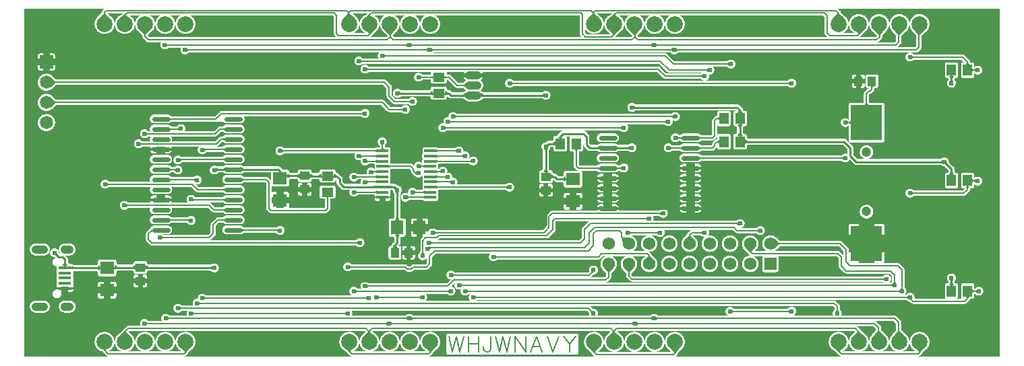
<source format=gtl>
G04 Layer: TopLayer*
G04 EasyEDA v5.9.42, Fri, 19 Apr 2019 15:14:02 GMT*
G04 1b50a63325eb494884fe414bfed8a826*
G04 Gerber Generator version 0.2*
G04 Scale: 100 percent, Rotated: No, Reflected: No *
G04 Dimensions in inches *
G04 leading zeros omitted , absolute positions ,2 integer and 4 decimal *
%FSLAX24Y24*%
%MOIN*%
G90*
G70D02*

%ADD10C,0.010000*%
%ADD11C,0.006000*%
%ADD12C,0.023622*%
%ADD13C,0.008000*%
%ADD14C,0.024400*%
%ADD15R,0.058800X0.015748*%
%ADD16R,0.157480X0.177165*%
%ADD17R,0.063000X0.070900*%
%ADD18R,0.043300X0.047200*%
%ADD19R,0.070900X0.063000*%
%ADD20R,0.047200X0.043300*%
%ADD21R,0.045670X0.057870*%
%ADD22R,0.057870X0.045670*%
%ADD23R,0.062992X0.015748*%
%ADD24R,0.065000X0.065000*%
%ADD25C,0.065000*%
%ADD26R,0.062000X0.062000*%
%ADD27C,0.062000*%
%ADD28C,0.047244*%
%ADD29C,0.078740*%
%ADD30C,0.039370*%

%LPD*%
G36*
G01X4500Y69D02*
G01X3600Y69D01*
G01X3600Y59D01*
G01X4500Y59D01*
G01X4500Y69D01*
G37*

%LPD*%
G36*
G01X7200Y69D02*
G01X4500Y69D01*
G01X4500Y59D01*
G01X7200Y59D01*
G01X7200Y69D01*
G37*

%LPD*%
G36*
G01X3604Y526D02*
G01X3600Y533D01*
G01X3600Y69D01*
G01X4193Y69D01*
G01X4190Y70D01*
G01X4183Y70D01*
G01X4181Y71D01*
G01X4176Y71D01*
G01X4174Y72D01*
G01X4172Y72D01*
G01X4170Y73D01*
G01X4167Y73D01*
G01X4163Y75D01*
G01X4161Y75D01*
G01X4158Y76D01*
G01X4154Y78D01*
G01X4152Y78D01*
G01X4148Y80D01*
G01X4145Y81D01*
G01X4135Y86D01*
G01X4133Y88D01*
G01X4127Y91D01*
G01X4125Y93D01*
G01X4121Y95D01*
G01X4120Y97D01*
G01X4118Y98D01*
G01X4116Y100D01*
G01X4114Y101D01*
G01X4109Y106D01*
G01X4107Y107D01*
G01X3931Y283D01*
G01X3930Y285D01*
G01X3925Y290D01*
G01X3924Y292D01*
G01X3919Y297D01*
G01X3917Y301D01*
G01X3915Y303D01*
G01X3914Y305D01*
G01X3906Y307D01*
G01X3897Y309D01*
G01X3889Y311D01*
G01X3881Y314D01*
G01X3872Y316D01*
G01X3832Y331D01*
G01X3824Y335D01*
G01X3816Y338D01*
G01X3792Y350D01*
G01X3785Y354D01*
G01X3777Y358D01*
G01X3770Y363D01*
G01X3762Y367D01*
G01X3748Y377D01*
G01X3740Y382D01*
G01X3726Y392D01*
G01X3720Y397D01*
G01X3713Y403D01*
G01X3706Y408D01*
G01X3699Y414D01*
G01X3693Y420D01*
G01X3687Y425D01*
G01X3680Y431D01*
G01X3674Y437D01*
G01X3668Y444D01*
G01X3656Y456D01*
G01X3650Y463D01*
G01X3645Y470D01*
G01X3639Y476D01*
G01X3629Y490D01*
G01X3623Y497D01*
G01X3613Y511D01*
G01X3609Y518D01*
G01X3604Y526D01*
G37*

%LPD*%
G36*
G01X3997Y1280D02*
G01X59Y1280D01*
G01X59Y59D01*
G01X3600Y59D01*
G01X3600Y533D01*
G01X3595Y541D01*
G01X3591Y548D01*
G01X3583Y564D01*
G01X3579Y571D01*
G01X3575Y579D01*
G01X3572Y587D01*
G01X3568Y595D01*
G01X3559Y619D01*
G01X3556Y628D01*
G01X3553Y636D01*
G01X3551Y644D01*
G01X3548Y652D01*
G01X3546Y661D01*
G01X3544Y669D01*
G01X3542Y678D01*
G01X3540Y686D01*
G01X3538Y695D01*
G01X3537Y703D01*
G01X3535Y712D01*
G01X3534Y720D01*
G01X3532Y738D01*
G01X3531Y746D01*
G01X3531Y755D01*
G01X3530Y764D01*
G01X3530Y816D01*
G01X3531Y824D01*
G01X3533Y842D01*
G01X3534Y850D01*
G01X3535Y859D01*
G01X3536Y867D01*
G01X3538Y876D01*
G01X3539Y884D01*
G01X3541Y893D01*
G01X3543Y901D01*
G01X3545Y910D01*
G01X3548Y918D01*
G01X3550Y927D01*
G01X3552Y935D01*
G01X3558Y951D01*
G01X3561Y960D01*
G01X3567Y976D01*
G01X3571Y984D01*
G01X3574Y992D01*
G01X3578Y999D01*
G01X3590Y1023D01*
G01X3594Y1030D01*
G01X3598Y1038D01*
G01X3603Y1045D01*
G01X3607Y1053D01*
G01X3632Y1088D01*
G01X3638Y1095D01*
G01X3643Y1102D01*
G01X3649Y1108D01*
G01X3654Y1115D01*
G01X3660Y1121D01*
G01X3666Y1128D01*
G01X3678Y1140D01*
G01X3685Y1146D01*
G01X3691Y1152D01*
G01X3698Y1158D01*
G01X3704Y1163D01*
G01X3711Y1169D01*
G01X3718Y1174D01*
G01X3724Y1180D01*
G01X3738Y1190D01*
G01X3746Y1195D01*
G01X3753Y1200D01*
G01X3760Y1204D01*
G01X3767Y1209D01*
G01X3775Y1213D01*
G01X3782Y1218D01*
G01X3806Y1230D01*
G01X3813Y1233D01*
G01X3829Y1241D01*
G01X3853Y1250D01*
G01X3862Y1253D01*
G01X3878Y1259D01*
G01X3886Y1261D01*
G01X3895Y1263D01*
G01X3903Y1266D01*
G01X3912Y1268D01*
G01X3920Y1269D01*
G01X3929Y1271D01*
G01X3937Y1273D01*
G01X3946Y1274D01*
G01X3954Y1276D01*
G01X3972Y1278D01*
G01X3980Y1278D01*
G01X3989Y1279D01*
G01X3997Y1280D01*
G37*

%LPD*%
G36*
G01X8100Y69D02*
G01X7200Y69D01*
G01X7200Y59D01*
G01X8100Y59D01*
G01X8100Y69D01*
G37*

%LPD*%
G36*
G01X4500Y1280D02*
G01X4050Y1280D01*
G01X4058Y1279D01*
G01X4067Y1278D01*
G01X4075Y1278D01*
G01X4093Y1276D01*
G01X4101Y1274D01*
G01X4110Y1273D01*
G01X4118Y1271D01*
G01X4127Y1269D01*
G01X4135Y1268D01*
G01X4144Y1266D01*
G01X4152Y1263D01*
G01X4161Y1261D01*
G01X4169Y1259D01*
G01X4185Y1253D01*
G01X4194Y1250D01*
G01X4218Y1241D01*
G01X4234Y1233D01*
G01X4241Y1230D01*
G01X4265Y1218D01*
G01X4272Y1213D01*
G01X4280Y1209D01*
G01X4287Y1204D01*
G01X4294Y1200D01*
G01X4301Y1195D01*
G01X4309Y1190D01*
G01X4323Y1180D01*
G01X4329Y1174D01*
G01X4336Y1169D01*
G01X4343Y1163D01*
G01X4349Y1158D01*
G01X4356Y1152D01*
G01X4362Y1146D01*
G01X4369Y1140D01*
G01X4381Y1128D01*
G01X4387Y1121D01*
G01X4393Y1115D01*
G01X4398Y1108D01*
G01X4404Y1102D01*
G01X4409Y1095D01*
G01X4415Y1088D01*
G01X4440Y1053D01*
G01X4444Y1045D01*
G01X4449Y1038D01*
G01X4453Y1030D01*
G01X4457Y1023D01*
G01X4469Y999D01*
G01X4473Y992D01*
G01X4476Y984D01*
G01X4480Y976D01*
G01X4486Y960D01*
G01X4489Y951D01*
G01X4495Y935D01*
G01X4497Y927D01*
G01X4500Y918D01*
G01X4500Y1280D01*
G37*

%LPD*%
G36*
G01X4500Y1800D02*
G01X59Y1800D01*
G01X59Y1280D01*
G01X4500Y1280D01*
G01X4500Y1800D01*
G37*

%LPD*%
G36*
G01X8100Y69D02*
G01X8100Y165D01*
G01X8042Y107D01*
G01X8040Y106D01*
G01X8035Y101D01*
G01X8033Y100D01*
G01X8031Y98D01*
G01X8029Y97D01*
G01X8028Y95D01*
G01X8024Y93D01*
G01X8022Y91D01*
G01X8016Y88D01*
G01X8014Y86D01*
G01X8004Y81D01*
G01X8001Y80D01*
G01X7997Y78D01*
G01X7995Y78D01*
G01X7991Y76D01*
G01X7988Y75D01*
G01X7986Y75D01*
G01X7982Y73D01*
G01X7979Y73D01*
G01X7977Y72D01*
G01X7975Y72D01*
G01X7973Y71D01*
G01X7968Y71D01*
G01X7966Y70D01*
G01X7959Y70D01*
G01X7956Y69D01*
G01X8100Y69D01*
G37*

%LPD*%
G36*
G01X9000Y207D02*
G01X8142Y207D01*
G01X8100Y165D01*
G01X8100Y59D01*
G01X9000Y59D01*
G01X9000Y207D01*
G37*

%LPD*%
G36*
G01X5193Y1580D02*
G01X4500Y1580D01*
G01X4500Y918D01*
G01X4502Y910D01*
G01X4506Y892D01*
G01X4508Y884D01*
G01X4509Y875D01*
G01X4511Y866D01*
G01X4512Y857D01*
G01X4513Y849D01*
G01X4515Y840D01*
G01X4515Y831D01*
G01X4517Y813D01*
G01X4517Y760D01*
G01X4515Y742D01*
G01X4515Y733D01*
G01X4513Y724D01*
G01X4512Y716D01*
G01X4511Y707D01*
G01X4509Y698D01*
G01X4508Y689D01*
G01X4506Y681D01*
G01X4502Y663D01*
G01X4500Y655D01*
G01X4500Y330D01*
G01X4836Y330D01*
G01X4828Y333D01*
G01X4820Y337D01*
G01X4812Y340D01*
G01X4796Y348D01*
G01X4789Y352D01*
G01X4781Y356D01*
G01X4774Y360D01*
G01X4766Y365D01*
G01X4759Y369D01*
G01X4745Y379D01*
G01X4737Y384D01*
G01X4730Y389D01*
G01X4724Y394D01*
G01X4717Y399D01*
G01X4710Y405D01*
G01X4703Y410D01*
G01X4697Y416D01*
G01X4690Y422D01*
G01X4660Y452D01*
G01X4654Y459D01*
G01X4648Y465D01*
G01X4643Y472D01*
G01X4637Y479D01*
G01X4632Y485D01*
G01X4617Y506D01*
G01X4612Y514D01*
G01X4607Y521D01*
G01X4603Y528D01*
G01X4598Y536D01*
G01X4594Y543D01*
G01X4590Y551D01*
G01X4586Y558D01*
G01X4574Y582D01*
G01X4571Y589D01*
G01X4567Y597D01*
G01X4561Y613D01*
G01X4558Y622D01*
G01X4552Y638D01*
G01X4550Y646D01*
G01X4548Y655D01*
G01X4545Y663D01*
G01X4543Y671D01*
G01X4541Y680D01*
G01X4539Y688D01*
G01X4538Y697D01*
G01X4536Y705D01*
G01X4535Y714D01*
G01X4534Y722D01*
G01X4533Y731D01*
G01X4532Y739D01*
G01X4530Y757D01*
G01X4530Y809D01*
G01X4531Y817D01*
G01X4531Y826D01*
G01X4532Y834D01*
G01X4534Y852D01*
G01X4535Y860D01*
G01X4536Y869D01*
G01X4538Y877D01*
G01X4540Y886D01*
G01X4541Y894D01*
G01X4543Y903D01*
G01X4546Y911D01*
G01X4548Y919D01*
G01X4550Y928D01*
G01X4553Y936D01*
G01X4555Y944D01*
G01X4564Y968D01*
G01X4568Y976D01*
G01X4571Y984D01*
G01X4575Y992D01*
G01X4578Y1000D01*
G01X4586Y1016D01*
G01X4590Y1023D01*
G01X4594Y1031D01*
G01X4599Y1038D01*
G01X4603Y1046D01*
G01X4608Y1053D01*
G01X4612Y1060D01*
G01X4627Y1081D01*
G01X4633Y1088D01*
G01X4643Y1102D01*
G01X4649Y1108D01*
G01X4655Y1115D01*
G01X4660Y1121D01*
G01X4666Y1128D01*
G01X4678Y1140D01*
G01X4685Y1146D01*
G01X4691Y1152D01*
G01X4698Y1158D01*
G01X4704Y1163D01*
G01X4711Y1169D01*
G01X4717Y1174D01*
G01X4724Y1179D01*
G01X4731Y1185D01*
G01X4745Y1195D01*
G01X4753Y1199D01*
G01X4907Y1331D01*
G01X4911Y1339D01*
G01X4912Y1342D01*
G01X4915Y1345D01*
G01X4916Y1347D01*
G01X4918Y1349D01*
G01X4919Y1351D01*
G01X4921Y1353D01*
G01X4923Y1357D01*
G01X4925Y1359D01*
G01X4927Y1360D01*
G01X4928Y1362D01*
G01X4930Y1364D01*
G01X4931Y1366D01*
G01X5107Y1542D01*
G01X5109Y1543D01*
G01X5114Y1548D01*
G01X5116Y1549D01*
G01X5118Y1551D01*
G01X5120Y1552D01*
G01X5121Y1554D01*
G01X5125Y1556D01*
G01X5127Y1558D01*
G01X5133Y1561D01*
G01X5135Y1563D01*
G01X5145Y1568D01*
G01X5148Y1569D01*
G01X5152Y1571D01*
G01X5154Y1571D01*
G01X5158Y1573D01*
G01X5161Y1574D01*
G01X5163Y1574D01*
G01X5167Y1576D01*
G01X5170Y1576D01*
G01X5172Y1577D01*
G01X5174Y1577D01*
G01X5176Y1578D01*
G01X5181Y1578D01*
G01X5183Y1579D01*
G01X5190Y1579D01*
G01X5193Y1580D01*
G37*

%LPD*%
G36*
G01X5992Y1922D02*
G01X59Y1922D01*
G01X59Y1800D01*
G01X5801Y1799D01*
G01X5803Y1803D01*
G01X5805Y1806D01*
G01X5807Y1810D01*
G01X5811Y1816D01*
G01X5813Y1820D01*
G01X5819Y1829D01*
G01X5822Y1833D01*
G01X5826Y1839D01*
G01X5829Y1842D01*
G01X5831Y1845D01*
G01X5834Y1848D01*
G01X5836Y1851D01*
G01X5839Y1853D01*
G01X5845Y1859D01*
G01X5847Y1862D01*
G01X5850Y1864D01*
G01X5853Y1867D01*
G01X5856Y1869D01*
G01X5859Y1872D01*
G01X5862Y1874D01*
G01X5865Y1877D01*
G01X5868Y1879D01*
G01X5872Y1881D01*
G01X5875Y1883D01*
G01X5878Y1886D01*
G01X5881Y1888D01*
G01X5885Y1890D01*
G01X5891Y1894D01*
G01X5895Y1895D01*
G01X5898Y1897D01*
G01X5902Y1899D01*
G01X5905Y1901D01*
G01X5909Y1902D01*
G01X5912Y1904D01*
G01X5916Y1905D01*
G01X5920Y1907D01*
G01X5923Y1908D01*
G01X5927Y1909D01*
G01X5931Y1911D01*
G01X5934Y1912D01*
G01X5946Y1915D01*
G01X5949Y1916D01*
G01X5957Y1918D01*
G01X5961Y1918D01*
G01X5965Y1919D01*
G01X5968Y1920D01*
G01X5976Y1920D01*
G01X5980Y1921D01*
G01X5988Y1921D01*
G01X5992Y1922D01*
G37*

%LPD*%
G36*
G01X5400Y1800D02*
G01X4500Y1800D01*
G01X4500Y1580D01*
G01X5400Y1580D01*
G01X5400Y1800D01*
G37*

%LPD*%
G36*
G01X9000Y900D02*
G01X8504Y900D01*
G01X8506Y891D01*
G01X8508Y883D01*
G01X8510Y874D01*
G01X8511Y865D01*
G01X8512Y857D01*
G01X8514Y848D01*
G01X8515Y840D01*
G01X8515Y831D01*
G01X8516Y822D01*
G01X8517Y814D01*
G01X8517Y762D01*
G01X8516Y753D01*
G01X8516Y744D01*
G01X8515Y736D01*
G01X8513Y718D01*
G01X8511Y710D01*
G01X8510Y701D01*
G01X8508Y693D01*
G01X8507Y684D01*
G01X8505Y676D01*
G01X8503Y667D01*
G01X8501Y659D01*
G01X8498Y650D01*
G01X8496Y642D01*
G01X8490Y626D01*
G01X8488Y617D01*
G01X8484Y609D01*
G01X8478Y593D01*
G01X8474Y585D01*
G01X8471Y577D01*
G01X8467Y569D01*
G01X8463Y562D01*
G01X8455Y546D01*
G01X8451Y539D01*
G01X8446Y531D01*
G01X8442Y524D01*
G01X8437Y517D01*
G01X8432Y509D01*
G01X8412Y481D01*
G01X8410Y479D01*
G01X8380Y444D01*
G01X8373Y438D01*
G01X8367Y431D01*
G01X8325Y395D01*
G01X8317Y390D01*
G01X8169Y248D01*
G01X8164Y238D01*
G01X8163Y235D01*
G01X8162Y233D01*
G01X8160Y231D01*
G01X8157Y225D01*
G01X8155Y224D01*
G01X8154Y222D01*
G01X8152Y220D01*
G01X8150Y216D01*
G01X8148Y214D01*
G01X8146Y213D01*
G01X8145Y211D01*
G01X8143Y209D01*
G01X8142Y207D01*
G01X9000Y207D01*
G01X9000Y900D01*
G37*

%LPD*%
G36*
G01X15300Y900D02*
G01X9000Y900D01*
G01X9000Y59D01*
G01X15300Y59D01*
G01X15300Y900D01*
G37*

%LPD*%
G36*
G01X4500Y330D02*
G01X4500Y655D01*
G01X4497Y646D01*
G01X4495Y638D01*
G01X4489Y622D01*
G01X4486Y613D01*
G01X4480Y597D01*
G01X4476Y589D01*
G01X4473Y581D01*
G01X4465Y565D01*
G01X4461Y558D01*
G01X4453Y542D01*
G01X4449Y535D01*
G01X4444Y527D01*
G01X4439Y520D01*
G01X4435Y513D01*
G01X4430Y506D01*
G01X4425Y498D01*
G01X4420Y491D01*
G01X4414Y485D01*
G01X4409Y478D01*
G01X4403Y471D01*
G01X4398Y464D01*
G01X4392Y458D01*
G01X4386Y451D01*
G01X4362Y427D01*
G01X4355Y421D01*
G01X4349Y415D01*
G01X4342Y409D01*
G01X4336Y404D01*
G01X4329Y398D01*
G01X4301Y378D01*
G01X4293Y373D01*
G01X4286Y368D01*
G01X4279Y364D01*
G01X4271Y359D01*
G01X4264Y355D01*
G01X4240Y343D01*
G01X4253Y330D01*
G01X4500Y330D01*
G37*

%LPD*%
G36*
G01X5801Y1800D02*
G01X5400Y1800D01*
G01X5400Y1580D01*
G01X5812Y1580D01*
G01X5808Y1586D01*
G01X5806Y1590D01*
G01X5804Y1593D01*
G01X5803Y1597D01*
G01X5801Y1600D01*
G01X5799Y1604D01*
G01X5797Y1607D01*
G01X5796Y1611D01*
G01X5794Y1614D01*
G01X5793Y1618D01*
G01X5791Y1622D01*
G01X5790Y1625D01*
G01X5788Y1633D01*
G01X5786Y1636D01*
G01X5783Y1648D01*
G01X5783Y1651D01*
G01X5780Y1663D01*
G01X5780Y1667D01*
G01X5779Y1671D01*
G01X5779Y1674D01*
G01X5778Y1678D01*
G01X5778Y1690D01*
G01X5777Y1694D01*
G01X5777Y1706D01*
G01X5778Y1710D01*
G01X5778Y1721D01*
G01X5779Y1725D01*
G01X5779Y1729D01*
G01X5780Y1733D01*
G01X5780Y1737D01*
G01X5781Y1741D01*
G01X5782Y1744D01*
G01X5786Y1760D01*
G01X5787Y1763D01*
G01X5789Y1771D01*
G01X5790Y1774D01*
G01X5792Y1778D01*
G01X5793Y1782D01*
G01X5795Y1785D01*
G01X5796Y1789D01*
G01X5798Y1792D01*
G01X5799Y1796D01*
G01X5801Y1800D01*
G37*

%LPD*%
G36*
G01X6300Y1922D02*
G01X6007Y1922D01*
G01X6011Y1921D01*
G01X6019Y1921D01*
G01X6023Y1920D01*
G01X6027Y1920D01*
G01X6031Y1919D01*
G01X6035Y1919D01*
G01X6043Y1917D01*
G01X6047Y1917D01*
G01X6055Y1915D01*
G01X6058Y1914D01*
G01X6066Y1912D01*
G01X6070Y1910D01*
G01X6074Y1909D01*
G01X6077Y1908D01*
G01X6081Y1906D01*
G01X6085Y1905D01*
G01X6088Y1903D01*
G01X6092Y1902D01*
G01X6096Y1900D01*
G01X6099Y1898D01*
G01X6103Y1896D01*
G01X6106Y1894D01*
G01X6110Y1893D01*
G01X6113Y1891D01*
G01X6116Y1888D01*
G01X6120Y1886D01*
G01X6126Y1882D01*
G01X6130Y1880D01*
G01X6133Y1877D01*
G01X6136Y1875D01*
G01X6139Y1872D01*
G01X6142Y1870D01*
G01X6198Y1830D01*
G01X6300Y1830D01*
G01X6300Y1922D01*
G37*

%LPD*%
G36*
G01X6300Y2235D02*
G01X59Y2235D01*
G01X59Y1922D01*
G01X6300Y1922D01*
G01X6300Y2235D01*
G37*

%LPD*%
G36*
G01X16097Y1280D02*
G01X8050Y1280D01*
G01X8058Y1279D01*
G01X8067Y1278D01*
G01X8076Y1278D01*
G01X8084Y1277D01*
G01X8093Y1275D01*
G01X8102Y1274D01*
G01X8110Y1273D01*
G01X8119Y1271D01*
G01X8127Y1269D01*
G01X8136Y1267D01*
G01X8144Y1265D01*
G01X8153Y1263D01*
G01X8161Y1261D01*
G01X8169Y1258D01*
G01X8178Y1256D01*
G01X8210Y1244D01*
G01X8218Y1240D01*
G01X8226Y1237D01*
G01X8258Y1221D01*
G01X8265Y1217D01*
G01X8273Y1213D01*
G01X8280Y1208D01*
G01X8288Y1204D01*
G01X8330Y1174D01*
G01X8337Y1168D01*
G01X8344Y1163D01*
G01X8350Y1157D01*
G01X8357Y1151D01*
G01X8369Y1139D01*
G01X8376Y1133D01*
G01X8382Y1127D01*
G01X8388Y1120D01*
G01X8393Y1114D01*
G01X8399Y1107D01*
G01X8405Y1101D01*
G01X8415Y1087D01*
G01X8421Y1080D01*
G01X8436Y1059D01*
G01X8440Y1051D01*
G01X8445Y1044D01*
G01X8449Y1036D01*
G01X8454Y1029D01*
G01X8458Y1021D01*
G01X8462Y1014D01*
G01X8474Y990D01*
G01X8480Y974D01*
G01X8484Y966D01*
G01X8490Y950D01*
G01X8492Y941D01*
G01X8498Y925D01*
G01X8500Y916D01*
G01X8504Y900D01*
G01X15643Y900D01*
G01X15647Y916D01*
G01X15649Y925D01*
G01X15655Y941D01*
G01X15657Y950D01*
G01X15663Y966D01*
G01X15667Y974D01*
G01X15673Y990D01*
G01X15685Y1014D01*
G01X15689Y1021D01*
G01X15693Y1029D01*
G01X15698Y1036D01*
G01X15702Y1044D01*
G01X15707Y1051D01*
G01X15711Y1059D01*
G01X15726Y1080D01*
G01X15732Y1087D01*
G01X15742Y1101D01*
G01X15748Y1107D01*
G01X15754Y1114D01*
G01X15759Y1120D01*
G01X15765Y1127D01*
G01X15771Y1133D01*
G01X15778Y1139D01*
G01X15790Y1151D01*
G01X15797Y1157D01*
G01X15803Y1163D01*
G01X15810Y1168D01*
G01X15817Y1174D01*
G01X15859Y1204D01*
G01X15867Y1208D01*
G01X15874Y1213D01*
G01X15882Y1217D01*
G01X15889Y1221D01*
G01X15921Y1237D01*
G01X15929Y1240D01*
G01X15937Y1244D01*
G01X15969Y1256D01*
G01X15978Y1258D01*
G01X15986Y1261D01*
G01X15994Y1263D01*
G01X16003Y1265D01*
G01X16011Y1267D01*
G01X16020Y1269D01*
G01X16028Y1271D01*
G01X16037Y1273D01*
G01X16045Y1274D01*
G01X16054Y1275D01*
G01X16063Y1277D01*
G01X16071Y1278D01*
G01X16080Y1278D01*
G01X16089Y1279D01*
G01X16097Y1280D01*
G37*

%LPD*%
G36*
G01X15643Y900D02*
G01X15300Y900D01*
G01X15300Y59D01*
G01X16200Y59D01*
G01X16200Y79D01*
G01X16197Y80D01*
G01X16185Y86D01*
G01X16183Y88D01*
G01X16177Y91D01*
G01X16175Y93D01*
G01X16171Y95D01*
G01X16170Y97D01*
G01X16168Y98D01*
G01X16166Y100D01*
G01X16164Y101D01*
G01X16159Y106D01*
G01X16157Y107D01*
G01X16031Y233D01*
G01X16030Y235D01*
G01X16028Y237D01*
G01X16027Y239D01*
G01X16025Y240D01*
G01X16023Y242D01*
G01X16022Y244D01*
G01X16020Y246D01*
G01X16018Y250D01*
G01X16016Y252D01*
G01X16014Y256D01*
G01X16012Y258D01*
G01X16009Y264D01*
G01X15901Y346D01*
G01X15885Y354D01*
G01X15878Y358D01*
G01X15870Y362D01*
G01X15856Y372D01*
G01X15848Y376D01*
G01X15827Y391D01*
G01X15820Y397D01*
G01X15813Y402D01*
G01X15807Y408D01*
G01X15800Y413D01*
G01X15794Y419D01*
G01X15787Y425D01*
G01X15763Y449D01*
G01X15757Y456D01*
G01X15751Y462D01*
G01X15745Y469D01*
G01X15740Y475D01*
G01X15735Y482D01*
G01X15729Y489D01*
G01X15709Y517D01*
G01X15705Y525D01*
G01X15700Y532D01*
G01X15696Y540D01*
G01X15692Y547D01*
G01X15687Y555D01*
G01X15683Y562D01*
G01X15680Y570D01*
G01X15672Y586D01*
G01X15669Y594D01*
G01X15665Y602D01*
G01X15656Y626D01*
G01X15654Y634D01*
G01X15651Y643D01*
G01X15649Y651D01*
G01X15646Y659D01*
G01X15644Y668D01*
G01X15642Y676D01*
G01X15640Y685D01*
G01X15639Y693D01*
G01X15637Y702D01*
G01X15636Y710D01*
G01X15634Y719D01*
G01X15633Y727D01*
G01X15631Y745D01*
G01X15631Y753D01*
G01X15630Y762D01*
G01X15630Y814D01*
G01X15631Y822D01*
G01X15632Y831D01*
G01X15632Y840D01*
G01X15633Y848D01*
G01X15635Y857D01*
G01X15636Y866D01*
G01X15637Y874D01*
G01X15639Y883D01*
G01X15641Y891D01*
G01X15643Y900D01*
G37*

%LPD*%
G36*
G01X7042Y2172D02*
G01X6300Y2172D01*
G01X6300Y1830D01*
G01X6862Y1830D01*
G01X6858Y1836D01*
G01X6856Y1840D01*
G01X6854Y1843D01*
G01X6853Y1847D01*
G01X6851Y1850D01*
G01X6849Y1854D01*
G01X6847Y1857D01*
G01X6846Y1861D01*
G01X6844Y1864D01*
G01X6843Y1868D01*
G01X6841Y1871D01*
G01X6838Y1883D01*
G01X6836Y1886D01*
G01X6833Y1898D01*
G01X6833Y1901D01*
G01X6830Y1913D01*
G01X6830Y1917D01*
G01X6829Y1921D01*
G01X6829Y1924D01*
G01X6828Y1928D01*
G01X6828Y1940D01*
G01X6827Y1944D01*
G01X6827Y1956D01*
G01X6828Y1959D01*
G01X6828Y1971D01*
G01X6829Y1975D01*
G01X6829Y1979D01*
G01X6830Y1983D01*
G01X6830Y1987D01*
G01X6831Y1990D01*
G01X6834Y2002D01*
G01X6834Y2006D01*
G01X6836Y2009D01*
G01X6839Y2021D01*
G01X6840Y2024D01*
G01X6842Y2028D01*
G01X6843Y2031D01*
G01X6844Y2035D01*
G01X6846Y2039D01*
G01X6848Y2042D01*
G01X6849Y2046D01*
G01X6851Y2049D01*
G01X6853Y2053D01*
G01X6855Y2056D01*
G01X6856Y2060D01*
G01X6860Y2066D01*
G01X6863Y2070D01*
G01X6871Y2082D01*
G01X6874Y2085D01*
G01X6876Y2089D01*
G01X6879Y2092D01*
G01X6881Y2095D01*
G01X6884Y2097D01*
G01X6886Y2100D01*
G01X6903Y2117D01*
G01X6906Y2119D01*
G01X6909Y2122D01*
G01X6912Y2124D01*
G01X6915Y2127D01*
G01X6921Y2131D01*
G01X6925Y2133D01*
G01X6928Y2135D01*
G01X6931Y2138D01*
G01X6935Y2140D01*
G01X6941Y2144D01*
G01X6945Y2145D01*
G01X6948Y2147D01*
G01X6952Y2149D01*
G01X6955Y2151D01*
G01X6959Y2152D01*
G01X6962Y2154D01*
G01X6966Y2155D01*
G01X6969Y2157D01*
G01X6977Y2159D01*
G01X6980Y2161D01*
G01X6992Y2164D01*
G01X6995Y2165D01*
G01X7007Y2168D01*
G01X7011Y2168D01*
G01X7015Y2169D01*
G01X7018Y2170D01*
G01X7026Y2170D01*
G01X7030Y2171D01*
G01X7038Y2171D01*
G01X7042Y2172D01*
G37*

%LPD*%
G36*
G01X7200Y2700D02*
G01X6300Y2700D01*
G01X6300Y2172D01*
G01X7200Y2172D01*
G01X7200Y2700D01*
G37*

%LPD*%
G36*
G01X6300Y2700D02*
G01X2542Y2700D01*
G01X2545Y2695D01*
G01X2548Y2691D01*
G01X2551Y2686D01*
G01X2553Y2682D01*
G01X2556Y2677D01*
G01X2558Y2673D01*
G01X2561Y2668D01*
G01X2563Y2664D01*
G01X2565Y2659D01*
G01X2568Y2654D01*
G01X2570Y2649D01*
G01X2572Y2645D01*
G01X2574Y2640D01*
G01X2575Y2635D01*
G01X2579Y2625D01*
G01X2580Y2620D01*
G01X2582Y2615D01*
G01X2583Y2610D01*
G01X2585Y2605D01*
G01X2591Y2575D01*
G01X2591Y2570D01*
G01X2592Y2564D01*
G01X2592Y2559D01*
G01X2593Y2554D01*
G01X2593Y2544D01*
G01X2594Y2538D01*
G01X2594Y2523D01*
G01X2593Y2518D01*
G01X2593Y2507D01*
G01X2592Y2502D01*
G01X2592Y2497D01*
G01X2589Y2482D01*
G01X2588Y2476D01*
G01X2584Y2456D01*
G01X2582Y2451D01*
G01X2581Y2446D01*
G01X2579Y2441D01*
G01X2578Y2436D01*
G01X2576Y2431D01*
G01X2574Y2427D01*
G01X2566Y2407D01*
G01X2564Y2403D01*
G01X2562Y2398D01*
G01X2559Y2394D01*
G01X2557Y2389D01*
G01X2554Y2384D01*
G01X2551Y2380D01*
G01X2549Y2376D01*
G01X2546Y2371D01*
G01X2540Y2363D01*
G01X2537Y2358D01*
G01X2528Y2346D01*
G01X2524Y2342D01*
G01X2518Y2334D01*
G01X2514Y2330D01*
G01X2511Y2326D01*
G01X2507Y2323D01*
G01X2503Y2319D01*
G01X2499Y2316D01*
G01X2496Y2312D01*
G01X2492Y2309D01*
G01X2488Y2305D01*
G01X2480Y2299D01*
G01X2476Y2295D01*
G01X2471Y2292D01*
G01X2463Y2286D01*
G01X2459Y2284D01*
G01X2454Y2281D01*
G01X2450Y2278D01*
G01X2445Y2275D01*
G01X2441Y2273D01*
G01X2436Y2270D01*
G01X2432Y2268D01*
G01X2427Y2266D01*
G01X2422Y2263D01*
G01X2418Y2261D01*
G01X2398Y2253D01*
G01X2393Y2252D01*
G01X2389Y2250D01*
G01X2384Y2248D01*
G01X2374Y2246D01*
G01X2369Y2244D01*
G01X2364Y2243D01*
G01X2358Y2242D01*
G01X2338Y2238D01*
G01X2333Y2238D01*
G01X2328Y2237D01*
G01X2323Y2237D01*
G01X2317Y2236D01*
G01X2307Y2236D01*
G01X2302Y2235D01*
G01X6300Y2235D01*
G01X6300Y2700D01*
G37*

%LPD*%
G36*
G01X2055Y2830D02*
G01X1023Y2830D01*
G01X1028Y2829D01*
G01X1038Y2829D01*
G01X1043Y2828D01*
G01X1049Y2828D01*
G01X1054Y2827D01*
G01X1059Y2827D01*
G01X1079Y2823D01*
G01X1085Y2822D01*
G01X1090Y2821D01*
G01X1095Y2819D01*
G01X1100Y2818D01*
G01X1105Y2816D01*
G01X1110Y2815D01*
G01X1115Y2813D01*
G01X1119Y2811D01*
G01X1124Y2810D01*
G01X1139Y2804D01*
G01X1144Y2801D01*
G01X1148Y2799D01*
G01X1153Y2797D01*
G01X1158Y2794D01*
G01X1162Y2792D01*
G01X1167Y2789D01*
G01X1171Y2787D01*
G01X1176Y2784D01*
G01X1184Y2778D01*
G01X1189Y2775D01*
G01X1205Y2763D01*
G01X1209Y2759D01*
G01X1213Y2756D01*
G01X1217Y2752D01*
G01X1221Y2749D01*
G01X1236Y2734D01*
G01X1242Y2726D01*
G01X1246Y2722D01*
G01X1252Y2714D01*
G01X1256Y2710D01*
G01X1262Y2702D01*
G01X1265Y2697D01*
G01X1267Y2693D01*
G01X1270Y2688D01*
G01X1273Y2684D01*
G01X1275Y2680D01*
G01X1278Y2675D01*
G01X1280Y2670D01*
G01X1283Y2666D01*
G01X1287Y2656D01*
G01X1289Y2652D01*
G01X1292Y2647D01*
G01X1294Y2642D01*
G01X1295Y2637D01*
G01X1299Y2627D01*
G01X1300Y2622D01*
G01X1302Y2617D01*
G01X1303Y2612D01*
G01X1305Y2607D01*
G01X1311Y2577D01*
G01X1312Y2571D01*
G01X1312Y2566D01*
G01X1313Y2561D01*
G01X1313Y2556D01*
G01X1314Y2551D01*
G01X1314Y2514D01*
G01X1313Y2509D01*
G01X1313Y2504D01*
G01X1312Y2499D01*
G01X1312Y2494D01*
G01X1311Y2488D01*
G01X1305Y2458D01*
G01X1303Y2453D01*
G01X1302Y2448D01*
G01X1300Y2443D01*
G01X1299Y2438D01*
G01X1295Y2428D01*
G01X1294Y2423D01*
G01X1292Y2418D01*
G01X1289Y2413D01*
G01X1287Y2409D01*
G01X1283Y2399D01*
G01X1280Y2395D01*
G01X1278Y2390D01*
G01X1275Y2385D01*
G01X1273Y2381D01*
G01X1270Y2377D01*
G01X1267Y2372D01*
G01X1265Y2368D01*
G01X1262Y2363D01*
G01X1256Y2355D01*
G01X1252Y2351D01*
G01X1246Y2343D01*
G01X1242Y2339D01*
G01X1236Y2331D01*
G01X1221Y2316D01*
G01X1217Y2313D01*
G01X1213Y2309D01*
G01X1209Y2306D01*
G01X1205Y2302D01*
G01X1189Y2290D01*
G01X1184Y2287D01*
G01X1176Y2281D01*
G01X1171Y2278D01*
G01X1167Y2276D01*
G01X1162Y2273D01*
G01X1158Y2271D01*
G01X1153Y2268D01*
G01X1148Y2266D01*
G01X1144Y2264D01*
G01X1139Y2261D01*
G01X1124Y2255D01*
G01X1119Y2254D01*
G01X1115Y2252D01*
G01X1110Y2250D01*
G01X1105Y2249D01*
G01X1100Y2247D01*
G01X1095Y2246D01*
G01X1090Y2244D01*
G01X1085Y2243D01*
G01X1079Y2242D01*
G01X1059Y2238D01*
G01X1054Y2238D01*
G01X1049Y2237D01*
G01X1043Y2237D01*
G01X1038Y2236D01*
G01X1028Y2236D01*
G01X1023Y2235D01*
G01X2055Y2235D01*
G01X2050Y2236D01*
G01X2040Y2236D01*
G01X2034Y2237D01*
G01X2029Y2237D01*
G01X2024Y2238D01*
G01X2019Y2238D01*
G01X2009Y2240D01*
G01X2003Y2241D01*
G01X1988Y2244D01*
G01X1983Y2246D01*
G01X1978Y2247D01*
G01X1973Y2249D01*
G01X1968Y2250D01*
G01X1958Y2254D01*
G01X1953Y2255D01*
G01X1949Y2257D01*
G01X1939Y2261D01*
G01X1934Y2264D01*
G01X1929Y2266D01*
G01X1925Y2268D01*
G01X1920Y2271D01*
G01X1916Y2273D01*
G01X1911Y2276D01*
G01X1907Y2278D01*
G01X1902Y2281D01*
G01X1898Y2284D01*
G01X1893Y2287D01*
G01X1873Y2302D01*
G01X1869Y2306D01*
G01X1865Y2309D01*
G01X1861Y2313D01*
G01X1857Y2316D01*
G01X1853Y2320D01*
G01X1849Y2323D01*
G01X1846Y2327D01*
G01X1842Y2331D01*
G01X1839Y2335D01*
G01X1835Y2339D01*
G01X1829Y2347D01*
G01X1825Y2351D01*
G01X1816Y2363D01*
G01X1813Y2368D01*
G01X1810Y2372D01*
G01X1808Y2377D01*
G01X1802Y2385D01*
G01X1800Y2390D01*
G01X1797Y2395D01*
G01X1795Y2399D01*
G01X1793Y2404D01*
G01X1790Y2409D01*
G01X1788Y2413D01*
G01X1782Y2428D01*
G01X1781Y2433D01*
G01X1777Y2443D01*
G01X1776Y2448D01*
G01X1774Y2453D01*
G01X1772Y2463D01*
G01X1770Y2468D01*
G01X1767Y2483D01*
G01X1767Y2488D01*
G01X1766Y2494D01*
G01X1765Y2499D01*
G01X1765Y2504D01*
G01X1764Y2509D01*
G01X1764Y2519D01*
G01X1763Y2525D01*
G01X1763Y2540D01*
G01X1764Y2546D01*
G01X1764Y2556D01*
G01X1765Y2561D01*
G01X1765Y2566D01*
G01X1766Y2571D01*
G01X1767Y2577D01*
G01X1767Y2582D01*
G01X1770Y2597D01*
G01X1772Y2602D01*
G01X1774Y2612D01*
G01X1776Y2617D01*
G01X1777Y2622D01*
G01X1781Y2632D01*
G01X1782Y2637D01*
G01X1788Y2652D01*
G01X1790Y2656D01*
G01X1793Y2661D01*
G01X1795Y2666D01*
G01X1797Y2670D01*
G01X1800Y2675D01*
G01X1802Y2680D01*
G01X1808Y2688D01*
G01X1810Y2693D01*
G01X1813Y2697D01*
G01X1816Y2702D01*
G01X1825Y2714D01*
G01X1829Y2718D01*
G01X1835Y2726D01*
G01X1839Y2730D01*
G01X1842Y2734D01*
G01X1846Y2738D01*
G01X1849Y2742D01*
G01X1853Y2745D01*
G01X1857Y2749D01*
G01X1861Y2752D01*
G01X1865Y2756D01*
G01X1869Y2759D01*
G01X1873Y2763D01*
G01X1893Y2778D01*
G01X1898Y2781D01*
G01X1902Y2784D01*
G01X1907Y2787D01*
G01X1911Y2789D01*
G01X1916Y2792D01*
G01X1920Y2794D01*
G01X1925Y2797D01*
G01X1929Y2799D01*
G01X1934Y2801D01*
G01X1939Y2804D01*
G01X1949Y2808D01*
G01X1953Y2810D01*
G01X1958Y2811D01*
G01X1968Y2815D01*
G01X1973Y2816D01*
G01X1978Y2818D01*
G01X1983Y2819D01*
G01X1988Y2821D01*
G01X2003Y2824D01*
G01X2009Y2825D01*
G01X2019Y2827D01*
G01X2024Y2827D01*
G01X2029Y2828D01*
G01X2034Y2828D01*
G01X2040Y2829D01*
G01X2050Y2829D01*
G01X2055Y2830D01*
G37*

%LPD*%
G36*
G01X618Y2830D02*
G01X59Y2830D01*
G01X59Y2235D01*
G01X618Y2235D01*
G01X613Y2236D01*
G01X603Y2236D01*
G01X598Y2237D01*
G01X592Y2237D01*
G01X587Y2238D01*
G01X582Y2238D01*
G01X562Y2242D01*
G01X556Y2243D01*
G01X551Y2244D01*
G01X546Y2246D01*
G01X541Y2247D01*
G01X536Y2249D01*
G01X531Y2250D01*
G01X526Y2252D01*
G01X522Y2254D01*
G01X517Y2255D01*
G01X502Y2261D01*
G01X497Y2264D01*
G01X493Y2266D01*
G01X488Y2268D01*
G01X483Y2271D01*
G01X479Y2273D01*
G01X474Y2276D01*
G01X470Y2278D01*
G01X465Y2281D01*
G01X457Y2287D01*
G01X452Y2290D01*
G01X436Y2302D01*
G01X432Y2306D01*
G01X428Y2309D01*
G01X424Y2313D01*
G01X420Y2316D01*
G01X405Y2331D01*
G01X399Y2339D01*
G01X395Y2343D01*
G01X389Y2351D01*
G01X385Y2355D01*
G01X379Y2363D01*
G01X376Y2368D01*
G01X374Y2372D01*
G01X371Y2377D01*
G01X368Y2381D01*
G01X366Y2385D01*
G01X363Y2390D01*
G01X361Y2395D01*
G01X358Y2399D01*
G01X354Y2409D01*
G01X352Y2413D01*
G01X349Y2418D01*
G01X347Y2423D01*
G01X346Y2428D01*
G01X342Y2438D01*
G01X341Y2443D01*
G01X339Y2448D01*
G01X338Y2453D01*
G01X336Y2458D01*
G01X330Y2488D01*
G01X329Y2494D01*
G01X329Y2499D01*
G01X328Y2504D01*
G01X328Y2509D01*
G01X327Y2514D01*
G01X327Y2551D01*
G01X328Y2556D01*
G01X328Y2561D01*
G01X329Y2566D01*
G01X329Y2571D01*
G01X330Y2577D01*
G01X336Y2607D01*
G01X338Y2612D01*
G01X339Y2617D01*
G01X341Y2622D01*
G01X342Y2627D01*
G01X346Y2637D01*
G01X347Y2642D01*
G01X349Y2647D01*
G01X352Y2652D01*
G01X354Y2656D01*
G01X358Y2666D01*
G01X361Y2670D01*
G01X363Y2675D01*
G01X366Y2680D01*
G01X368Y2684D01*
G01X371Y2688D01*
G01X374Y2693D01*
G01X376Y2697D01*
G01X379Y2702D01*
G01X385Y2710D01*
G01X389Y2714D01*
G01X395Y2722D01*
G01X399Y2726D01*
G01X405Y2734D01*
G01X420Y2749D01*
G01X424Y2752D01*
G01X428Y2756D01*
G01X432Y2759D01*
G01X436Y2763D01*
G01X452Y2775D01*
G01X457Y2778D01*
G01X465Y2784D01*
G01X470Y2787D01*
G01X474Y2789D01*
G01X479Y2792D01*
G01X483Y2794D01*
G01X488Y2797D01*
G01X493Y2799D01*
G01X497Y2801D01*
G01X502Y2804D01*
G01X517Y2810D01*
G01X522Y2811D01*
G01X526Y2813D01*
G01X531Y2815D01*
G01X536Y2816D01*
G01X541Y2818D01*
G01X546Y2819D01*
G01X551Y2821D01*
G01X556Y2822D01*
G01X562Y2823D01*
G01X582Y2827D01*
G01X587Y2827D01*
G01X592Y2828D01*
G01X598Y2828D01*
G01X603Y2829D01*
G01X613Y2829D01*
G01X618Y2830D01*
G37*

%LPD*%
G36*
G01X7998Y1280D02*
G01X7049Y1280D01*
G01X7058Y1279D01*
G01X7067Y1279D01*
G01X7075Y1278D01*
G01X7093Y1276D01*
G01X7101Y1274D01*
G01X7110Y1273D01*
G01X7118Y1271D01*
G01X7127Y1270D01*
G01X7143Y1266D01*
G01X7152Y1263D01*
G01X7168Y1259D01*
G01X7177Y1256D01*
G01X7217Y1241D01*
G01X7225Y1237D01*
G01X7233Y1234D01*
G01X7249Y1226D01*
G01X7256Y1222D01*
G01X7264Y1218D01*
G01X7271Y1214D01*
G01X7279Y1209D01*
G01X7286Y1205D01*
G01X7293Y1200D01*
G01X7301Y1195D01*
G01X7329Y1175D01*
G01X7335Y1169D01*
G01X7342Y1164D01*
G01X7349Y1158D01*
G01X7355Y1153D01*
G01X7361Y1147D01*
G01X7368Y1141D01*
G01X7374Y1135D01*
G01X7380Y1128D01*
G01X7392Y1116D01*
G01X7397Y1109D01*
G01X7403Y1103D01*
G01X7408Y1096D01*
G01X7414Y1089D01*
G01X7439Y1054D01*
G01X7443Y1046D01*
G01X7448Y1039D01*
G01X7452Y1032D01*
G01X7457Y1024D01*
G01X7461Y1016D01*
G01X7465Y1009D01*
G01X7468Y1001D01*
G01X7476Y985D01*
G01X7494Y937D01*
G01X7497Y928D01*
G01X7501Y912D01*
G01X7503Y903D01*
G01X7505Y895D01*
G01X7507Y886D01*
G01X7509Y878D01*
G01X7510Y869D01*
G01X7512Y861D01*
G01X7513Y852D01*
G01X7514Y844D01*
G01X7515Y835D01*
G01X7516Y827D01*
G01X7516Y818D01*
G01X7517Y809D01*
G01X7517Y757D01*
G01X7516Y749D01*
G01X7514Y731D01*
G01X7513Y723D01*
G01X7512Y714D01*
G01X7511Y706D01*
G01X7509Y697D01*
G01X7508Y689D01*
G01X7506Y680D01*
G01X7504Y672D01*
G01X7502Y663D01*
G01X7500Y655D01*
G01X7497Y647D01*
G01X7495Y638D01*
G01X7477Y590D01*
G01X7469Y574D01*
G01X7466Y566D01*
G01X7462Y559D01*
G01X7458Y551D01*
G01X7453Y543D01*
G01X7449Y536D01*
G01X7445Y528D01*
G01X7430Y507D01*
G01X7426Y500D01*
G01X7420Y493D01*
G01X7410Y479D01*
G01X7404Y472D01*
G01X7399Y465D01*
G01X7387Y453D01*
G01X7381Y446D01*
G01X7357Y422D01*
G01X7350Y416D01*
G01X7344Y411D01*
G01X7337Y405D01*
G01X7330Y400D01*
G01X7324Y394D01*
G01X7303Y379D01*
G01X7295Y374D01*
G01X7288Y369D01*
G01X7281Y365D01*
G01X7273Y360D01*
G01X7266Y356D01*
G01X7258Y352D01*
G01X7251Y348D01*
G01X7235Y340D01*
G01X7227Y337D01*
G01X7219Y333D01*
G01X7211Y330D01*
G01X7814Y330D01*
G01X7774Y360D01*
G01X7766Y365D01*
G01X7759Y369D01*
G01X7752Y374D01*
G01X7744Y379D01*
G01X7723Y394D01*
G01X7717Y400D01*
G01X7710Y405D01*
G01X7703Y411D01*
G01X7697Y416D01*
G01X7690Y422D01*
G01X7666Y446D01*
G01X7660Y453D01*
G01X7648Y465D01*
G01X7643Y472D01*
G01X7637Y479D01*
G01X7627Y493D01*
G01X7621Y500D01*
G01X7617Y507D01*
G01X7602Y528D01*
G01X7598Y536D01*
G01X7594Y543D01*
G01X7589Y551D01*
G01X7585Y559D01*
G01X7581Y566D01*
G01X7578Y574D01*
G01X7570Y590D01*
G01X7552Y638D01*
G01X7550Y647D01*
G01X7547Y655D01*
G01X7545Y663D01*
G01X7543Y672D01*
G01X7541Y680D01*
G01X7539Y689D01*
G01X7538Y697D01*
G01X7536Y706D01*
G01X7535Y714D01*
G01X7534Y723D01*
G01X7533Y731D01*
G01X7531Y749D01*
G01X7530Y757D01*
G01X7530Y809D01*
G01X7531Y818D01*
G01X7531Y827D01*
G01X7532Y835D01*
G01X7533Y844D01*
G01X7534Y852D01*
G01X7535Y861D01*
G01X7537Y869D01*
G01X7538Y878D01*
G01X7540Y886D01*
G01X7542Y895D01*
G01X7544Y903D01*
G01X7546Y912D01*
G01X7550Y928D01*
G01X7553Y937D01*
G01X7571Y985D01*
G01X7579Y1001D01*
G01X7582Y1009D01*
G01X7586Y1016D01*
G01X7590Y1024D01*
G01X7595Y1032D01*
G01X7599Y1039D01*
G01X7604Y1046D01*
G01X7608Y1054D01*
G01X7633Y1089D01*
G01X7639Y1096D01*
G01X7644Y1103D01*
G01X7650Y1109D01*
G01X7655Y1116D01*
G01X7667Y1128D01*
G01X7673Y1135D01*
G01X7679Y1141D01*
G01X7686Y1147D01*
G01X7692Y1153D01*
G01X7698Y1158D01*
G01X7705Y1164D01*
G01X7712Y1169D01*
G01X7718Y1175D01*
G01X7746Y1195D01*
G01X7754Y1200D01*
G01X7761Y1205D01*
G01X7768Y1209D01*
G01X7776Y1214D01*
G01X7783Y1218D01*
G01X7791Y1222D01*
G01X7798Y1226D01*
G01X7814Y1234D01*
G01X7822Y1237D01*
G01X7830Y1241D01*
G01X7870Y1256D01*
G01X7879Y1259D01*
G01X7895Y1263D01*
G01X7904Y1266D01*
G01X7920Y1270D01*
G01X7929Y1271D01*
G01X7937Y1273D01*
G01X7946Y1274D01*
G01X7954Y1276D01*
G01X7972Y1278D01*
G01X7980Y1279D01*
G01X7989Y1279D01*
G01X7998Y1280D01*
G37*

%LPD*%
G36*
G01X16200Y1319D02*
G01X6300Y1319D01*
G01X6300Y1280D01*
G01X16200Y1280D01*
G01X16200Y1319D01*
G37*

%LPD*%
G36*
G01X16200Y1280D02*
G01X16152Y1280D01*
G01X16162Y1279D01*
G01X16171Y1278D01*
G01X16181Y1277D01*
G01X16190Y1276D01*
G01X16200Y1275D01*
G01X16200Y1280D01*
G37*

%LPD*%
G36*
G01X17100Y69D02*
G01X16200Y69D01*
G01X16200Y59D01*
G01X17100Y59D01*
G01X17100Y69D01*
G37*

%LPD*%
G36*
G01X16202Y78D02*
G01X16200Y79D01*
G01X16200Y69D01*
G01X16243Y69D01*
G01X16240Y70D01*
G01X16233Y70D01*
G01X16231Y71D01*
G01X16226Y71D01*
G01X16224Y72D01*
G01X16222Y72D01*
G01X16219Y73D01*
G01X16217Y73D01*
G01X16213Y75D01*
G01X16210Y75D01*
G01X16204Y78D01*
G01X16202Y78D01*
G37*

%LPD*%
G36*
G01X7200Y2172D02*
G01X7057Y2172D01*
G01X7061Y2171D01*
G01X7069Y2171D01*
G01X7073Y2170D01*
G01X7077Y2170D01*
G01X7081Y2169D01*
G01X7085Y2169D01*
G01X7093Y2167D01*
G01X7097Y2167D01*
G01X7105Y2165D01*
G01X7108Y2164D01*
G01X7116Y2162D01*
G01X7120Y2160D01*
G01X7124Y2159D01*
G01X7127Y2158D01*
G01X7131Y2156D01*
G01X7135Y2155D01*
G01X7138Y2153D01*
G01X7142Y2152D01*
G01X7146Y2150D01*
G01X7149Y2148D01*
G01X7153Y2146D01*
G01X7156Y2144D01*
G01X7160Y2143D01*
G01X7163Y2141D01*
G01X7166Y2138D01*
G01X7170Y2136D01*
G01X7176Y2132D01*
G01X7180Y2130D01*
G01X7183Y2127D01*
G01X7186Y2125D01*
G01X7189Y2122D01*
G01X7192Y2120D01*
G01X7200Y2115D01*
G01X7200Y2172D01*
G37*

%LPD*%
G36*
G01X8079Y2227D02*
G01X7200Y2227D01*
G01X7200Y2115D01*
G01X7248Y2080D01*
G01X8100Y2080D01*
G01X8100Y2103D01*
G01X8098Y2106D01*
G01X8096Y2110D01*
G01X8095Y2113D01*
G01X8093Y2117D01*
G01X8092Y2120D01*
G01X8090Y2124D01*
G01X8089Y2128D01*
G01X8088Y2131D01*
G01X8085Y2143D01*
G01X8084Y2146D01*
G01X8081Y2158D01*
G01X8081Y2162D01*
G01X8080Y2165D01*
G01X8079Y2169D01*
G01X8079Y2173D01*
G01X8078Y2177D01*
G01X8078Y2189D01*
G01X8077Y2192D01*
G01X8077Y2208D01*
G01X8078Y2212D01*
G01X8078Y2220D01*
G01X8079Y2223D01*
G01X8079Y2227D01*
G37*

%LPD*%
G36*
G01X7642Y2672D02*
G01X7200Y2672D01*
G01X7200Y2227D01*
G01X7642Y2227D01*
G01X7638Y2228D01*
G01X7630Y2228D01*
G01X7626Y2229D01*
G01X7619Y2229D01*
G01X7611Y2231D01*
G01X7607Y2231D01*
G01X7603Y2232D01*
G01X7600Y2233D01*
G01X7588Y2236D01*
G01X7585Y2237D01*
G01X7577Y2239D01*
G01X7574Y2241D01*
G01X7566Y2243D01*
G01X7563Y2245D01*
G01X7559Y2247D01*
G01X7556Y2248D01*
G01X7552Y2250D01*
G01X7549Y2252D01*
G01X7545Y2253D01*
G01X7542Y2255D01*
G01X7538Y2257D01*
G01X7532Y2261D01*
G01X7528Y2263D01*
G01X7522Y2267D01*
G01X7519Y2270D01*
G01X7513Y2274D01*
G01X7510Y2277D01*
G01X7507Y2279D01*
G01X7504Y2282D01*
G01X7501Y2284D01*
G01X7495Y2290D01*
G01X7492Y2292D01*
G01X7490Y2295D01*
G01X7484Y2301D01*
G01X7482Y2304D01*
G01X7479Y2307D01*
G01X7477Y2310D01*
G01X7474Y2313D01*
G01X7470Y2319D01*
G01X7467Y2322D01*
G01X7463Y2328D01*
G01X7461Y2332D01*
G01X7457Y2338D01*
G01X7455Y2342D01*
G01X7453Y2345D01*
G01X7452Y2349D01*
G01X7450Y2352D01*
G01X7448Y2356D01*
G01X7447Y2359D01*
G01X7445Y2363D01*
G01X7443Y2366D01*
G01X7441Y2374D01*
G01X7439Y2377D01*
G01X7437Y2385D01*
G01X7436Y2388D01*
G01X7433Y2400D01*
G01X7432Y2403D01*
G01X7431Y2407D01*
G01X7431Y2411D01*
G01X7429Y2419D01*
G01X7429Y2426D01*
G01X7428Y2430D01*
G01X7428Y2438D01*
G01X7427Y2442D01*
G01X7427Y2457D01*
G01X7428Y2461D01*
G01X7428Y2469D01*
G01X7429Y2473D01*
G01X7429Y2480D01*
G01X7431Y2488D01*
G01X7431Y2492D01*
G01X7432Y2496D01*
G01X7433Y2499D01*
G01X7436Y2511D01*
G01X7437Y2514D01*
G01X7439Y2522D01*
G01X7441Y2525D01*
G01X7443Y2533D01*
G01X7445Y2536D01*
G01X7447Y2540D01*
G01X7448Y2543D01*
G01X7450Y2547D01*
G01X7452Y2550D01*
G01X7453Y2554D01*
G01X7455Y2557D01*
G01X7457Y2561D01*
G01X7461Y2567D01*
G01X7463Y2571D01*
G01X7467Y2577D01*
G01X7470Y2580D01*
G01X7474Y2586D01*
G01X7477Y2589D01*
G01X7479Y2592D01*
G01X7482Y2595D01*
G01X7484Y2598D01*
G01X7490Y2604D01*
G01X7492Y2607D01*
G01X7495Y2609D01*
G01X7501Y2615D01*
G01X7504Y2617D01*
G01X7507Y2620D01*
G01X7510Y2622D01*
G01X7513Y2625D01*
G01X7519Y2629D01*
G01X7522Y2632D01*
G01X7528Y2636D01*
G01X7532Y2638D01*
G01X7538Y2642D01*
G01X7542Y2644D01*
G01X7545Y2646D01*
G01X7549Y2647D01*
G01X7552Y2649D01*
G01X7556Y2651D01*
G01X7559Y2652D01*
G01X7563Y2654D01*
G01X7566Y2656D01*
G01X7574Y2658D01*
G01X7577Y2660D01*
G01X7585Y2662D01*
G01X7588Y2663D01*
G01X7600Y2666D01*
G01X7603Y2667D01*
G01X7607Y2668D01*
G01X7611Y2668D01*
G01X7619Y2670D01*
G01X7626Y2670D01*
G01X7630Y2671D01*
G01X7638Y2671D01*
G01X7642Y2672D01*
G37*

%LPD*%
G36*
G01X8100Y2700D02*
G01X7200Y2700D01*
G01X7200Y2672D01*
G01X8100Y2672D01*
G01X8100Y2700D01*
G37*

%LPD*%
G36*
G01X8100Y3482D02*
G01X5400Y3482D01*
G01X5400Y2700D01*
G01X8100Y2700D01*
G01X8100Y3482D01*
G37*

%LPD*%
G36*
G01X2700Y2830D02*
G01X2302Y2830D01*
G01X2307Y2829D01*
G01X2318Y2829D01*
G01X2323Y2828D01*
G01X2328Y2828D01*
G01X2333Y2827D01*
G01X2339Y2827D01*
G01X2364Y2822D01*
G01X2369Y2820D01*
G01X2375Y2819D01*
G01X2380Y2818D01*
G01X2385Y2816D01*
G01X2390Y2815D01*
G01X2405Y2809D01*
G01X2409Y2807D01*
G01X2429Y2799D01*
G01X2433Y2796D01*
G01X2438Y2794D01*
G01X2443Y2791D01*
G01X2447Y2789D01*
G01X2452Y2786D01*
G01X2460Y2780D01*
G01X2465Y2777D01*
G01X2473Y2771D01*
G01X2478Y2768D01*
G01X2486Y2762D01*
G01X2490Y2758D01*
G01X2494Y2755D01*
G01X2498Y2751D01*
G01X2502Y2748D01*
G01X2505Y2744D01*
G01X2520Y2729D01*
G01X2523Y2725D01*
G01X2527Y2721D01*
G01X2530Y2716D01*
G01X2539Y2704D01*
G01X2542Y2699D01*
G01X2542Y2700D01*
G01X2700Y2700D01*
G01X2700Y2830D01*
G37*

%LPD*%
G36*
G01X5400Y2934D02*
G01X2700Y2934D01*
G01X2700Y2700D01*
G01X5400Y2700D01*
G01X5400Y2934D01*
G37*

%LPD*%
G36*
G01X2700Y2944D02*
G01X59Y2944D01*
G01X59Y2830D01*
G01X2700Y2830D01*
G01X2700Y2944D01*
G37*

%LPD*%
G36*
G01X6998Y1280D02*
G01X6300Y1280D01*
G01X6300Y1196D01*
G01X6328Y1176D01*
G01X6334Y1170D01*
G01X6341Y1165D01*
G01X6348Y1159D01*
G01X6354Y1153D01*
G01X6360Y1148D01*
G01X6367Y1142D01*
G01X6373Y1136D01*
G01X6379Y1129D01*
G01X6391Y1117D01*
G01X6397Y1110D01*
G01X6402Y1104D01*
G01X6408Y1097D01*
G01X6423Y1076D01*
G01X6429Y1069D01*
G01X6433Y1062D01*
G01X6438Y1055D01*
G01X6443Y1047D01*
G01X6447Y1040D01*
G01X6452Y1033D01*
G01X6460Y1017D01*
G01X6464Y1010D01*
G01X6472Y994D01*
G01X6475Y986D01*
G01X6479Y978D01*
G01X6494Y938D01*
G01X6496Y929D01*
G01X6499Y921D01*
G01X6501Y913D01*
G01X6503Y904D01*
G01X6505Y896D01*
G01X6507Y887D01*
G01X6509Y879D01*
G01X6510Y870D01*
G01X6512Y862D01*
G01X6513Y853D01*
G01X6514Y845D01*
G01X6516Y827D01*
G01X6516Y819D01*
G01X6517Y810D01*
G01X6517Y758D01*
G01X6516Y749D01*
G01X6515Y741D01*
G01X6514Y732D01*
G01X6513Y724D01*
G01X6511Y706D01*
G01X6509Y698D01*
G01X6508Y689D01*
G01X6506Y681D01*
G01X6504Y672D01*
G01X6500Y656D01*
G01X6497Y647D01*
G01X6495Y639D01*
G01X6489Y623D01*
G01X6486Y614D01*
G01X6477Y590D01*
G01X6473Y582D01*
G01X6470Y574D01*
G01X6466Y567D01*
G01X6458Y551D01*
G01X6454Y544D01*
G01X6449Y536D01*
G01X6445Y529D01*
G01X6440Y521D01*
G01X6436Y514D01*
G01X6421Y493D01*
G01X6415Y486D01*
G01X6405Y472D01*
G01X6399Y466D01*
G01X6393Y459D01*
G01X6388Y453D01*
G01X6382Y446D01*
G01X6376Y440D01*
G01X6369Y434D01*
G01X6357Y422D01*
G01X6350Y416D01*
G01X6344Y411D01*
G01X6337Y405D01*
G01X6331Y400D01*
G01X6324Y394D01*
G01X6303Y379D01*
G01X6295Y374D01*
G01X6288Y370D01*
G01X6281Y365D01*
G01X6273Y360D01*
G01X6266Y356D01*
G01X6258Y352D01*
G01X6251Y348D01*
G01X6235Y340D01*
G01X6227Y337D01*
G01X6219Y333D01*
G01X6211Y330D01*
G01X6836Y330D01*
G01X6828Y333D01*
G01X6820Y337D01*
G01X6812Y340D01*
G01X6796Y348D01*
G01X6789Y352D01*
G01X6781Y356D01*
G01X6774Y360D01*
G01X6766Y365D01*
G01X6759Y369D01*
G01X6752Y374D01*
G01X6744Y379D01*
G01X6723Y394D01*
G01X6717Y400D01*
G01X6710Y405D01*
G01X6703Y411D01*
G01X6697Y416D01*
G01X6690Y422D01*
G01X6666Y446D01*
G01X6660Y453D01*
G01X6648Y465D01*
G01X6643Y472D01*
G01X6637Y479D01*
G01X6627Y493D01*
G01X6621Y500D01*
G01X6617Y507D01*
G01X6602Y528D01*
G01X6598Y536D01*
G01X6594Y543D01*
G01X6589Y551D01*
G01X6585Y559D01*
G01X6581Y566D01*
G01X6578Y574D01*
G01X6570Y590D01*
G01X6552Y638D01*
G01X6550Y647D01*
G01X6547Y655D01*
G01X6545Y663D01*
G01X6543Y672D01*
G01X6541Y680D01*
G01X6539Y689D01*
G01X6538Y697D01*
G01X6536Y706D01*
G01X6535Y714D01*
G01X6534Y723D01*
G01X6533Y731D01*
G01X6531Y749D01*
G01X6530Y757D01*
G01X6530Y809D01*
G01X6531Y818D01*
G01X6531Y827D01*
G01X6532Y835D01*
G01X6533Y844D01*
G01X6534Y852D01*
G01X6535Y861D01*
G01X6537Y869D01*
G01X6538Y878D01*
G01X6540Y886D01*
G01X6542Y895D01*
G01X6544Y903D01*
G01X6546Y912D01*
G01X6550Y928D01*
G01X6553Y937D01*
G01X6571Y985D01*
G01X6579Y1001D01*
G01X6582Y1009D01*
G01X6586Y1016D01*
G01X6590Y1024D01*
G01X6595Y1032D01*
G01X6599Y1039D01*
G01X6604Y1046D01*
G01X6608Y1054D01*
G01X6633Y1089D01*
G01X6639Y1096D01*
G01X6644Y1103D01*
G01X6650Y1109D01*
G01X6655Y1116D01*
G01X6667Y1128D01*
G01X6673Y1135D01*
G01X6679Y1141D01*
G01X6686Y1147D01*
G01X6692Y1153D01*
G01X6698Y1158D01*
G01X6705Y1164D01*
G01X6712Y1169D01*
G01X6718Y1175D01*
G01X6746Y1195D01*
G01X6754Y1200D01*
G01X6761Y1205D01*
G01X6768Y1209D01*
G01X6776Y1214D01*
G01X6783Y1218D01*
G01X6791Y1222D01*
G01X6798Y1226D01*
G01X6814Y1234D01*
G01X6822Y1237D01*
G01X6830Y1241D01*
G01X6870Y1256D01*
G01X6879Y1259D01*
G01X6895Y1263D01*
G01X6904Y1266D01*
G01X6920Y1270D01*
G01X6929Y1271D01*
G01X6937Y1273D01*
G01X6946Y1274D01*
G01X6954Y1276D01*
G01X6972Y1278D01*
G01X6980Y1279D01*
G01X6989Y1279D01*
G01X6998Y1280D01*
G37*

%LPD*%
G36*
G01X6300Y1280D02*
G01X6050Y1280D01*
G01X6068Y1278D01*
G01X6077Y1278D01*
G01X6085Y1276D01*
G01X6103Y1274D01*
G01X6112Y1272D01*
G01X6120Y1271D01*
G01X6138Y1267D01*
G01X6146Y1265D01*
G01X6155Y1263D01*
G01X6164Y1260D01*
G01X6172Y1258D01*
G01X6180Y1255D01*
G01X6189Y1252D01*
G01X6205Y1246D01*
G01X6214Y1242D01*
G01X6222Y1239D01*
G01X6262Y1219D01*
G01X6269Y1215D01*
G01X6277Y1210D01*
G01X6285Y1206D01*
G01X6292Y1201D01*
G01X6300Y1196D01*
G01X6300Y1280D01*
G37*

%LPD*%
G36*
G01X6300Y1319D02*
G01X5400Y1319D01*
G01X5400Y1280D01*
G01X6300Y1280D01*
G01X6300Y1319D01*
G37*

%LPD*%
G36*
G01X16896Y1319D02*
G01X16200Y1319D01*
G01X16199Y1275D01*
G01X16208Y1273D01*
G01X16217Y1272D01*
G01X16233Y1268D01*
G01X16242Y1266D01*
G01X16250Y1264D01*
G01X16259Y1262D01*
G01X16267Y1259D01*
G01X16275Y1257D01*
G01X16291Y1251D01*
G01X16300Y1248D01*
G01X16308Y1245D01*
G01X16316Y1241D01*
G01X16324Y1238D01*
G01X16331Y1234D01*
G01X16339Y1231D01*
G01X16355Y1223D01*
G01X16362Y1219D01*
G01X16370Y1215D01*
G01X16377Y1210D01*
G01X16385Y1206D01*
G01X16434Y1171D01*
G01X16441Y1165D01*
G01X16447Y1160D01*
G01X16454Y1154D01*
G01X16466Y1142D01*
G01X16473Y1136D01*
G01X16485Y1124D01*
G01X16490Y1117D01*
G01X16496Y1111D01*
G01X16502Y1104D01*
G01X16507Y1097D01*
G01X16513Y1091D01*
G01X16533Y1063D01*
G01X16538Y1055D01*
G01X16542Y1048D01*
G01X16547Y1041D01*
G01X16551Y1033D01*
G01X16556Y1026D01*
G01X16560Y1018D01*
G01X16564Y1011D01*
G01X16567Y1003D01*
G01X16575Y987D01*
G01X16578Y979D01*
G01X16582Y971D01*
G01X16591Y947D01*
G01X16593Y939D01*
G01X16596Y930D01*
G01X16598Y922D01*
G01X16601Y914D01*
G01X16603Y905D01*
G01X16607Y889D01*
G01X16608Y880D01*
G01X16610Y872D01*
G01X16611Y863D01*
G01X16613Y855D01*
G01X16615Y837D01*
G01X16616Y829D01*
G01X16616Y820D01*
G01X16617Y812D01*
G01X16617Y760D01*
G01X16615Y742D01*
G01X16615Y734D01*
G01X16614Y725D01*
G01X16612Y717D01*
G01X16611Y708D01*
G01X16610Y700D01*
G01X16608Y691D01*
G01X16606Y683D01*
G01X16604Y674D01*
G01X16602Y666D01*
G01X16600Y657D01*
G01X16598Y649D01*
G01X16595Y641D01*
G01X16593Y633D01*
G01X16590Y624D01*
G01X16578Y592D01*
G01X16570Y576D01*
G01X16567Y569D01*
G01X16559Y553D01*
G01X16555Y546D01*
G01X16550Y538D01*
G01X16546Y531D01*
G01X16541Y523D01*
G01X16537Y516D01*
G01X16512Y481D01*
G01X16506Y474D01*
G01X16501Y468D01*
G01X16495Y461D01*
G01X16493Y459D01*
G01X16487Y452D01*
G01X16481Y446D01*
G01X16475Y439D01*
G01X16468Y433D01*
G01X16456Y421D01*
G01X16442Y409D01*
G01X16435Y404D01*
G01X16429Y398D01*
G01X16422Y393D01*
G01X16414Y387D01*
G01X16393Y372D01*
G01X16385Y368D01*
G01X16378Y363D01*
G01X16370Y358D01*
G01X16354Y350D01*
G01X16347Y346D01*
G01X16325Y330D01*
G01X16936Y330D01*
G01X16928Y333D01*
G01X16920Y337D01*
G01X16912Y340D01*
G01X16896Y348D01*
G01X16889Y352D01*
G01X16881Y356D01*
G01X16874Y361D01*
G01X16866Y365D01*
G01X16859Y370D01*
G01X16851Y374D01*
G01X16823Y394D01*
G01X16816Y400D01*
G01X16810Y405D01*
G01X16803Y411D01*
G01X16796Y416D01*
G01X16784Y428D01*
G01X16777Y434D01*
G01X16771Y440D01*
G01X16765Y447D01*
G01X16759Y453D01*
G01X16754Y459D01*
G01X16742Y473D01*
G01X16737Y479D01*
G01X16731Y486D01*
G01X16711Y514D01*
G01X16707Y522D01*
G01X16702Y529D01*
G01X16698Y536D01*
G01X16693Y544D01*
G01X16689Y552D01*
G01X16685Y559D01*
G01X16677Y575D01*
G01X16674Y583D01*
G01X16670Y591D01*
G01X16664Y607D01*
G01X16660Y615D01*
G01X16658Y623D01*
G01X16652Y639D01*
G01X16650Y648D01*
G01X16647Y656D01*
G01X16645Y664D01*
G01X16643Y673D01*
G01X16641Y681D01*
G01X16639Y690D01*
G01X16638Y698D01*
G01X16636Y707D01*
G01X16635Y715D01*
G01X16633Y733D01*
G01X16632Y741D01*
G01X16631Y750D01*
G01X16630Y758D01*
G01X16630Y811D01*
G01X16631Y819D01*
G01X16631Y828D01*
G01X16632Y836D01*
G01X16634Y854D01*
G01X16635Y862D01*
G01X16637Y871D01*
G01X16638Y879D01*
G01X16640Y888D01*
G01X16642Y896D01*
G01X16644Y905D01*
G01X16646Y913D01*
G01X16648Y922D01*
G01X16651Y930D01*
G01X16653Y938D01*
G01X16656Y946D01*
G01X16659Y955D01*
G01X16665Y971D01*
G01X16669Y979D01*
G01X16672Y987D01*
G01X16676Y995D01*
G01X16679Y1002D01*
G01X16691Y1026D01*
G01X16696Y1033D01*
G01X16700Y1041D01*
G01X16705Y1048D01*
G01X16709Y1055D01*
G01X16714Y1063D01*
G01X16734Y1091D01*
G01X16740Y1097D01*
G01X16745Y1104D01*
G01X16751Y1111D01*
G01X16757Y1117D01*
G01X16763Y1124D01*
G01X16768Y1130D01*
G01X16775Y1136D01*
G01X16793Y1154D01*
G01X16924Y1291D01*
G01X16896Y1319D01*
G37*

%LPD*%
G36*
G01X19800Y69D02*
G01X17100Y69D01*
G01X17100Y59D01*
G01X19800Y59D01*
G01X19800Y69D01*
G37*

%LPD*%
G36*
G01X8100Y2103D02*
G01X8099Y2103D01*
G01X8100Y2101D01*
G01X8100Y2080D01*
G01X8112Y2080D01*
G01X8110Y2083D01*
G01X8106Y2091D01*
G01X8103Y2095D01*
G01X8100Y2101D01*
G01X8100Y2103D01*
G37*

%LPD*%
G36*
G01X8100Y2319D02*
G01X7848Y2319D01*
G01X7792Y2279D01*
G01X7789Y2277D01*
G01X7786Y2274D01*
G01X7783Y2272D01*
G01X7780Y2269D01*
G01X7776Y2267D01*
G01X7770Y2263D01*
G01X7766Y2261D01*
G01X7763Y2258D01*
G01X7760Y2256D01*
G01X7756Y2255D01*
G01X7753Y2253D01*
G01X7749Y2251D01*
G01X7746Y2249D01*
G01X7742Y2247D01*
G01X7738Y2246D01*
G01X7735Y2244D01*
G01X7731Y2243D01*
G01X7727Y2241D01*
G01X7724Y2240D01*
G01X7720Y2239D01*
G01X7716Y2237D01*
G01X7708Y2235D01*
G01X7705Y2234D01*
G01X7697Y2232D01*
G01X7693Y2232D01*
G01X7685Y2230D01*
G01X7681Y2230D01*
G01X7677Y2229D01*
G01X7673Y2229D01*
G01X7669Y2228D01*
G01X7661Y2228D01*
G01X7657Y2227D01*
G01X8079Y2227D01*
G01X8080Y2231D01*
G01X8080Y2235D01*
G01X8082Y2243D01*
G01X8082Y2247D01*
G01X8086Y2263D01*
G01X8088Y2266D01*
G01X8090Y2274D01*
G01X8092Y2278D01*
G01X8093Y2282D01*
G01X8095Y2285D01*
G01X8096Y2289D01*
G01X8098Y2293D01*
G01X8100Y2296D01*
G01X8100Y2319D01*
G37*

%LPD*%
G36*
G01X8100Y2672D02*
G01X7657Y2672D01*
G01X7661Y2671D01*
G01X7669Y2671D01*
G01X7673Y2670D01*
G01X7677Y2670D01*
G01X7681Y2669D01*
G01X7685Y2669D01*
G01X7693Y2667D01*
G01X7697Y2667D01*
G01X7705Y2665D01*
G01X7708Y2664D01*
G01X7716Y2662D01*
G01X7720Y2660D01*
G01X7724Y2659D01*
G01X7727Y2658D01*
G01X7731Y2656D01*
G01X7735Y2655D01*
G01X7738Y2653D01*
G01X7742Y2652D01*
G01X7746Y2650D01*
G01X7749Y2648D01*
G01X7753Y2646D01*
G01X7756Y2644D01*
G01X7760Y2643D01*
G01X7763Y2641D01*
G01X7766Y2638D01*
G01X7770Y2636D01*
G01X7776Y2632D01*
G01X7780Y2630D01*
G01X7783Y2627D01*
G01X7786Y2625D01*
G01X7789Y2622D01*
G01X7792Y2620D01*
G01X7848Y2580D01*
G01X8100Y2580D01*
G01X8100Y2672D01*
G37*

%LPD*%
G36*
G01X8592Y2922D02*
G01X8100Y2922D01*
G01X8100Y2580D01*
G01X8412Y2580D01*
G01X8408Y2586D01*
G01X8406Y2590D01*
G01X8404Y2593D01*
G01X8403Y2597D01*
G01X8401Y2600D01*
G01X8399Y2604D01*
G01X8397Y2607D01*
G01X8396Y2611D01*
G01X8394Y2614D01*
G01X8393Y2618D01*
G01X8391Y2621D01*
G01X8388Y2633D01*
G01X8386Y2636D01*
G01X8383Y2648D01*
G01X8383Y2651D01*
G01X8380Y2663D01*
G01X8380Y2667D01*
G01X8379Y2671D01*
G01X8379Y2674D01*
G01X8378Y2678D01*
G01X8378Y2690D01*
G01X8377Y2694D01*
G01X8377Y2706D01*
G01X8378Y2709D01*
G01X8378Y2721D01*
G01X8379Y2725D01*
G01X8379Y2729D01*
G01X8380Y2733D01*
G01X8380Y2737D01*
G01X8381Y2740D01*
G01X8384Y2752D01*
G01X8384Y2756D01*
G01X8386Y2759D01*
G01X8389Y2771D01*
G01X8390Y2774D01*
G01X8392Y2778D01*
G01X8393Y2781D01*
G01X8394Y2785D01*
G01X8396Y2789D01*
G01X8398Y2792D01*
G01X8399Y2796D01*
G01X8401Y2799D01*
G01X8403Y2803D01*
G01X8405Y2806D01*
G01X8406Y2810D01*
G01X8410Y2816D01*
G01X8413Y2820D01*
G01X8421Y2832D01*
G01X8424Y2835D01*
G01X8426Y2839D01*
G01X8429Y2842D01*
G01X8431Y2845D01*
G01X8434Y2847D01*
G01X8436Y2850D01*
G01X8453Y2867D01*
G01X8456Y2869D01*
G01X8459Y2872D01*
G01X8462Y2874D01*
G01X8465Y2877D01*
G01X8471Y2881D01*
G01X8475Y2883D01*
G01X8478Y2885D01*
G01X8481Y2888D01*
G01X8485Y2890D01*
G01X8491Y2894D01*
G01X8495Y2895D01*
G01X8498Y2897D01*
G01X8502Y2899D01*
G01X8505Y2901D01*
G01X8509Y2902D01*
G01X8512Y2904D01*
G01X8516Y2905D01*
G01X8519Y2907D01*
G01X8527Y2909D01*
G01X8530Y2911D01*
G01X8542Y2914D01*
G01X8545Y2915D01*
G01X8557Y2918D01*
G01X8561Y2918D01*
G01X8565Y2919D01*
G01X8568Y2920D01*
G01X8576Y2920D01*
G01X8580Y2921D01*
G01X8588Y2921D01*
G01X8592Y2922D01*
G37*

%LPD*%
G36*
G01X8842Y3172D02*
G01X8100Y3172D01*
G01X8100Y2922D01*
G01X8629Y2922D01*
G01X8629Y2926D01*
G01X8628Y2929D01*
G01X8628Y2937D01*
G01X8627Y2941D01*
G01X8627Y2957D01*
G01X8628Y2960D01*
G01X8628Y2972D01*
G01X8629Y2976D01*
G01X8629Y2980D01*
G01X8630Y2984D01*
G01X8631Y2987D01*
G01X8631Y2991D01*
G01X8634Y3003D01*
G01X8635Y3006D01*
G01X8638Y3018D01*
G01X8639Y3021D01*
G01X8641Y3025D01*
G01X8642Y3029D01*
G01X8643Y3032D01*
G01X8645Y3036D01*
G01X8646Y3039D01*
G01X8648Y3043D01*
G01X8650Y3046D01*
G01X8651Y3050D01*
G01X8653Y3053D01*
G01X8655Y3057D01*
G01X8657Y3060D01*
G01X8659Y3064D01*
G01X8665Y3073D01*
G01X8667Y3077D01*
G01X8669Y3080D01*
G01X8672Y3083D01*
G01X8674Y3086D01*
G01X8677Y3089D01*
G01X8679Y3092D01*
G01X8682Y3095D01*
G01X8684Y3098D01*
G01X8687Y3101D01*
G01X8689Y3104D01*
G01X8692Y3106D01*
G01X8698Y3112D01*
G01X8701Y3114D01*
G01X8703Y3117D01*
G01X8706Y3120D01*
G01X8712Y3124D01*
G01X8716Y3127D01*
G01X8722Y3131D01*
G01X8725Y3134D01*
G01X8728Y3136D01*
G01X8732Y3138D01*
G01X8738Y3142D01*
G01X8742Y3144D01*
G01X8745Y3146D01*
G01X8748Y3147D01*
G01X8752Y3149D01*
G01X8755Y3151D01*
G01X8759Y3152D01*
G01X8763Y3154D01*
G01X8766Y3155D01*
G01X8770Y3157D01*
G01X8773Y3158D01*
G01X8777Y3160D01*
G01X8781Y3161D01*
G01X8784Y3162D01*
G01X8796Y3165D01*
G01X8799Y3166D01*
G01X8807Y3168D01*
G01X8811Y3168D01*
G01X8819Y3170D01*
G01X8826Y3170D01*
G01X8830Y3171D01*
G01X8838Y3171D01*
G01X8842Y3172D01*
G37*

%LPD*%
G36*
G01X5400Y3192D02*
G01X4605Y3192D01*
G01X4605Y3029D01*
G01X4604Y3027D01*
G01X4604Y3020D01*
G01X4603Y3019D01*
G01X4603Y3015D01*
G01X4602Y3013D01*
G01X4602Y3010D01*
G01X4601Y3008D01*
G01X4601Y3007D01*
G01X4600Y3005D01*
G01X4600Y3003D01*
G01X4599Y3002D01*
G01X4599Y3000D01*
G01X4598Y2998D01*
G01X4597Y2997D01*
G01X4597Y2995D01*
G01X4596Y2993D01*
G01X4595Y2992D01*
G01X4594Y2990D01*
G01X4594Y2989D01*
G01X4592Y2985D01*
G01X4591Y2984D01*
G01X4590Y2982D01*
G01X4589Y2981D01*
G01X4588Y2979D01*
G01X4587Y2978D01*
G01X4586Y2976D01*
G01X4584Y2974D01*
G01X4583Y2972D01*
G01X4582Y2971D01*
G01X4581Y2969D01*
G01X4580Y2968D01*
G01X4578Y2967D01*
G01X4577Y2966D01*
G01X4576Y2964D01*
G01X4575Y2963D01*
G01X4573Y2962D01*
G01X4572Y2961D01*
G01X4571Y2959D01*
G01X4570Y2958D01*
G01X4568Y2957D01*
G01X4567Y2956D01*
G01X4565Y2955D01*
G01X4563Y2953D01*
G01X4561Y2952D01*
G01X4560Y2951D01*
G01X4558Y2950D01*
G01X4557Y2949D01*
G01X4555Y2948D01*
G01X4554Y2947D01*
G01X4550Y2945D01*
G01X4549Y2945D01*
G01X4547Y2944D01*
G01X4546Y2943D01*
G01X4544Y2942D01*
G01X4542Y2942D01*
G01X4541Y2941D01*
G01X4539Y2940D01*
G01X4537Y2940D01*
G01X4536Y2939D01*
G01X4534Y2939D01*
G01X4532Y2938D01*
G01X4531Y2938D01*
G01X4529Y2937D01*
G01X4526Y2937D01*
G01X4524Y2936D01*
G01X4520Y2936D01*
G01X4519Y2935D01*
G01X4512Y2935D01*
G01X4510Y2934D01*
G01X5400Y2934D01*
G01X5400Y3192D01*
G37*

%LPD*%
G36*
G01X5400Y3507D02*
G01X2700Y3507D01*
G01X2700Y3192D01*
G01X5400Y3192D01*
G01X5400Y3507D01*
G37*

%LPD*%
G36*
G01X9000Y3600D02*
G01X8100Y3600D01*
G01X8100Y3172D01*
G01X9000Y3172D01*
G01X9000Y3600D01*
G37*

%LPD*%
G36*
G01X8100Y3600D02*
G01X6136Y3600D01*
G01X6136Y3577D01*
G01X6135Y3576D01*
G01X6135Y3569D01*
G01X6134Y3567D01*
G01X6134Y3562D01*
G01X6133Y3560D01*
G01X6133Y3558D01*
G01X6132Y3557D01*
G01X6132Y3555D01*
G01X6131Y3553D01*
G01X6131Y3552D01*
G01X6130Y3550D01*
G01X6130Y3548D01*
G01X6129Y3547D01*
G01X6128Y3545D01*
G01X6128Y3543D01*
G01X6127Y3542D01*
G01X6126Y3540D01*
G01X6126Y3539D01*
G01X6124Y3535D01*
G01X6123Y3534D01*
G01X6122Y3532D01*
G01X6121Y3531D01*
G01X6120Y3529D01*
G01X6120Y3528D01*
G01X6119Y3526D01*
G01X6117Y3524D01*
G01X6116Y3522D01*
G01X6114Y3521D01*
G01X6113Y3519D01*
G01X6111Y3517D01*
G01X6110Y3515D01*
G01X6108Y3513D01*
G01X6106Y3512D01*
G01X6105Y3510D01*
G01X6103Y3508D01*
G01X6101Y3507D01*
G01X6099Y3505D01*
G01X6097Y3504D01*
G01X6096Y3502D01*
G01X6094Y3501D01*
G01X6092Y3499D01*
G01X6090Y3498D01*
G01X6089Y3498D01*
G01X6087Y3497D01*
G01X6086Y3496D01*
G01X6084Y3495D01*
G01X6083Y3494D01*
G01X6079Y3492D01*
G01X6078Y3492D01*
G01X6076Y3491D01*
G01X6075Y3490D01*
G01X6073Y3490D01*
G01X6071Y3489D01*
G01X6070Y3488D01*
G01X6068Y3488D01*
G01X6066Y3487D01*
G01X6065Y3487D01*
G01X6063Y3486D01*
G01X6061Y3486D01*
G01X6060Y3485D01*
G01X6058Y3485D01*
G01X6056Y3484D01*
G01X6051Y3484D01*
G01X6049Y3483D01*
G01X6042Y3483D01*
G01X6041Y3482D01*
G01X8100Y3482D01*
G01X8100Y3600D01*
G37*

%LPD*%
G36*
G01X5463Y3691D02*
G01X5400Y3691D01*
G01X5400Y3482D01*
G01X5558Y3482D01*
G01X5557Y3483D01*
G01X5550Y3483D01*
G01X5548Y3484D01*
G01X5543Y3484D01*
G01X5541Y3485D01*
G01X5539Y3485D01*
G01X5538Y3486D01*
G01X5536Y3486D01*
G01X5534Y3487D01*
G01X5533Y3487D01*
G01X5531Y3488D01*
G01X5529Y3488D01*
G01X5528Y3489D01*
G01X5526Y3490D01*
G01X5524Y3490D01*
G01X5523Y3491D01*
G01X5521Y3492D01*
G01X5520Y3492D01*
G01X5516Y3494D01*
G01X5515Y3495D01*
G01X5513Y3496D01*
G01X5512Y3497D01*
G01X5510Y3498D01*
G01X5509Y3498D01*
G01X5507Y3499D01*
G01X5505Y3501D01*
G01X5503Y3502D01*
G01X5502Y3504D01*
G01X5500Y3505D01*
G01X5498Y3507D01*
G01X5496Y3508D01*
G01X5494Y3510D01*
G01X5493Y3512D01*
G01X5491Y3513D01*
G01X5489Y3515D01*
G01X5488Y3517D01*
G01X5486Y3519D01*
G01X5485Y3521D01*
G01X5483Y3522D01*
G01X5482Y3524D01*
G01X5480Y3526D01*
G01X5479Y3528D01*
G01X5479Y3529D01*
G01X5478Y3531D01*
G01X5477Y3532D01*
G01X5476Y3534D01*
G01X5475Y3535D01*
G01X5473Y3539D01*
G01X5473Y3540D01*
G01X5472Y3542D01*
G01X5471Y3543D01*
G01X5471Y3545D01*
G01X5470Y3547D01*
G01X5469Y3548D01*
G01X5469Y3550D01*
G01X5468Y3552D01*
G01X5468Y3553D01*
G01X5467Y3555D01*
G01X5467Y3557D01*
G01X5466Y3558D01*
G01X5466Y3560D01*
G01X5465Y3562D01*
G01X5465Y3567D01*
G01X5464Y3569D01*
G01X5464Y3576D01*
G01X5463Y3577D01*
G01X5463Y3691D01*
G37*

%LPD*%
G36*
G01X5918Y3691D02*
G01X5681Y3691D01*
G01X5681Y3482D01*
G01X5918Y3482D01*
G01X5918Y3691D01*
G37*

%LPD*%
G36*
G01X3695Y3192D02*
G01X2700Y3192D01*
G01X2700Y2934D01*
G01X3790Y2934D01*
G01X3788Y2935D01*
G01X3781Y2935D01*
G01X3780Y2936D01*
G01X3776Y2936D01*
G01X3774Y2937D01*
G01X3771Y2937D01*
G01X3769Y2938D01*
G01X3768Y2938D01*
G01X3766Y2939D01*
G01X3764Y2939D01*
G01X3763Y2940D01*
G01X3761Y2940D01*
G01X3759Y2941D01*
G01X3758Y2942D01*
G01X3756Y2942D01*
G01X3754Y2943D01*
G01X3753Y2944D01*
G01X3751Y2945D01*
G01X3750Y2945D01*
G01X3746Y2947D01*
G01X3745Y2948D01*
G01X3743Y2949D01*
G01X3742Y2950D01*
G01X3740Y2951D01*
G01X3739Y2952D01*
G01X3737Y2953D01*
G01X3735Y2955D01*
G01X3733Y2956D01*
G01X3732Y2957D01*
G01X3730Y2958D01*
G01X3729Y2959D01*
G01X3728Y2961D01*
G01X3727Y2962D01*
G01X3725Y2963D01*
G01X3724Y2964D01*
G01X3723Y2966D01*
G01X3722Y2967D01*
G01X3720Y2968D01*
G01X3719Y2969D01*
G01X3718Y2971D01*
G01X3717Y2972D01*
G01X3716Y2974D01*
G01X3714Y2976D01*
G01X3713Y2978D01*
G01X3712Y2979D01*
G01X3711Y2981D01*
G01X3710Y2982D01*
G01X3709Y2984D01*
G01X3708Y2985D01*
G01X3706Y2989D01*
G01X3706Y2990D01*
G01X3705Y2992D01*
G01X3704Y2993D01*
G01X3703Y2995D01*
G01X3703Y2997D01*
G01X3702Y2998D01*
G01X3701Y3000D01*
G01X3701Y3002D01*
G01X3700Y3003D01*
G01X3700Y3005D01*
G01X3699Y3007D01*
G01X3699Y3008D01*
G01X3698Y3010D01*
G01X3698Y3013D01*
G01X3697Y3015D01*
G01X3697Y3019D01*
G01X3696Y3020D01*
G01X3696Y3027D01*
G01X3695Y3029D01*
G01X3695Y3192D01*
G37*

%LPD*%
G36*
G01X4327Y3192D02*
G01X3973Y3192D01*
G01X3973Y2934D01*
G01X4327Y2934D01*
G01X4327Y3192D01*
G37*

%LPD*%
G36*
G01X2700Y3258D02*
G01X1863Y3258D01*
G01X1864Y3255D01*
G01X1866Y3251D01*
G01X1867Y3248D01*
G01X1869Y3244D01*
G01X1870Y3241D01*
G01X1872Y3237D01*
G01X1873Y3234D01*
G01X1875Y3226D01*
G01X1876Y3223D01*
G01X1878Y3215D01*
G01X1879Y3212D01*
G01X1881Y3204D01*
G01X1881Y3201D01*
G01X1883Y3193D01*
G01X1883Y3189D01*
G01X1884Y3185D01*
G01X1884Y3174D01*
G01X1885Y3170D01*
G01X1885Y3151D01*
G01X1884Y3147D01*
G01X1884Y3140D01*
G01X1883Y3136D01*
G01X1883Y3132D01*
G01X1882Y3128D01*
G01X1881Y3125D01*
G01X1881Y3121D01*
G01X1879Y3113D01*
G01X1878Y3110D01*
G01X1876Y3102D01*
G01X1875Y3099D01*
G01X1873Y3091D01*
G01X1872Y3088D01*
G01X1870Y3084D01*
G01X1869Y3081D01*
G01X1867Y3077D01*
G01X1866Y3074D01*
G01X1864Y3070D01*
G01X1863Y3067D01*
G01X1861Y3063D01*
G01X1857Y3057D01*
G01X1856Y3053D01*
G01X1850Y3044D01*
G01X1848Y3040D01*
G01X1845Y3037D01*
G01X1839Y3028D01*
G01X1836Y3025D01*
G01X1834Y3022D01*
G01X1831Y3019D01*
G01X1829Y3016D01*
G01X1826Y3014D01*
G01X1824Y3011D01*
G01X1818Y3005D01*
G01X1815Y3003D01*
G01X1813Y3000D01*
G01X1810Y2998D01*
G01X1807Y2995D01*
G01X1801Y2991D01*
G01X1798Y2988D01*
G01X1789Y2982D01*
G01X1785Y2979D01*
G01X1776Y2973D01*
G01X1772Y2972D01*
G01X1766Y2968D01*
G01X1762Y2966D01*
G01X1759Y2965D01*
G01X1755Y2963D01*
G01X1752Y2962D01*
G01X1748Y2960D01*
G01X1745Y2959D01*
G01X1741Y2957D01*
G01X1738Y2956D01*
G01X1730Y2954D01*
G01X1727Y2953D01*
G01X1719Y2951D01*
G01X1716Y2950D01*
G01X1708Y2948D01*
G01X1704Y2948D01*
G01X1701Y2947D01*
G01X1697Y2946D01*
G01X1693Y2946D01*
G01X1689Y2945D01*
G01X1682Y2945D01*
G01X1678Y2944D01*
G01X2700Y2944D01*
G01X2700Y3258D01*
G37*

%LPD*%
G36*
G01X1645Y3398D02*
G01X59Y3398D01*
G01X59Y2944D01*
G01X1659Y2944D01*
G01X1655Y2945D01*
G01X1644Y2945D01*
G01X1640Y2946D01*
G01X1636Y2946D01*
G01X1632Y2947D01*
G01X1629Y2948D01*
G01X1625Y2948D01*
G01X1617Y2950D01*
G01X1614Y2951D01*
G01X1606Y2953D01*
G01X1603Y2954D01*
G01X1595Y2956D01*
G01X1592Y2957D01*
G01X1588Y2959D01*
G01X1585Y2960D01*
G01X1581Y2962D01*
G01X1578Y2963D01*
G01X1574Y2965D01*
G01X1571Y2966D01*
G01X1567Y2968D01*
G01X1564Y2970D01*
G01X1560Y2972D01*
G01X1551Y2978D01*
G01X1547Y2980D01*
G01X1535Y2988D01*
G01X1532Y2991D01*
G01X1529Y2993D01*
G01X1526Y2996D01*
G01X1523Y2998D01*
G01X1520Y3001D01*
G01X1517Y3003D01*
G01X1515Y3006D01*
G01X1512Y3008D01*
G01X1509Y3011D01*
G01X1507Y3014D01*
G01X1501Y3020D01*
G01X1499Y3023D01*
G01X1494Y3028D01*
G01X1492Y3032D01*
G01X1490Y3035D01*
G01X1487Y3038D01*
G01X1481Y3047D01*
G01X1479Y3051D01*
G01X1475Y3057D01*
G01X1473Y3061D01*
G01X1472Y3064D01*
G01X1470Y3067D01*
G01X1468Y3071D01*
G01X1467Y3074D01*
G01X1465Y3078D01*
G01X1464Y3081D01*
G01X1462Y3085D01*
G01X1461Y3088D01*
G01X1459Y3096D01*
G01X1458Y3099D01*
G01X1456Y3103D01*
G01X1455Y3107D01*
G01X1455Y3110D01*
G01X1452Y3122D01*
G01X1451Y3125D01*
G01X1451Y3129D01*
G01X1450Y3133D01*
G01X1450Y3137D01*
G01X1449Y3140D01*
G01X1449Y3148D01*
G01X1448Y3152D01*
G01X1448Y3171D01*
G01X1449Y3175D01*
G01X1449Y3186D01*
G01X1450Y3190D01*
G01X1450Y3194D01*
G01X1451Y3198D01*
G01X1452Y3201D01*
G01X1452Y3205D01*
G01X1454Y3213D01*
G01X1455Y3216D01*
G01X1457Y3224D01*
G01X1458Y3227D01*
G01X1460Y3235D01*
G01X1462Y3238D01*
G01X1463Y3242D01*
G01X1464Y3245D01*
G01X1466Y3249D01*
G01X1468Y3252D01*
G01X1469Y3256D01*
G01X1471Y3259D01*
G01X1472Y3263D01*
G01X1476Y3269D01*
G01X1478Y3273D01*
G01X1484Y3282D01*
G01X1486Y3286D01*
G01X1488Y3289D01*
G01X1491Y3292D01*
G01X1495Y3298D01*
G01X1498Y3301D01*
G01X1500Y3304D01*
G01X1508Y3312D01*
G01X1510Y3315D01*
G01X1513Y3318D01*
G01X1516Y3320D01*
G01X1519Y3323D01*
G01X1521Y3326D01*
G01X1524Y3328D01*
G01X1527Y3331D01*
G01X1533Y3335D01*
G01X1536Y3338D01*
G01X1542Y3342D01*
G01X1546Y3344D01*
G01X1555Y3350D01*
G01X1559Y3352D01*
G01X1565Y3356D01*
G01X1569Y3358D01*
G01X1572Y3359D01*
G01X1576Y3361D01*
G01X1579Y3363D01*
G01X1583Y3364D01*
G01X1586Y3365D01*
G01X1590Y3367D01*
G01X1593Y3368D01*
G01X1597Y3369D01*
G01X1600Y3371D01*
G01X1608Y3373D01*
G01X1611Y3374D01*
G01X1619Y3376D01*
G01X1623Y3376D01*
G01X1626Y3377D01*
G01X1630Y3378D01*
G01X1634Y3378D01*
G01X1638Y3379D01*
G01X1642Y3379D01*
G01X1645Y3380D01*
G01X1645Y3398D01*
G37*

%LPD*%
G36*
G01X5998Y1280D02*
G01X5400Y1280D01*
G01X5400Y1107D01*
G01X5410Y1093D01*
G01X5416Y1087D01*
G01X5436Y1059D01*
G01X5440Y1051D01*
G01X5445Y1044D01*
G01X5449Y1037D01*
G01X5454Y1029D01*
G01X5458Y1022D01*
G01X5470Y998D01*
G01X5473Y991D01*
G01X5477Y983D01*
G01X5489Y951D01*
G01X5492Y942D01*
G01X5495Y934D01*
G01X5497Y926D01*
G01X5500Y918D01*
G01X5502Y909D01*
G01X5506Y893D01*
G01X5508Y884D01*
G01X5509Y876D01*
G01X5511Y867D01*
G01X5512Y859D01*
G01X5513Y850D01*
G01X5514Y842D01*
G01X5516Y824D01*
G01X5517Y816D01*
G01X5517Y764D01*
G01X5516Y755D01*
G01X5516Y747D01*
G01X5515Y738D01*
G01X5514Y730D01*
G01X5513Y721D01*
G01X5512Y713D01*
G01X5510Y704D01*
G01X5509Y696D01*
G01X5507Y687D01*
G01X5505Y679D01*
G01X5504Y670D01*
G01X5501Y662D01*
G01X5499Y654D01*
G01X5497Y645D01*
G01X5494Y637D01*
G01X5492Y629D01*
G01X5483Y605D01*
G01X5479Y597D01*
G01X5476Y589D01*
G01X5472Y581D01*
G01X5469Y573D01*
G01X5461Y557D01*
G01X5457Y550D01*
G01X5453Y542D01*
G01X5449Y535D01*
G01X5444Y528D01*
G01X5439Y520D01*
G01X5435Y513D01*
G01X5415Y485D01*
G01X5409Y478D01*
G01X5404Y471D01*
G01X5398Y465D01*
G01X5393Y458D01*
G01X5381Y446D01*
G01X5375Y439D01*
G01X5363Y427D01*
G01X5356Y422D01*
G01X5350Y416D01*
G01X5343Y410D01*
G01X5337Y405D01*
G01X5330Y399D01*
G01X5288Y369D01*
G01X5280Y365D01*
G01X5273Y360D01*
G01X5266Y356D01*
G01X5250Y348D01*
G01X5243Y344D01*
G01X5235Y340D01*
G01X5227Y337D01*
G01X5219Y333D01*
G01X5211Y330D01*
G01X5836Y330D01*
G01X5828Y333D01*
G01X5820Y337D01*
G01X5812Y340D01*
G01X5796Y348D01*
G01X5789Y352D01*
G01X5781Y356D01*
G01X5774Y360D01*
G01X5766Y365D01*
G01X5759Y369D01*
G01X5752Y374D01*
G01X5744Y379D01*
G01X5723Y394D01*
G01X5717Y400D01*
G01X5710Y405D01*
G01X5703Y411D01*
G01X5697Y416D01*
G01X5690Y422D01*
G01X5666Y446D01*
G01X5660Y453D01*
G01X5648Y465D01*
G01X5643Y472D01*
G01X5637Y479D01*
G01X5627Y493D01*
G01X5621Y500D01*
G01X5617Y507D01*
G01X5602Y528D01*
G01X5598Y536D01*
G01X5594Y543D01*
G01X5589Y551D01*
G01X5585Y559D01*
G01X5581Y566D01*
G01X5578Y574D01*
G01X5570Y590D01*
G01X5552Y638D01*
G01X5550Y647D01*
G01X5547Y655D01*
G01X5545Y663D01*
G01X5543Y672D01*
G01X5541Y680D01*
G01X5539Y689D01*
G01X5538Y697D01*
G01X5536Y706D01*
G01X5535Y714D01*
G01X5534Y723D01*
G01X5533Y731D01*
G01X5531Y749D01*
G01X5530Y757D01*
G01X5530Y809D01*
G01X5531Y818D01*
G01X5531Y827D01*
G01X5532Y835D01*
G01X5533Y844D01*
G01X5534Y852D01*
G01X5535Y861D01*
G01X5537Y869D01*
G01X5538Y878D01*
G01X5540Y886D01*
G01X5542Y895D01*
G01X5544Y903D01*
G01X5546Y912D01*
G01X5550Y928D01*
G01X5553Y937D01*
G01X5571Y985D01*
G01X5579Y1001D01*
G01X5582Y1009D01*
G01X5586Y1016D01*
G01X5590Y1024D01*
G01X5595Y1032D01*
G01X5599Y1039D01*
G01X5604Y1046D01*
G01X5608Y1054D01*
G01X5633Y1089D01*
G01X5639Y1096D01*
G01X5644Y1103D01*
G01X5650Y1109D01*
G01X5655Y1116D01*
G01X5667Y1128D01*
G01X5673Y1135D01*
G01X5679Y1141D01*
G01X5686Y1147D01*
G01X5692Y1153D01*
G01X5698Y1158D01*
G01X5705Y1164D01*
G01X5712Y1169D01*
G01X5718Y1175D01*
G01X5746Y1195D01*
G01X5754Y1200D01*
G01X5761Y1205D01*
G01X5768Y1209D01*
G01X5776Y1214D01*
G01X5783Y1218D01*
G01X5791Y1222D01*
G01X5798Y1226D01*
G01X5814Y1234D01*
G01X5822Y1237D01*
G01X5830Y1241D01*
G01X5870Y1256D01*
G01X5879Y1259D01*
G01X5895Y1263D01*
G01X5904Y1266D01*
G01X5920Y1270D01*
G01X5929Y1271D01*
G01X5937Y1273D01*
G01X5946Y1274D01*
G01X5954Y1276D01*
G01X5972Y1278D01*
G01X5980Y1279D01*
G01X5989Y1279D01*
G01X5998Y1280D01*
G37*

%LPD*%
G36*
G01X5400Y1319D02*
G01X5253Y1319D01*
G01X5208Y1274D01*
G01X5295Y1199D01*
G01X5302Y1194D01*
G01X5310Y1189D01*
G01X5317Y1183D01*
G01X5325Y1178D01*
G01X5367Y1142D01*
G01X5373Y1135D01*
G01X5380Y1129D01*
G01X5392Y1115D01*
G01X5400Y1107D01*
G01X5400Y1319D01*
G37*

%LPD*%
G36*
G01X20700Y69D02*
G01X19800Y69D01*
G01X19800Y59D01*
G01X20700Y59D01*
G01X20700Y69D01*
G37*

%LPD*%
G36*
G01X8112Y2319D02*
G01X8100Y2319D01*
G01X8100Y2298D01*
G01X8100Y2298D01*
G01X8100Y2298D01*
G01X8103Y2304D01*
G01X8106Y2308D01*
G01X8110Y2316D01*
G01X8112Y2319D01*
G37*

%LPD*%
G36*
G01X8629Y2922D02*
G01X8608Y2922D01*
G01X8612Y2921D01*
G01X8621Y2921D01*
G01X8625Y2920D01*
G01X8629Y2920D01*
G01X8629Y2922D01*
G37*

%LPD*%
G36*
G01X9000Y3172D02*
G01X8857Y3172D01*
G01X8861Y3171D01*
G01X8869Y3171D01*
G01X8873Y3170D01*
G01X8877Y3170D01*
G01X8881Y3169D01*
G01X8885Y3169D01*
G01X8893Y3167D01*
G01X8897Y3167D01*
G01X8905Y3165D01*
G01X8908Y3164D01*
G01X8916Y3162D01*
G01X8920Y3160D01*
G01X8924Y3159D01*
G01X8927Y3158D01*
G01X8931Y3156D01*
G01X8935Y3155D01*
G01X8938Y3153D01*
G01X8942Y3152D01*
G01X8946Y3150D01*
G01X8949Y3148D01*
G01X8953Y3146D01*
G01X8956Y3144D01*
G01X8960Y3143D01*
G01X8963Y3141D01*
G01X8966Y3138D01*
G01X8970Y3136D01*
G01X8976Y3132D01*
G01X8980Y3130D01*
G01X8983Y3127D01*
G01X8986Y3125D01*
G01X8989Y3122D01*
G01X8992Y3120D01*
G01X9000Y3115D01*
G01X9000Y3172D01*
G37*

%LPD*%
G36*
G01X2700Y3398D02*
G01X2476Y3398D01*
G01X2476Y3353D01*
G01X2475Y3351D01*
G01X2475Y3344D01*
G01X2474Y3343D01*
G01X2474Y3339D01*
G01X2473Y3337D01*
G01X2473Y3334D01*
G01X2472Y3332D01*
G01X2472Y3331D01*
G01X2471Y3329D01*
G01X2471Y3327D01*
G01X2470Y3326D01*
G01X2470Y3324D01*
G01X2469Y3322D01*
G01X2468Y3321D01*
G01X2468Y3319D01*
G01X2467Y3317D01*
G01X2466Y3316D01*
G01X2465Y3314D01*
G01X2465Y3313D01*
G01X2463Y3309D01*
G01X2462Y3308D01*
G01X2461Y3306D01*
G01X2460Y3305D01*
G01X2459Y3303D01*
G01X2458Y3302D01*
G01X2457Y3300D01*
G01X2455Y3298D01*
G01X2454Y3296D01*
G01X2453Y3295D01*
G01X2452Y3293D01*
G01X2451Y3292D01*
G01X2449Y3291D01*
G01X2448Y3290D01*
G01X2447Y3288D01*
G01X2446Y3287D01*
G01X2444Y3286D01*
G01X2443Y3285D01*
G01X2442Y3283D01*
G01X2441Y3282D01*
G01X2439Y3281D01*
G01X2438Y3280D01*
G01X2436Y3279D01*
G01X2434Y3277D01*
G01X2432Y3276D01*
G01X2431Y3275D01*
G01X2429Y3274D01*
G01X2428Y3273D01*
G01X2426Y3272D01*
G01X2425Y3271D01*
G01X2421Y3269D01*
G01X2420Y3269D01*
G01X2418Y3268D01*
G01X2417Y3267D01*
G01X2415Y3266D01*
G01X2413Y3266D01*
G01X2412Y3265D01*
G01X2410Y3264D01*
G01X2408Y3264D01*
G01X2407Y3263D01*
G01X2405Y3263D01*
G01X2403Y3262D01*
G01X2402Y3262D01*
G01X2400Y3261D01*
G01X2397Y3261D01*
G01X2395Y3260D01*
G01X2391Y3260D01*
G01X2390Y3259D01*
G01X2383Y3259D01*
G01X2381Y3258D01*
G01X2700Y3258D01*
G01X2700Y3398D01*
G37*

%LPD*%
G36*
G01X2700Y3477D02*
G01X59Y3477D01*
G01X59Y3398D01*
G01X2700Y3398D01*
G01X2700Y3477D01*
G37*

%LPD*%
G36*
G01X3695Y3600D02*
G01X2700Y3600D01*
G01X2700Y3507D01*
G01X3695Y3507D01*
G01X3695Y3600D01*
G37*

%LPD*%
G36*
G01X5400Y3765D02*
G01X4510Y3765D01*
G01X4512Y3764D01*
G01X4519Y3764D01*
G01X4520Y3763D01*
G01X4524Y3763D01*
G01X4526Y3762D01*
G01X4529Y3762D01*
G01X4531Y3761D01*
G01X4532Y3761D01*
G01X4534Y3760D01*
G01X4536Y3760D01*
G01X4537Y3759D01*
G01X4539Y3759D01*
G01X4541Y3758D01*
G01X4542Y3757D01*
G01X4544Y3757D01*
G01X4546Y3756D01*
G01X4547Y3755D01*
G01X4549Y3754D01*
G01X4550Y3754D01*
G01X4554Y3752D01*
G01X4555Y3751D01*
G01X4557Y3750D01*
G01X4558Y3749D01*
G01X4560Y3748D01*
G01X4561Y3747D01*
G01X4563Y3746D01*
G01X4565Y3744D01*
G01X4567Y3743D01*
G01X4568Y3742D01*
G01X4570Y3741D01*
G01X4571Y3740D01*
G01X4572Y3738D01*
G01X4573Y3737D01*
G01X4575Y3736D01*
G01X4576Y3735D01*
G01X4577Y3733D01*
G01X4578Y3732D01*
G01X4580Y3731D01*
G01X4581Y3730D01*
G01X4582Y3728D01*
G01X4583Y3727D01*
G01X4584Y3725D01*
G01X4586Y3723D01*
G01X4587Y3721D01*
G01X4588Y3720D01*
G01X4589Y3718D01*
G01X4590Y3717D01*
G01X4591Y3715D01*
G01X4592Y3714D01*
G01X4594Y3710D01*
G01X4594Y3709D01*
G01X4595Y3707D01*
G01X4596Y3706D01*
G01X4597Y3704D01*
G01X4597Y3702D01*
G01X4598Y3701D01*
G01X4599Y3699D01*
G01X4599Y3697D01*
G01X4600Y3696D01*
G01X4600Y3694D01*
G01X4601Y3692D01*
G01X4601Y3691D01*
G01X4602Y3689D01*
G01X4602Y3686D01*
G01X4603Y3684D01*
G01X4603Y3680D01*
G01X4604Y3679D01*
G01X4604Y3672D01*
G01X4605Y3670D01*
G01X4605Y3507D01*
G01X5400Y3507D01*
G01X5400Y3765D01*
G37*

%LPD*%
G36*
G01X4327Y3765D02*
G01X3973Y3765D01*
G01X3973Y3507D01*
G01X4327Y3507D01*
G01X4327Y3765D01*
G37*

%LPD*%
G36*
G01X2700Y3873D02*
G01X2476Y3873D01*
G01X2476Y3865D01*
G01X2475Y3863D01*
G01X2475Y3856D01*
G01X2474Y3855D01*
G01X2474Y3851D01*
G01X2473Y3849D01*
G01X2473Y3846D01*
G01X2472Y3844D01*
G01X2472Y3843D01*
G01X2471Y3841D01*
G01X2471Y3839D01*
G01X2470Y3838D01*
G01X2470Y3836D01*
G01X2469Y3834D01*
G01X2468Y3833D01*
G01X2468Y3831D01*
G01X2467Y3829D01*
G01X2466Y3828D01*
G01X2465Y3826D01*
G01X2465Y3825D01*
G01X2464Y3823D01*
G01X2463Y3822D01*
G01X2465Y3818D01*
G01X2465Y3817D01*
G01X2466Y3815D01*
G01X2467Y3814D01*
G01X2468Y3812D01*
G01X2468Y3810D01*
G01X2469Y3809D01*
G01X2470Y3807D01*
G01X2470Y3805D01*
G01X2471Y3804D01*
G01X2471Y3802D01*
G01X2472Y3800D01*
G01X2472Y3799D01*
G01X2473Y3797D01*
G01X2473Y3794D01*
G01X2474Y3792D01*
G01X2474Y3788D01*
G01X2475Y3787D01*
G01X2475Y3780D01*
G01X2476Y3778D01*
G01X2476Y3609D01*
G01X2475Y3607D01*
G01X2475Y3600D01*
G01X2474Y3599D01*
G01X2474Y3595D01*
G01X2473Y3593D01*
G01X2473Y3590D01*
G01X2472Y3588D01*
G01X2472Y3587D01*
G01X2471Y3585D01*
G01X2471Y3583D01*
G01X2470Y3582D01*
G01X2470Y3580D01*
G01X2469Y3578D01*
G01X2468Y3577D01*
G01X2468Y3575D01*
G01X2467Y3573D01*
G01X2466Y3572D01*
G01X2465Y3570D01*
G01X2465Y3569D01*
G01X2463Y3565D01*
G01X2465Y3562D01*
G01X2465Y3561D01*
G01X2466Y3559D01*
G01X2467Y3558D01*
G01X2468Y3556D01*
G01X2468Y3554D01*
G01X2469Y3553D01*
G01X2470Y3551D01*
G01X2470Y3549D01*
G01X2471Y3548D01*
G01X2471Y3546D01*
G01X2472Y3544D01*
G01X2472Y3543D01*
G01X2473Y3541D01*
G01X2473Y3538D01*
G01X2474Y3536D01*
G01X2474Y3532D01*
G01X2475Y3531D01*
G01X2475Y3524D01*
G01X2476Y3522D01*
G01X2476Y3477D01*
G01X2700Y3477D01*
G01X2700Y3873D01*
G37*

%LPD*%
G36*
G01X9900Y4227D02*
G01X9000Y4227D01*
G01X9000Y3115D01*
G01X9048Y3080D01*
G01X9900Y3080D01*
G01X9900Y4227D01*
G37*

%LPD*%
G36*
G01X9000Y4318D02*
G01X6300Y4318D01*
G01X6300Y3600D01*
G01X9000Y3600D01*
G01X9000Y4318D01*
G37*

%LPD*%
G36*
G01X6300Y3691D02*
G01X6136Y3691D01*
G01X6136Y3600D01*
G01X6300Y3600D01*
G01X6300Y3691D01*
G37*

%LPD*%
G36*
G01X6300Y3907D02*
G01X5400Y3907D01*
G01X5400Y3691D01*
G01X6300Y3691D01*
G01X6300Y3907D01*
G37*

%LPD*%
G36*
G01X2218Y3398D02*
G01X1903Y3398D01*
G01X1903Y3258D01*
G01X2218Y3258D01*
G01X2218Y3398D01*
G37*

%LPD*%
G36*
G01X20700Y207D02*
G01X20242Y207D01*
G01X20142Y107D01*
G01X20140Y106D01*
G01X20135Y101D01*
G01X20133Y100D01*
G01X20131Y98D01*
G01X20129Y97D01*
G01X20128Y95D01*
G01X20124Y93D01*
G01X20122Y91D01*
G01X20116Y88D01*
G01X20114Y86D01*
G01X20104Y81D01*
G01X20101Y80D01*
G01X20097Y78D01*
G01X20095Y78D01*
G01X20091Y76D01*
G01X20088Y75D01*
G01X20086Y75D01*
G01X20082Y73D01*
G01X20079Y73D01*
G01X20077Y72D01*
G01X20075Y72D01*
G01X20073Y71D01*
G01X20068Y71D01*
G01X20066Y70D01*
G01X20059Y70D01*
G01X20056Y69D01*
G01X20700Y69D01*
G01X20700Y207D01*
G37*

%LPD*%
G36*
G01X27900Y146D02*
G01X20700Y146D01*
G01X20700Y59D01*
G01X27900Y59D01*
G01X27900Y146D01*
G37*

%LPD*%
G36*
G01X2218Y3514D02*
G01X1903Y3514D01*
G01X1903Y3477D01*
G01X2218Y3477D01*
G01X2218Y3514D01*
G37*

%LPD*%
G36*
G01X1646Y3600D02*
G01X59Y3600D01*
G01X59Y3477D01*
G01X1645Y3477D01*
G01X1645Y3522D01*
G01X1646Y3524D01*
G01X1646Y3531D01*
G01X1647Y3532D01*
G01X1647Y3536D01*
G01X1648Y3538D01*
G01X1648Y3541D01*
G01X1649Y3543D01*
G01X1649Y3544D01*
G01X1650Y3546D01*
G01X1650Y3548D01*
G01X1651Y3549D01*
G01X1651Y3551D01*
G01X1652Y3553D01*
G01X1653Y3554D01*
G01X1653Y3556D01*
G01X1654Y3558D01*
G01X1655Y3559D01*
G01X1656Y3561D01*
G01X1656Y3562D01*
G01X1657Y3564D01*
G01X1658Y3565D01*
G01X1656Y3569D01*
G01X1656Y3570D01*
G01X1654Y3574D01*
G01X1653Y3575D01*
G01X1653Y3577D01*
G01X1652Y3579D01*
G01X1651Y3580D01*
G01X1651Y3582D01*
G01X1650Y3584D01*
G01X1650Y3585D01*
G01X1649Y3587D01*
G01X1649Y3589D01*
G01X1648Y3591D01*
G01X1648Y3592D01*
G01X1647Y3594D01*
G01X1647Y3598D01*
G01X1646Y3600D01*
G37*

%LPD*%
G36*
G01X3790Y3765D02*
G01X3600Y3765D01*
G01X3600Y3600D01*
G01X3695Y3600D01*
G01X3695Y3670D01*
G01X3696Y3672D01*
G01X3696Y3679D01*
G01X3697Y3680D01*
G01X3697Y3684D01*
G01X3698Y3686D01*
G01X3698Y3689D01*
G01X3699Y3691D01*
G01X3699Y3692D01*
G01X3700Y3694D01*
G01X3700Y3696D01*
G01X3701Y3697D01*
G01X3701Y3699D01*
G01X3702Y3701D01*
G01X3703Y3702D01*
G01X3703Y3704D01*
G01X3704Y3706D01*
G01X3705Y3707D01*
G01X3706Y3709D01*
G01X3706Y3710D01*
G01X3708Y3714D01*
G01X3709Y3715D01*
G01X3710Y3717D01*
G01X3711Y3718D01*
G01X3712Y3720D01*
G01X3713Y3721D01*
G01X3714Y3723D01*
G01X3716Y3725D01*
G01X3717Y3727D01*
G01X3718Y3728D01*
G01X3719Y3730D01*
G01X3720Y3731D01*
G01X3722Y3732D01*
G01X3723Y3733D01*
G01X3724Y3735D01*
G01X3725Y3736D01*
G01X3727Y3737D01*
G01X3728Y3738D01*
G01X3729Y3740D01*
G01X3730Y3741D01*
G01X3732Y3742D01*
G01X3733Y3743D01*
G01X3735Y3744D01*
G01X3737Y3746D01*
G01X3739Y3747D01*
G01X3740Y3748D01*
G01X3742Y3749D01*
G01X3743Y3750D01*
G01X3745Y3751D01*
G01X3746Y3752D01*
G01X3750Y3754D01*
G01X3751Y3754D01*
G01X3753Y3755D01*
G01X3754Y3756D01*
G01X3756Y3757D01*
G01X3758Y3757D01*
G01X3759Y3758D01*
G01X3761Y3759D01*
G01X3763Y3759D01*
G01X3764Y3760D01*
G01X3766Y3760D01*
G01X3768Y3761D01*
G01X3769Y3761D01*
G01X3771Y3762D01*
G01X3774Y3762D01*
G01X3776Y3763D01*
G01X3780Y3763D01*
G01X3781Y3764D01*
G01X3788Y3764D01*
G01X3790Y3765D01*
G37*

%LPD*%
G36*
G01X3600Y4299D02*
G01X2700Y4299D01*
G01X2700Y3600D01*
G01X3600Y3600D01*
G01X3600Y4299D01*
G37*

%LPD*%
G36*
G01X5400Y4034D02*
G01X4500Y4034D01*
G01X4500Y3765D01*
G01X5400Y3765D01*
G01X5400Y4034D01*
G37*

%LPD*%
G36*
G01X4500Y4034D02*
G01X3600Y4034D01*
G01X3600Y3765D01*
G01X4500Y3765D01*
G01X4500Y4034D01*
G37*

%LPD*%
G36*
G01X2700Y4299D02*
G01X2531Y4299D01*
G01X2475Y4293D01*
G01X2475Y4291D01*
G01X2476Y4289D01*
G01X2476Y4121D01*
G01X2475Y4119D01*
G01X2475Y4112D01*
G01X2474Y4111D01*
G01X2474Y4107D01*
G01X2473Y4105D01*
G01X2473Y4102D01*
G01X2472Y4100D01*
G01X2472Y4099D01*
G01X2471Y4097D01*
G01X2471Y4095D01*
G01X2470Y4094D01*
G01X2470Y4092D01*
G01X2469Y4090D01*
G01X2468Y4089D01*
G01X2468Y4087D01*
G01X2467Y4085D01*
G01X2466Y4084D01*
G01X2465Y4082D01*
G01X2465Y4081D01*
G01X2464Y4079D01*
G01X2463Y4078D01*
G01X2465Y4074D01*
G01X2465Y4073D01*
G01X2466Y4071D01*
G01X2467Y4070D01*
G01X2468Y4068D01*
G01X2468Y4066D01*
G01X2469Y4065D01*
G01X2470Y4063D01*
G01X2470Y4061D01*
G01X2471Y4060D01*
G01X2471Y4058D01*
G01X2472Y4056D01*
G01X2472Y4055D01*
G01X2473Y4053D01*
G01X2473Y4050D01*
G01X2474Y4048D01*
G01X2474Y4044D01*
G01X2475Y4043D01*
G01X2475Y4036D01*
G01X2476Y4034D01*
G01X2476Y3873D01*
G01X2700Y3873D01*
G01X2700Y4299D01*
G37*

%LPD*%
G36*
G01X9250Y4318D02*
G01X9000Y4318D01*
G01X9000Y4227D01*
G01X9442Y4227D01*
G01X9438Y4228D01*
G01X9430Y4228D01*
G01X9426Y4229D01*
G01X9422Y4229D01*
G01X9418Y4230D01*
G01X9414Y4230D01*
G01X9406Y4232D01*
G01X9403Y4232D01*
G01X9383Y4237D01*
G01X9380Y4239D01*
G01X9372Y4241D01*
G01X9369Y4243D01*
G01X9365Y4244D01*
G01X9361Y4246D01*
G01X9358Y4247D01*
G01X9354Y4249D01*
G01X9351Y4251D01*
G01X9347Y4252D01*
G01X9344Y4254D01*
G01X9340Y4256D01*
G01X9337Y4258D01*
G01X9333Y4260D01*
G01X9327Y4264D01*
G01X9323Y4267D01*
G01X9317Y4271D01*
G01X9314Y4274D01*
G01X9308Y4278D01*
G01X9302Y4284D01*
G01X9299Y4286D01*
G01X9296Y4289D01*
G01X9250Y4318D01*
G37*

%LPD*%
G36*
G01X9900Y4672D02*
G01X9457Y4672D01*
G01X9461Y4671D01*
G01X9469Y4671D01*
G01X9473Y4670D01*
G01X9480Y4670D01*
G01X9488Y4668D01*
G01X9492Y4668D01*
G01X9496Y4667D01*
G01X9499Y4666D01*
G01X9511Y4663D01*
G01X9514Y4662D01*
G01X9522Y4660D01*
G01X9525Y4658D01*
G01X9533Y4656D01*
G01X9536Y4654D01*
G01X9540Y4652D01*
G01X9543Y4651D01*
G01X9547Y4649D01*
G01X9550Y4647D01*
G01X9554Y4646D01*
G01X9557Y4644D01*
G01X9561Y4642D01*
G01X9567Y4638D01*
G01X9571Y4636D01*
G01X9577Y4632D01*
G01X9580Y4629D01*
G01X9586Y4625D01*
G01X9589Y4622D01*
G01X9592Y4620D01*
G01X9595Y4617D01*
G01X9598Y4615D01*
G01X9604Y4609D01*
G01X9607Y4607D01*
G01X9609Y4604D01*
G01X9615Y4598D01*
G01X9617Y4595D01*
G01X9620Y4592D01*
G01X9622Y4589D01*
G01X9625Y4586D01*
G01X9629Y4580D01*
G01X9632Y4577D01*
G01X9636Y4571D01*
G01X9638Y4567D01*
G01X9642Y4561D01*
G01X9644Y4557D01*
G01X9646Y4554D01*
G01X9647Y4550D01*
G01X9649Y4547D01*
G01X9651Y4543D01*
G01X9652Y4540D01*
G01X9654Y4536D01*
G01X9656Y4533D01*
G01X9658Y4525D01*
G01X9660Y4522D01*
G01X9662Y4514D01*
G01X9663Y4511D01*
G01X9666Y4499D01*
G01X9667Y4496D01*
G01X9668Y4492D01*
G01X9668Y4488D01*
G01X9670Y4480D01*
G01X9670Y4473D01*
G01X9671Y4469D01*
G01X9671Y4461D01*
G01X9672Y4457D01*
G01X9672Y4442D01*
G01X9671Y4438D01*
G01X9671Y4430D01*
G01X9670Y4426D01*
G01X9670Y4419D01*
G01X9668Y4411D01*
G01X9668Y4407D01*
G01X9667Y4403D01*
G01X9666Y4400D01*
G01X9663Y4388D01*
G01X9662Y4385D01*
G01X9660Y4377D01*
G01X9658Y4374D01*
G01X9656Y4366D01*
G01X9654Y4363D01*
G01X9652Y4359D01*
G01X9651Y4356D01*
G01X9649Y4352D01*
G01X9647Y4349D01*
G01X9646Y4345D01*
G01X9644Y4342D01*
G01X9642Y4338D01*
G01X9638Y4332D01*
G01X9636Y4328D01*
G01X9632Y4322D01*
G01X9629Y4319D01*
G01X9625Y4313D01*
G01X9622Y4310D01*
G01X9620Y4307D01*
G01X9617Y4304D01*
G01X9615Y4301D01*
G01X9609Y4295D01*
G01X9607Y4292D01*
G01X9604Y4290D01*
G01X9598Y4284D01*
G01X9595Y4282D01*
G01X9592Y4279D01*
G01X9589Y4277D01*
G01X9586Y4274D01*
G01X9580Y4270D01*
G01X9577Y4267D01*
G01X9571Y4263D01*
G01X9567Y4261D01*
G01X9561Y4257D01*
G01X9557Y4255D01*
G01X9554Y4253D01*
G01X9550Y4252D01*
G01X9547Y4250D01*
G01X9543Y4248D01*
G01X9540Y4247D01*
G01X9536Y4245D01*
G01X9533Y4243D01*
G01X9525Y4241D01*
G01X9522Y4239D01*
G01X9514Y4237D01*
G01X9511Y4236D01*
G01X9499Y4233D01*
G01X9496Y4232D01*
G01X9492Y4231D01*
G01X9488Y4231D01*
G01X9480Y4229D01*
G01X9473Y4229D01*
G01X9469Y4228D01*
G01X9461Y4228D01*
G01X9457Y4227D01*
G01X9900Y4227D01*
G01X9900Y4672D01*
G37*

%LPD*%
G36*
G01X16200Y4277D02*
G01X9900Y4277D01*
G01X9900Y3080D01*
G01X16200Y3080D01*
G01X16200Y3136D01*
G01X16197Y3138D01*
G01X16191Y3144D01*
G01X16188Y3146D01*
G01X16186Y3149D01*
G01X16183Y3152D01*
G01X16181Y3155D01*
G01X16178Y3158D01*
G01X16176Y3161D01*
G01X16173Y3164D01*
G01X16169Y3170D01*
G01X16166Y3174D01*
G01X16160Y3183D01*
G01X16158Y3187D01*
G01X16154Y3193D01*
G01X16152Y3197D01*
G01X16151Y3200D01*
G01X16149Y3204D01*
G01X16147Y3207D01*
G01X16146Y3211D01*
G01X16144Y3214D01*
G01X16143Y3218D01*
G01X16141Y3222D01*
G01X16140Y3225D01*
G01X16138Y3233D01*
G01X16136Y3236D01*
G01X16133Y3248D01*
G01X16133Y3251D01*
G01X16130Y3263D01*
G01X16130Y3267D01*
G01X16129Y3270D01*
G01X16129Y3274D01*
G01X16128Y3278D01*
G01X16128Y3290D01*
G01X16127Y3294D01*
G01X16127Y3305D01*
G01X16128Y3309D01*
G01X16128Y3321D01*
G01X16129Y3325D01*
G01X16129Y3329D01*
G01X16130Y3332D01*
G01X16130Y3336D01*
G01X16133Y3348D01*
G01X16133Y3351D01*
G01X16136Y3363D01*
G01X16138Y3366D01*
G01X16140Y3374D01*
G01X16141Y3377D01*
G01X16143Y3381D01*
G01X16144Y3385D01*
G01X16146Y3388D01*
G01X16147Y3392D01*
G01X16149Y3395D01*
G01X16151Y3399D01*
G01X16152Y3402D01*
G01X16154Y3406D01*
G01X16158Y3412D01*
G01X16160Y3416D01*
G01X16166Y3425D01*
G01X16169Y3429D01*
G01X16173Y3435D01*
G01X16176Y3438D01*
G01X16178Y3441D01*
G01X16181Y3444D01*
G01X16183Y3447D01*
G01X16186Y3450D01*
G01X16188Y3453D01*
G01X16191Y3455D01*
G01X16197Y3461D01*
G01X16200Y3463D01*
G01X16200Y4277D01*
G37*

%LPD*%
G36*
G01X6300Y4318D02*
G01X6209Y4318D01*
G01X6136Y4281D01*
G01X6136Y4246D01*
G01X6135Y4245D01*
G01X6135Y4238D01*
G01X6134Y4236D01*
G01X6134Y4231D01*
G01X6133Y4229D01*
G01X6133Y4227D01*
G01X6132Y4226D01*
G01X6132Y4224D01*
G01X6131Y4222D01*
G01X6131Y4221D01*
G01X6130Y4219D01*
G01X6130Y4217D01*
G01X6129Y4216D01*
G01X6128Y4214D01*
G01X6128Y4212D01*
G01X6127Y4211D01*
G01X6126Y4209D01*
G01X6126Y4208D01*
G01X6124Y4204D01*
G01X6123Y4203D01*
G01X6122Y4201D01*
G01X6121Y4200D01*
G01X6120Y4198D01*
G01X6120Y4197D01*
G01X6119Y4195D01*
G01X6117Y4193D01*
G01X6116Y4191D01*
G01X6114Y4190D01*
G01X6113Y4188D01*
G01X6111Y4186D01*
G01X6110Y4184D01*
G01X6108Y4182D01*
G01X6106Y4181D01*
G01X6105Y4179D01*
G01X6103Y4177D01*
G01X6101Y4176D01*
G01X6099Y4174D01*
G01X6097Y4173D01*
G01X6096Y4171D01*
G01X6094Y4170D01*
G01X6092Y4168D01*
G01X6090Y4167D01*
G01X6089Y4167D01*
G01X6087Y4166D01*
G01X6086Y4165D01*
G01X6084Y4164D01*
G01X6083Y4163D01*
G01X6079Y4161D01*
G01X6078Y4161D01*
G01X6076Y4160D01*
G01X6075Y4159D01*
G01X6073Y4159D01*
G01X6071Y4158D01*
G01X6070Y4157D01*
G01X6068Y4157D01*
G01X6066Y4156D01*
G01X6065Y4156D01*
G01X6063Y4155D01*
G01X6061Y4155D01*
G01X6060Y4154D01*
G01X6058Y4154D01*
G01X6056Y4153D01*
G01X6051Y4153D01*
G01X6049Y4152D01*
G01X6042Y4152D01*
G01X6041Y4151D01*
G01X6300Y4151D01*
G01X6300Y4318D01*
G37*

%LPD*%
G36*
G01X6300Y4116D02*
G01X6041Y4116D01*
G01X6042Y4115D01*
G01X6049Y4115D01*
G01X6051Y4114D01*
G01X6056Y4114D01*
G01X6058Y4113D01*
G01X6060Y4113D01*
G01X6061Y4112D01*
G01X6063Y4112D01*
G01X6065Y4111D01*
G01X6066Y4111D01*
G01X6068Y4110D01*
G01X6070Y4110D01*
G01X6071Y4109D01*
G01X6073Y4108D01*
G01X6075Y4108D01*
G01X6076Y4107D01*
G01X6078Y4106D01*
G01X6079Y4106D01*
G01X6083Y4104D01*
G01X6084Y4103D01*
G01X6086Y4102D01*
G01X6087Y4101D01*
G01X6089Y4100D01*
G01X6090Y4100D01*
G01X6092Y4099D01*
G01X6094Y4097D01*
G01X6096Y4096D01*
G01X6097Y4094D01*
G01X6099Y4093D01*
G01X6101Y4091D01*
G01X6103Y4090D01*
G01X6105Y4088D01*
G01X6106Y4086D01*
G01X6108Y4085D01*
G01X6110Y4083D01*
G01X6111Y4081D01*
G01X6113Y4079D01*
G01X6114Y4077D01*
G01X6116Y4076D01*
G01X6117Y4074D01*
G01X6119Y4072D01*
G01X6120Y4070D01*
G01X6120Y4069D01*
G01X6121Y4067D01*
G01X6122Y4066D01*
G01X6123Y4064D01*
G01X6124Y4063D01*
G01X6126Y4059D01*
G01X6126Y4058D01*
G01X6127Y4056D01*
G01X6128Y4055D01*
G01X6128Y4053D01*
G01X6129Y4051D01*
G01X6130Y4050D01*
G01X6130Y4048D01*
G01X6131Y4046D01*
G01X6131Y4045D01*
G01X6132Y4043D01*
G01X6132Y4041D01*
G01X6133Y4040D01*
G01X6133Y4038D01*
G01X6134Y4036D01*
G01X6134Y4031D01*
G01X6135Y4029D01*
G01X6135Y4022D01*
G01X6136Y4021D01*
G01X6136Y3907D01*
G01X6300Y3907D01*
G01X6300Y4116D01*
G37*

%LPD*%
G36*
G01X6300Y4151D02*
G01X5400Y4151D01*
G01X5400Y4116D01*
G01X6300Y4116D01*
G01X6300Y4151D01*
G37*

%LPD*%
G36*
G01X5918Y4116D02*
G01X5681Y4116D01*
G01X5681Y3907D01*
G01X5918Y3907D01*
G01X5918Y4116D01*
G37*

%LPD*%
G36*
G01X5558Y4116D02*
G01X5400Y4116D01*
G01X5400Y3907D01*
G01X5463Y3907D01*
G01X5463Y4021D01*
G01X5464Y4022D01*
G01X5464Y4029D01*
G01X5465Y4031D01*
G01X5465Y4036D01*
G01X5466Y4038D01*
G01X5466Y4040D01*
G01X5467Y4041D01*
G01X5467Y4043D01*
G01X5468Y4045D01*
G01X5468Y4046D01*
G01X5469Y4048D01*
G01X5469Y4050D01*
G01X5470Y4051D01*
G01X5471Y4053D01*
G01X5471Y4055D01*
G01X5472Y4056D01*
G01X5473Y4058D01*
G01X5473Y4059D01*
G01X5475Y4063D01*
G01X5476Y4064D01*
G01X5477Y4066D01*
G01X5478Y4067D01*
G01X5479Y4069D01*
G01X5479Y4070D01*
G01X5480Y4072D01*
G01X5482Y4074D01*
G01X5483Y4076D01*
G01X5485Y4077D01*
G01X5486Y4079D01*
G01X5488Y4081D01*
G01X5489Y4083D01*
G01X5491Y4085D01*
G01X5493Y4086D01*
G01X5494Y4088D01*
G01X5496Y4090D01*
G01X5498Y4091D01*
G01X5500Y4093D01*
G01X5502Y4094D01*
G01X5503Y4096D01*
G01X5505Y4097D01*
G01X5507Y4099D01*
G01X5509Y4100D01*
G01X5510Y4100D01*
G01X5512Y4101D01*
G01X5513Y4102D01*
G01X5515Y4103D01*
G01X5516Y4104D01*
G01X5520Y4106D01*
G01X5521Y4106D01*
G01X5523Y4107D01*
G01X5524Y4108D01*
G01X5526Y4108D01*
G01X5528Y4109D01*
G01X5529Y4110D01*
G01X5531Y4110D01*
G01X5533Y4111D01*
G01X5534Y4111D01*
G01X5536Y4112D01*
G01X5538Y4112D01*
G01X5539Y4113D01*
G01X5541Y4113D01*
G01X5543Y4114D01*
G01X5548Y4114D01*
G01X5550Y4115D01*
G01X5557Y4115D01*
G01X5558Y4116D01*
G37*

%LPD*%
G36*
G01X20909Y900D02*
G01X20700Y900D01*
G01X20700Y146D01*
G01X21004Y146D01*
G01X21003Y147D01*
G01X20996Y147D01*
G01X20994Y148D01*
G01X20990Y148D01*
G01X20989Y149D01*
G01X20985Y149D01*
G01X20984Y150D01*
G01X20982Y150D01*
G01X20980Y151D01*
G01X20979Y151D01*
G01X20977Y152D01*
G01X20975Y152D01*
G01X20974Y153D01*
G01X20972Y154D01*
G01X20970Y154D01*
G01X20969Y155D01*
G01X20967Y156D01*
G01X20966Y157D01*
G01X20964Y157D01*
G01X20962Y158D01*
G01X20961Y159D01*
G01X20959Y160D01*
G01X20958Y161D01*
G01X20956Y162D01*
G01X20955Y163D01*
G01X20953Y163D01*
G01X20948Y168D01*
G01X20946Y169D01*
G01X20944Y171D01*
G01X20942Y172D01*
G01X20940Y174D01*
G01X20939Y176D01*
G01X20937Y177D01*
G01X20936Y178D01*
G01X20935Y180D01*
G01X20933Y182D01*
G01X20932Y184D01*
G01X20931Y185D01*
G01X20929Y186D01*
G01X20928Y188D01*
G01X20927Y189D01*
G01X20926Y191D01*
G01X20925Y192D01*
G01X20925Y193D01*
G01X20924Y195D01*
G01X20923Y196D01*
G01X20921Y200D01*
G01X20920Y201D01*
G01X20919Y203D01*
G01X20919Y204D01*
G01X20918Y206D01*
G01X20917Y207D01*
G01X20917Y209D01*
G01X20916Y211D01*
G01X20915Y212D01*
G01X20915Y214D01*
G01X20914Y216D01*
G01X20914Y217D01*
G01X20913Y219D01*
G01X20913Y221D01*
G01X20912Y222D01*
G01X20912Y224D01*
G01X20911Y226D01*
G01X20911Y231D01*
G01X20910Y233D01*
G01X20910Y240D01*
G01X20909Y241D01*
G01X20909Y900D01*
G37*

%LPD*%
G36*
G01X20700Y900D02*
G01X20604Y900D01*
G01X20606Y891D01*
G01X20608Y883D01*
G01X20610Y874D01*
G01X20611Y865D01*
G01X20612Y857D01*
G01X20614Y848D01*
G01X20615Y840D01*
G01X20615Y831D01*
G01X20616Y822D01*
G01X20617Y814D01*
G01X20617Y762D01*
G01X20616Y753D01*
G01X20616Y744D01*
G01X20615Y736D01*
G01X20613Y718D01*
G01X20611Y710D01*
G01X20610Y701D01*
G01X20608Y693D01*
G01X20607Y684D01*
G01X20605Y676D01*
G01X20603Y667D01*
G01X20601Y659D01*
G01X20598Y650D01*
G01X20596Y642D01*
G01X20590Y626D01*
G01X20588Y617D01*
G01X20584Y609D01*
G01X20578Y593D01*
G01X20574Y585D01*
G01X20571Y577D01*
G01X20567Y569D01*
G01X20563Y562D01*
G01X20555Y546D01*
G01X20551Y539D01*
G01X20546Y531D01*
G01X20542Y524D01*
G01X20537Y517D01*
G01X20532Y509D01*
G01X20512Y481D01*
G01X20510Y479D01*
G01X20480Y444D01*
G01X20473Y438D01*
G01X20467Y431D01*
G01X20425Y395D01*
G01X20417Y390D01*
G01X20269Y248D01*
G01X20264Y238D01*
G01X20263Y235D01*
G01X20262Y233D01*
G01X20260Y231D01*
G01X20257Y225D01*
G01X20255Y224D01*
G01X20254Y222D01*
G01X20252Y220D01*
G01X20250Y216D01*
G01X20248Y214D01*
G01X20246Y213D01*
G01X20245Y211D01*
G01X20243Y209D01*
G01X20242Y207D01*
G01X20700Y207D01*
G01X20700Y900D01*
G37*

%LPD*%
G36*
G01X27907Y407D02*
G01X27900Y414D01*
G01X27900Y59D01*
G01X28255Y59D01*
G01X28131Y183D01*
G01X28130Y185D01*
G01X28125Y190D01*
G01X28124Y192D01*
G01X28122Y194D01*
G01X28121Y196D01*
G01X28119Y197D01*
G01X28117Y201D01*
G01X28115Y203D01*
G01X28112Y209D01*
G01X28110Y211D01*
G01X28105Y221D01*
G01X27915Y401D01*
G01X27907Y407D01*
G37*

%LPD*%
G36*
G01X27834Y1090D02*
G01X27452Y1090D01*
G01X27452Y241D01*
G01X27451Y239D01*
G01X27451Y232D01*
G01X27450Y231D01*
G01X27450Y227D01*
G01X27449Y225D01*
G01X27449Y222D01*
G01X27448Y220D01*
G01X27448Y219D01*
G01X27447Y217D01*
G01X27447Y215D01*
G01X27446Y214D01*
G01X27446Y212D01*
G01X27445Y210D01*
G01X27444Y209D01*
G01X27444Y207D01*
G01X27443Y205D01*
G01X27442Y204D01*
G01X27441Y202D01*
G01X27441Y201D01*
G01X27439Y197D01*
G01X27438Y196D01*
G01X27437Y194D01*
G01X27436Y193D01*
G01X27435Y191D01*
G01X27433Y189D01*
G01X27432Y187D01*
G01X27431Y186D01*
G01X27430Y184D01*
G01X27428Y182D01*
G01X27427Y180D01*
G01X27425Y179D01*
G01X27424Y178D01*
G01X27423Y176D01*
G01X27422Y175D01*
G01X27420Y174D01*
G01X27419Y173D01*
G01X27418Y171D01*
G01X27417Y170D01*
G01X27415Y169D01*
G01X27414Y168D01*
G01X27412Y167D01*
G01X27410Y165D01*
G01X27408Y164D01*
G01X27407Y163D01*
G01X27405Y162D01*
G01X27404Y161D01*
G01X27402Y160D01*
G01X27401Y159D01*
G01X27399Y158D01*
G01X27397Y158D01*
G01X27396Y157D01*
G01X27394Y156D01*
G01X27393Y155D01*
G01X27391Y155D01*
G01X27389Y154D01*
G01X27388Y153D01*
G01X27386Y153D01*
G01X27384Y152D01*
G01X27383Y151D01*
G01X27381Y151D01*
G01X27379Y150D01*
G01X27378Y150D01*
G01X27376Y149D01*
G01X27373Y149D01*
G01X27371Y148D01*
G01X27367Y148D01*
G01X27366Y147D01*
G01X27357Y147D01*
G01X27355Y146D01*
G01X27900Y146D01*
G01X27900Y414D01*
G01X27893Y419D01*
G01X27887Y425D01*
G01X27880Y431D01*
G01X27874Y437D01*
G01X27868Y444D01*
G01X27856Y456D01*
G01X27850Y463D01*
G01X27845Y470D01*
G01X27839Y476D01*
G01X27834Y483D01*
G01X27828Y490D01*
G01X27813Y511D01*
G01X27809Y519D01*
G01X27799Y533D01*
G01X27791Y549D01*
G01X27787Y556D01*
G01X27771Y588D01*
G01X27753Y636D01*
G01X27750Y645D01*
G01X27746Y661D01*
G01X27744Y670D01*
G01X27742Y678D01*
G01X27740Y687D01*
G01X27738Y695D01*
G01X27737Y704D01*
G01X27735Y713D01*
G01X27734Y721D01*
G01X27732Y739D01*
G01X27731Y747D01*
G01X27731Y756D01*
G01X27730Y765D01*
G01X27730Y808D01*
G01X27731Y817D01*
G01X27731Y825D01*
G01X27733Y843D01*
G01X27734Y851D01*
G01X27736Y869D01*
G01X27738Y877D01*
G01X27740Y886D01*
G01X27741Y894D01*
G01X27743Y903D01*
G01X27746Y911D01*
G01X27748Y920D01*
G01X27750Y928D01*
G01X27753Y936D01*
G01X27756Y945D01*
G01X27758Y953D01*
G01X27761Y961D01*
G01X27765Y969D01*
G01X27771Y985D01*
G01X27779Y1001D01*
G01X27782Y1009D01*
G01X27786Y1016D01*
G01X27791Y1024D01*
G01X27795Y1032D01*
G01X27799Y1039D01*
G01X27804Y1047D01*
G01X27808Y1054D01*
G01X27813Y1061D01*
G01X27818Y1069D01*
G01X27828Y1083D01*
G01X27834Y1090D01*
G37*

%LPD*%
G36*
G01X1593Y4943D02*
G01X900Y4943D01*
G01X900Y3600D01*
G01X1646Y3600D01*
G01X1646Y3607D01*
G01X1645Y3609D01*
G01X1645Y3778D01*
G01X1646Y3780D01*
G01X1646Y3787D01*
G01X1647Y3788D01*
G01X1647Y3792D01*
G01X1648Y3794D01*
G01X1648Y3797D01*
G01X1649Y3799D01*
G01X1649Y3800D01*
G01X1650Y3802D01*
G01X1650Y3804D01*
G01X1651Y3805D01*
G01X1651Y3807D01*
G01X1652Y3809D01*
G01X1653Y3810D01*
G01X1653Y3812D01*
G01X1654Y3814D01*
G01X1655Y3815D01*
G01X1656Y3817D01*
G01X1656Y3818D01*
G01X1657Y3820D01*
G01X1658Y3821D01*
G01X1656Y3825D01*
G01X1656Y3826D01*
G01X1655Y3828D01*
G01X1654Y3829D01*
G01X1653Y3831D01*
G01X1653Y3833D01*
G01X1652Y3834D01*
G01X1651Y3836D01*
G01X1651Y3838D01*
G01X1650Y3839D01*
G01X1650Y3841D01*
G01X1649Y3843D01*
G01X1649Y3844D01*
G01X1648Y3846D01*
G01X1648Y3849D01*
G01X1647Y3851D01*
G01X1647Y3855D01*
G01X1646Y3856D01*
G01X1646Y3863D01*
G01X1645Y3865D01*
G01X1645Y4034D01*
G01X1646Y4036D01*
G01X1646Y4043D01*
G01X1647Y4044D01*
G01X1647Y4048D01*
G01X1648Y4050D01*
G01X1648Y4053D01*
G01X1649Y4055D01*
G01X1649Y4056D01*
G01X1650Y4058D01*
G01X1650Y4060D01*
G01X1651Y4061D01*
G01X1651Y4063D01*
G01X1652Y4065D01*
G01X1653Y4066D01*
G01X1653Y4068D01*
G01X1654Y4070D01*
G01X1655Y4071D01*
G01X1656Y4073D01*
G01X1656Y4074D01*
G01X1657Y4077D01*
G01X1656Y4081D01*
G01X1656Y4082D01*
G01X1655Y4084D01*
G01X1654Y4085D01*
G01X1653Y4087D01*
G01X1653Y4089D01*
G01X1652Y4090D01*
G01X1651Y4092D01*
G01X1651Y4094D01*
G01X1650Y4095D01*
G01X1650Y4097D01*
G01X1649Y4099D01*
G01X1649Y4100D01*
G01X1648Y4102D01*
G01X1648Y4105D01*
G01X1647Y4107D01*
G01X1647Y4111D01*
G01X1646Y4112D01*
G01X1646Y4119D01*
G01X1645Y4121D01*
G01X1645Y4290D01*
G01X1646Y4292D01*
G01X1646Y4299D01*
G01X1647Y4300D01*
G01X1647Y4304D01*
G01X1648Y4306D01*
G01X1648Y4309D01*
G01X1649Y4311D01*
G01X1649Y4312D01*
G01X1650Y4314D01*
G01X1650Y4316D01*
G01X1651Y4317D01*
G01X1651Y4319D01*
G01X1652Y4321D01*
G01X1653Y4322D01*
G01X1653Y4324D01*
G01X1654Y4326D01*
G01X1655Y4327D01*
G01X1656Y4329D01*
G01X1656Y4330D01*
G01X1657Y4333D01*
G01X1656Y4337D01*
G01X1656Y4338D01*
G01X1655Y4340D01*
G01X1654Y4341D01*
G01X1653Y4343D01*
G01X1653Y4345D01*
G01X1652Y4346D01*
G01X1651Y4348D01*
G01X1651Y4350D01*
G01X1650Y4351D01*
G01X1650Y4353D01*
G01X1649Y4355D01*
G01X1649Y4356D01*
G01X1648Y4358D01*
G01X1648Y4361D01*
G01X1647Y4363D01*
G01X1647Y4367D01*
G01X1646Y4368D01*
G01X1646Y4375D01*
G01X1645Y4377D01*
G01X1645Y4519D01*
G01X1642Y4520D01*
G01X1638Y4520D01*
G01X1634Y4521D01*
G01X1630Y4521D01*
G01X1626Y4522D01*
G01X1623Y4523D01*
G01X1619Y4523D01*
G01X1615Y4524D01*
G01X1612Y4525D01*
G01X1604Y4527D01*
G01X1601Y4528D01*
G01X1597Y4530D01*
G01X1593Y4531D01*
G01X1590Y4532D01*
G01X1586Y4534D01*
G01X1583Y4535D01*
G01X1579Y4536D01*
G01X1576Y4538D01*
G01X1572Y4540D01*
G01X1569Y4541D01*
G01X1565Y4543D01*
G01X1559Y4547D01*
G01X1555Y4549D01*
G01X1543Y4557D01*
G01X1539Y4559D01*
G01X1536Y4561D01*
G01X1533Y4564D01*
G01X1527Y4568D01*
G01X1519Y4576D01*
G01X1516Y4578D01*
G01X1513Y4581D01*
G01X1511Y4584D01*
G01X1508Y4586D01*
G01X1505Y4589D01*
G01X1503Y4592D01*
G01X1500Y4595D01*
G01X1498Y4598D01*
G01X1495Y4601D01*
G01X1489Y4610D01*
G01X1486Y4613D01*
G01X1484Y4616D01*
G01X1482Y4620D01*
G01X1476Y4629D01*
G01X1474Y4633D01*
G01X1473Y4636D01*
G01X1471Y4639D01*
G01X1469Y4643D01*
G01X1468Y4646D01*
G01X1466Y4650D01*
G01X1465Y4653D01*
G01X1463Y4657D01*
G01X1462Y4660D01*
G01X1461Y4664D01*
G01X1459Y4668D01*
G01X1458Y4671D01*
G01X1456Y4679D01*
G01X1455Y4682D01*
G01X1453Y4690D01*
G01X1453Y4693D01*
G01X1451Y4701D01*
G01X1451Y4705D01*
G01X1450Y4708D01*
G01X1450Y4712D01*
G01X1449Y4716D01*
G01X1449Y4724D01*
G01X1448Y4727D01*
G01X1448Y4746D01*
G01X1449Y4750D01*
G01X1449Y4758D01*
G01X1450Y4762D01*
G01X1450Y4765D01*
G01X1451Y4769D01*
G01X1451Y4773D01*
G01X1452Y4777D01*
G01X1453Y4780D01*
G01X1453Y4784D01*
G01X1455Y4792D01*
G01X1456Y4795D01*
G01X1458Y4803D01*
G01X1460Y4806D01*
G01X1461Y4810D01*
G01X1462Y4813D01*
G01X1464Y4817D01*
G01X1465Y4820D01*
G01X1466Y4824D01*
G01X1468Y4827D01*
G01X1470Y4831D01*
G01X1471Y4834D01*
G01X1473Y4838D01*
G01X1477Y4844D01*
G01X1479Y4848D01*
G01X1485Y4857D01*
G01X1487Y4861D01*
G01X1491Y4867D01*
G01X1494Y4870D01*
G01X1498Y4876D01*
G01X1501Y4879D01*
G01X1503Y4882D01*
G01X1506Y4884D01*
G01X1508Y4887D01*
G01X1514Y4893D01*
G01X1517Y4895D01*
G01X1519Y4898D01*
G01X1522Y4900D01*
G01X1525Y4903D01*
G01X1528Y4905D01*
G01X1531Y4908D01*
G01X1537Y4912D01*
G01X1540Y4915D01*
G01X1546Y4919D01*
G01X1550Y4921D01*
G01X1559Y4927D01*
G01X1563Y4929D01*
G01X1566Y4930D01*
G01X1570Y4932D01*
G01X1573Y4934D01*
G01X1576Y4935D01*
G01X1580Y4937D01*
G01X1583Y4938D01*
G01X1587Y4940D01*
G01X1591Y4941D01*
G01X1594Y4942D01*
G01X1593Y4943D01*
G37*

%LPD*%
G36*
G01X900Y5069D02*
G01X59Y5069D01*
G01X59Y3600D01*
G01X900Y3600D01*
G01X900Y5069D01*
G37*

%LPD*%
G36*
G01X3622Y4299D02*
G01X3600Y4299D01*
G01X3600Y4034D01*
G01X3790Y4034D01*
G01X3788Y4035D01*
G01X3781Y4035D01*
G01X3780Y4036D01*
G01X3776Y4036D01*
G01X3774Y4037D01*
G01X3771Y4037D01*
G01X3769Y4038D01*
G01X3768Y4038D01*
G01X3766Y4039D01*
G01X3764Y4039D01*
G01X3763Y4040D01*
G01X3761Y4040D01*
G01X3759Y4041D01*
G01X3758Y4042D01*
G01X3756Y4042D01*
G01X3754Y4043D01*
G01X3753Y4044D01*
G01X3751Y4045D01*
G01X3750Y4045D01*
G01X3746Y4047D01*
G01X3745Y4048D01*
G01X3743Y4049D01*
G01X3742Y4050D01*
G01X3740Y4051D01*
G01X3739Y4052D01*
G01X3737Y4053D01*
G01X3735Y4055D01*
G01X3733Y4056D01*
G01X3732Y4057D01*
G01X3730Y4058D01*
G01X3729Y4059D01*
G01X3728Y4061D01*
G01X3727Y4062D01*
G01X3725Y4063D01*
G01X3724Y4064D01*
G01X3723Y4066D01*
G01X3722Y4067D01*
G01X3720Y4068D01*
G01X3719Y4069D01*
G01X3718Y4071D01*
G01X3717Y4072D01*
G01X3716Y4074D01*
G01X3714Y4076D01*
G01X3713Y4078D01*
G01X3712Y4079D01*
G01X3711Y4081D01*
G01X3710Y4082D01*
G01X3709Y4084D01*
G01X3708Y4085D01*
G01X3706Y4089D01*
G01X3706Y4090D01*
G01X3705Y4092D01*
G01X3704Y4093D01*
G01X3703Y4095D01*
G01X3703Y4097D01*
G01X3702Y4098D01*
G01X3701Y4100D01*
G01X3701Y4102D01*
G01X3700Y4103D01*
G01X3700Y4105D01*
G01X3699Y4107D01*
G01X3699Y4108D01*
G01X3698Y4110D01*
G01X3698Y4113D01*
G01X3697Y4115D01*
G01X3697Y4119D01*
G01X3696Y4120D01*
G01X3696Y4127D01*
G01X3695Y4129D01*
G01X3695Y4263D01*
G01X3622Y4299D01*
G37*

%LPD*%
G36*
G01X5390Y4318D02*
G01X4678Y4318D01*
G01X4605Y4281D01*
G01X4605Y4129D01*
G01X4604Y4127D01*
G01X4604Y4120D01*
G01X4603Y4119D01*
G01X4603Y4115D01*
G01X4602Y4113D01*
G01X4602Y4110D01*
G01X4601Y4108D01*
G01X4601Y4107D01*
G01X4600Y4105D01*
G01X4600Y4103D01*
G01X4599Y4102D01*
G01X4599Y4100D01*
G01X4598Y4098D01*
G01X4597Y4097D01*
G01X4597Y4095D01*
G01X4596Y4093D01*
G01X4595Y4092D01*
G01X4594Y4090D01*
G01X4594Y4089D01*
G01X4592Y4085D01*
G01X4591Y4084D01*
G01X4590Y4082D01*
G01X4589Y4081D01*
G01X4588Y4079D01*
G01X4587Y4078D01*
G01X4586Y4076D01*
G01X4584Y4074D01*
G01X4583Y4072D01*
G01X4582Y4071D01*
G01X4581Y4069D01*
G01X4580Y4068D01*
G01X4578Y4067D01*
G01X4577Y4066D01*
G01X4576Y4064D01*
G01X4575Y4063D01*
G01X4573Y4062D01*
G01X4572Y4061D01*
G01X4571Y4059D01*
G01X4570Y4058D01*
G01X4568Y4057D01*
G01X4567Y4056D01*
G01X4565Y4055D01*
G01X4563Y4053D01*
G01X4561Y4052D01*
G01X4560Y4051D01*
G01X4558Y4050D01*
G01X4557Y4049D01*
G01X4555Y4048D01*
G01X4554Y4047D01*
G01X4550Y4045D01*
G01X4549Y4045D01*
G01X4547Y4044D01*
G01X4546Y4043D01*
G01X4544Y4042D01*
G01X4542Y4042D01*
G01X4541Y4041D01*
G01X4539Y4040D01*
G01X4537Y4040D01*
G01X4536Y4039D01*
G01X4534Y4039D01*
G01X4532Y4038D01*
G01X4531Y4038D01*
G01X4529Y4037D01*
G01X4526Y4037D01*
G01X4524Y4036D01*
G01X4520Y4036D01*
G01X4519Y4035D01*
G01X4512Y4035D01*
G01X4510Y4034D01*
G01X5400Y4034D01*
G01X5400Y4313D01*
G01X5390Y4318D01*
G37*

%LPD*%
G36*
G01X9442Y4672D02*
G01X9000Y4672D01*
G01X9000Y4618D01*
G01X9273Y4618D01*
G01X9335Y4640D01*
G01X9339Y4642D01*
G01X9342Y4644D01*
G01X9346Y4646D01*
G01X9349Y4648D01*
G01X9353Y4650D01*
G01X9356Y4651D01*
G01X9364Y4655D01*
G01X9367Y4656D01*
G01X9371Y4657D01*
G01X9375Y4659D01*
G01X9383Y4661D01*
G01X9386Y4663D01*
G01X9402Y4667D01*
G01X9406Y4667D01*
G01X9414Y4669D01*
G01X9418Y4669D01*
G01X9422Y4670D01*
G01X9426Y4670D01*
G01X9430Y4671D01*
G01X9438Y4671D01*
G01X9442Y4672D01*
G37*

%LPD*%
G36*
G01X9900Y5400D02*
G01X9000Y5400D01*
G01X9000Y4672D01*
G01X9900Y4672D01*
G01X9900Y5400D01*
G37*

%LPD*%
G36*
G01X16042Y4722D02*
G01X9900Y4722D01*
G01X9900Y4277D01*
G01X16042Y4277D01*
G01X16038Y4278D01*
G01X16030Y4278D01*
G01X16026Y4279D01*
G01X16019Y4279D01*
G01X16011Y4281D01*
G01X16007Y4281D01*
G01X16003Y4282D01*
G01X16000Y4283D01*
G01X15988Y4286D01*
G01X15985Y4287D01*
G01X15977Y4289D01*
G01X15974Y4291D01*
G01X15966Y4293D01*
G01X15963Y4295D01*
G01X15959Y4297D01*
G01X15956Y4298D01*
G01X15952Y4300D01*
G01X15949Y4302D01*
G01X15945Y4303D01*
G01X15942Y4305D01*
G01X15938Y4307D01*
G01X15932Y4311D01*
G01X15928Y4313D01*
G01X15922Y4317D01*
G01X15919Y4320D01*
G01X15913Y4324D01*
G01X15910Y4327D01*
G01X15907Y4329D01*
G01X15904Y4332D01*
G01X15901Y4334D01*
G01X15895Y4340D01*
G01X15892Y4342D01*
G01X15890Y4345D01*
G01X15884Y4351D01*
G01X15882Y4354D01*
G01X15879Y4357D01*
G01X15877Y4360D01*
G01X15874Y4363D01*
G01X15870Y4369D01*
G01X15867Y4372D01*
G01X15863Y4378D01*
G01X15861Y4382D01*
G01X15857Y4388D01*
G01X15855Y4392D01*
G01X15853Y4395D01*
G01X15852Y4399D01*
G01X15850Y4402D01*
G01X15848Y4406D01*
G01X15847Y4409D01*
G01X15845Y4413D01*
G01X15843Y4416D01*
G01X15841Y4424D01*
G01X15839Y4427D01*
G01X15837Y4435D01*
G01X15836Y4438D01*
G01X15833Y4450D01*
G01X15832Y4453D01*
G01X15831Y4457D01*
G01X15831Y4461D01*
G01X15829Y4469D01*
G01X15829Y4476D01*
G01X15828Y4480D01*
G01X15828Y4488D01*
G01X15827Y4492D01*
G01X15827Y4507D01*
G01X15828Y4511D01*
G01X15828Y4519D01*
G01X15829Y4523D01*
G01X15829Y4530D01*
G01X15831Y4538D01*
G01X15831Y4542D01*
G01X15832Y4546D01*
G01X15833Y4549D01*
G01X15836Y4561D01*
G01X15837Y4564D01*
G01X15839Y4572D01*
G01X15841Y4575D01*
G01X15843Y4583D01*
G01X15845Y4586D01*
G01X15847Y4590D01*
G01X15848Y4593D01*
G01X15850Y4597D01*
G01X15852Y4600D01*
G01X15853Y4604D01*
G01X15855Y4607D01*
G01X15857Y4611D01*
G01X15861Y4617D01*
G01X15863Y4621D01*
G01X15867Y4627D01*
G01X15870Y4630D01*
G01X15874Y4636D01*
G01X15877Y4639D01*
G01X15879Y4642D01*
G01X15882Y4645D01*
G01X15884Y4648D01*
G01X15890Y4654D01*
G01X15892Y4657D01*
G01X15895Y4659D01*
G01X15901Y4665D01*
G01X15904Y4667D01*
G01X15907Y4670D01*
G01X15910Y4672D01*
G01X15913Y4675D01*
G01X15919Y4679D01*
G01X15922Y4682D01*
G01X15928Y4686D01*
G01X15932Y4688D01*
G01X15938Y4692D01*
G01X15942Y4694D01*
G01X15945Y4696D01*
G01X15949Y4697D01*
G01X15952Y4699D01*
G01X15956Y4701D01*
G01X15959Y4702D01*
G01X15963Y4704D01*
G01X15966Y4706D01*
G01X15974Y4708D01*
G01X15977Y4710D01*
G01X15985Y4712D01*
G01X15988Y4713D01*
G01X16000Y4716D01*
G01X16003Y4717D01*
G01X16007Y4718D01*
G01X16011Y4718D01*
G01X16019Y4720D01*
G01X16026Y4720D01*
G01X16030Y4721D01*
G01X16038Y4721D01*
G01X16042Y4722D01*
G37*

%LPD*%
G36*
G01X16342Y3522D02*
G01X16200Y3522D01*
G01X16200Y3463D01*
G01X16202Y3466D01*
G01X16205Y3469D01*
G01X16208Y3471D01*
G01X16211Y3474D01*
G01X16215Y3476D01*
G01X16218Y3478D01*
G01X16221Y3481D01*
G01X16227Y3485D01*
G01X16231Y3487D01*
G01X16237Y3491D01*
G01X16241Y3493D01*
G01X16244Y3495D01*
G01X16248Y3497D01*
G01X16251Y3499D01*
G01X16255Y3500D01*
G01X16258Y3502D01*
G01X16262Y3504D01*
G01X16265Y3505D01*
G01X16269Y3507D01*
G01X16273Y3508D01*
G01X16276Y3509D01*
G01X16280Y3511D01*
G01X16288Y3513D01*
G01X16291Y3514D01*
G01X16307Y3518D01*
G01X16310Y3518D01*
G01X16314Y3519D01*
G01X16318Y3519D01*
G01X16322Y3520D01*
G01X16326Y3520D01*
G01X16330Y3521D01*
G01X16338Y3521D01*
G01X16342Y3522D01*
G37*

%LPD*%
G36*
G01X16892Y3772D02*
G01X16200Y3772D01*
G01X16200Y3522D01*
G01X16679Y3522D01*
G01X16679Y3526D01*
G01X16678Y3529D01*
G01X16678Y3537D01*
G01X16677Y3541D01*
G01X16677Y3557D01*
G01X16678Y3560D01*
G01X16678Y3572D01*
G01X16679Y3576D01*
G01X16679Y3580D01*
G01X16680Y3584D01*
G01X16681Y3587D01*
G01X16681Y3591D01*
G01X16684Y3603D01*
G01X16685Y3606D01*
G01X16688Y3618D01*
G01X16689Y3621D01*
G01X16691Y3625D01*
G01X16692Y3629D01*
G01X16693Y3632D01*
G01X16695Y3636D01*
G01X16696Y3639D01*
G01X16698Y3643D01*
G01X16700Y3646D01*
G01X16701Y3650D01*
G01X16703Y3653D01*
G01X16705Y3657D01*
G01X16707Y3660D01*
G01X16709Y3664D01*
G01X16715Y3673D01*
G01X16717Y3677D01*
G01X16719Y3680D01*
G01X16722Y3683D01*
G01X16724Y3686D01*
G01X16727Y3689D01*
G01X16729Y3692D01*
G01X16732Y3695D01*
G01X16734Y3698D01*
G01X16737Y3701D01*
G01X16739Y3704D01*
G01X16742Y3706D01*
G01X16748Y3712D01*
G01X16751Y3714D01*
G01X16753Y3717D01*
G01X16756Y3720D01*
G01X16762Y3724D01*
G01X16766Y3727D01*
G01X16772Y3731D01*
G01X16775Y3734D01*
G01X16778Y3736D01*
G01X16782Y3738D01*
G01X16788Y3742D01*
G01X16792Y3744D01*
G01X16795Y3746D01*
G01X16798Y3747D01*
G01X16802Y3749D01*
G01X16805Y3751D01*
G01X16809Y3752D01*
G01X16813Y3754D01*
G01X16816Y3755D01*
G01X16820Y3757D01*
G01X16823Y3758D01*
G01X16827Y3760D01*
G01X16831Y3761D01*
G01X16834Y3762D01*
G01X16846Y3765D01*
G01X16849Y3766D01*
G01X16857Y3768D01*
G01X16861Y3768D01*
G01X16869Y3770D01*
G01X16876Y3770D01*
G01X16880Y3771D01*
G01X16888Y3771D01*
G01X16892Y3772D01*
G37*

%LPD*%
G36*
G01X17100Y4369D02*
G01X16248Y4369D01*
G01X16200Y4334D01*
G01X16200Y3772D01*
G01X17100Y3772D01*
G01X17100Y4369D01*
G37*

%LPD*%
G36*
G01X16200Y4277D02*
G01X16200Y4334D01*
G01X16192Y4329D01*
G01X16189Y4327D01*
G01X16186Y4324D01*
G01X16183Y4322D01*
G01X16180Y4319D01*
G01X16176Y4317D01*
G01X16170Y4313D01*
G01X16166Y4311D01*
G01X16163Y4308D01*
G01X16160Y4306D01*
G01X16156Y4305D01*
G01X16153Y4303D01*
G01X16149Y4301D01*
G01X16146Y4299D01*
G01X16142Y4297D01*
G01X16138Y4296D01*
G01X16135Y4294D01*
G01X16131Y4293D01*
G01X16127Y4291D01*
G01X16124Y4290D01*
G01X16120Y4289D01*
G01X16116Y4287D01*
G01X16108Y4285D01*
G01X16105Y4284D01*
G01X16097Y4282D01*
G01X16093Y4282D01*
G01X16085Y4280D01*
G01X16081Y4280D01*
G01X16077Y4279D01*
G01X16073Y4279D01*
G01X16069Y4278D01*
G01X16061Y4278D01*
G01X16057Y4277D01*
G01X16200Y4277D01*
G37*

%LPD*%
G36*
G01X16200Y3136D02*
G01X16199Y3136D01*
G01X16200Y3135D01*
G01X16200Y3080D01*
G01X16313Y3080D01*
G01X16305Y3082D01*
G01X16302Y3083D01*
G01X16298Y3083D01*
G01X16290Y3085D01*
G01X16287Y3086D01*
G01X16283Y3088D01*
G01X16279Y3089D01*
G01X16276Y3090D01*
G01X16272Y3091D01*
G01X16268Y3093D01*
G01X16265Y3094D01*
G01X16261Y3096D01*
G01X16258Y3097D01*
G01X16254Y3099D01*
G01X16251Y3101D01*
G01X16247Y3102D01*
G01X16244Y3104D01*
G01X16240Y3106D01*
G01X16234Y3110D01*
G01X16230Y3112D01*
G01X16221Y3118D01*
G01X16217Y3121D01*
G01X16211Y3125D01*
G01X16208Y3128D01*
G01X16205Y3130D01*
G01X16200Y3135D01*
G01X16200Y3136D01*
G37*

%LPD*%
G36*
G01X5463Y4281D02*
G01X5400Y4313D01*
G01X5400Y4151D01*
G01X5558Y4151D01*
G01X5557Y4152D01*
G01X5550Y4152D01*
G01X5548Y4153D01*
G01X5543Y4153D01*
G01X5541Y4154D01*
G01X5539Y4154D01*
G01X5538Y4155D01*
G01X5536Y4155D01*
G01X5534Y4156D01*
G01X5533Y4156D01*
G01X5531Y4157D01*
G01X5529Y4157D01*
G01X5528Y4158D01*
G01X5526Y4159D01*
G01X5524Y4159D01*
G01X5523Y4160D01*
G01X5521Y4161D01*
G01X5520Y4161D01*
G01X5516Y4163D01*
G01X5515Y4164D01*
G01X5513Y4165D01*
G01X5512Y4166D01*
G01X5510Y4167D01*
G01X5509Y4167D01*
G01X5507Y4168D01*
G01X5505Y4170D01*
G01X5503Y4171D01*
G01X5502Y4173D01*
G01X5500Y4174D01*
G01X5498Y4176D01*
G01X5496Y4177D01*
G01X5494Y4179D01*
G01X5493Y4181D01*
G01X5491Y4182D01*
G01X5489Y4184D01*
G01X5488Y4186D01*
G01X5486Y4188D01*
G01X5485Y4190D01*
G01X5483Y4191D01*
G01X5482Y4193D01*
G01X5480Y4195D01*
G01X5479Y4197D01*
G01X5479Y4198D01*
G01X5478Y4200D01*
G01X5477Y4201D01*
G01X5476Y4203D01*
G01X5475Y4204D01*
G01X5473Y4208D01*
G01X5473Y4209D01*
G01X5472Y4211D01*
G01X5471Y4212D01*
G01X5471Y4214D01*
G01X5470Y4216D01*
G01X5469Y4217D01*
G01X5469Y4219D01*
G01X5468Y4221D01*
G01X5468Y4222D01*
G01X5467Y4224D01*
G01X5467Y4226D01*
G01X5466Y4227D01*
G01X5466Y4229D01*
G01X5465Y4231D01*
G01X5465Y4236D01*
G01X5464Y4238D01*
G01X5464Y4245D01*
G01X5463Y4246D01*
G01X5463Y4281D01*
G37*

%LPD*%
G36*
G01X21003Y1190D02*
G01X20409Y1190D01*
G01X20416Y1185D01*
G01X20423Y1179D01*
G01X20430Y1174D01*
G01X20436Y1169D01*
G01X20450Y1157D01*
G01X20456Y1151D01*
G01X20463Y1146D01*
G01X20469Y1140D01*
G01X20475Y1133D01*
G01X20487Y1121D01*
G01X20493Y1114D01*
G01X20499Y1108D01*
G01X20504Y1101D01*
G01X20510Y1094D01*
G01X20520Y1080D01*
G01X20526Y1073D01*
G01X20531Y1066D01*
G01X20535Y1059D01*
G01X20540Y1052D01*
G01X20545Y1044D01*
G01X20549Y1037D01*
G01X20554Y1029D01*
G01X20558Y1022D01*
G01X20570Y998D01*
G01X20573Y990D01*
G01X20577Y982D01*
G01X20580Y974D01*
G01X20584Y966D01*
G01X20590Y950D01*
G01X20592Y941D01*
G01X20598Y925D01*
G01X20600Y916D01*
G01X20602Y908D01*
G01X20604Y899D01*
G01X20604Y900D01*
G01X20909Y900D01*
G01X20909Y1095D01*
G01X20910Y1097D01*
G01X20910Y1104D01*
G01X20911Y1105D01*
G01X20911Y1110D01*
G01X20912Y1112D01*
G01X20912Y1114D01*
G01X20913Y1115D01*
G01X20913Y1117D01*
G01X20914Y1119D01*
G01X20914Y1121D01*
G01X20915Y1122D01*
G01X20915Y1124D01*
G01X20916Y1125D01*
G01X20917Y1127D01*
G01X20917Y1129D01*
G01X20918Y1130D01*
G01X20919Y1132D01*
G01X20919Y1133D01*
G01X20921Y1137D01*
G01X20922Y1138D01*
G01X20923Y1140D01*
G01X20924Y1141D01*
G01X20925Y1143D01*
G01X20925Y1144D01*
G01X20926Y1146D01*
G01X20928Y1148D01*
G01X20929Y1150D01*
G01X20931Y1151D01*
G01X20932Y1153D01*
G01X20934Y1155D01*
G01X20935Y1157D01*
G01X20937Y1159D01*
G01X20939Y1160D01*
G01X20940Y1162D01*
G01X20942Y1164D01*
G01X20944Y1165D01*
G01X20949Y1170D01*
G01X20951Y1171D01*
G01X20953Y1173D01*
G01X20955Y1174D01*
G01X20956Y1175D01*
G01X20958Y1175D01*
G01X20959Y1176D01*
G01X20961Y1177D01*
G01X20962Y1178D01*
G01X20966Y1180D01*
G01X20967Y1180D01*
G01X20969Y1181D01*
G01X20970Y1182D01*
G01X20972Y1182D01*
G01X20974Y1183D01*
G01X20975Y1184D01*
G01X20977Y1184D01*
G01X20979Y1185D01*
G01X20980Y1185D01*
G01X20982Y1186D01*
G01X20984Y1186D01*
G01X20985Y1187D01*
G01X20987Y1187D01*
G01X20989Y1188D01*
G01X20992Y1188D01*
G01X20994Y1189D01*
G01X21001Y1189D01*
G01X21003Y1190D01*
G37*

%LPD*%
G36*
G01X27938Y1190D02*
G01X27359Y1190D01*
G01X27360Y1189D01*
G01X27366Y1189D01*
G01X27367Y1188D01*
G01X27373Y1188D01*
G01X27374Y1187D01*
G01X27376Y1187D01*
G01X27378Y1186D01*
G01X27379Y1186D01*
G01X27381Y1185D01*
G01X27383Y1185D01*
G01X27384Y1184D01*
G01X27386Y1184D01*
G01X27388Y1183D01*
G01X27389Y1182D01*
G01X27391Y1182D01*
G01X27393Y1181D01*
G01X27394Y1180D01*
G01X27396Y1179D01*
G01X27397Y1179D01*
G01X27401Y1177D01*
G01X27402Y1176D01*
G01X27404Y1175D01*
G01X27405Y1174D01*
G01X27407Y1173D01*
G01X27408Y1172D01*
G01X27410Y1171D01*
G01X27412Y1169D01*
G01X27414Y1168D01*
G01X27415Y1167D01*
G01X27417Y1166D01*
G01X27418Y1165D01*
G01X27419Y1163D01*
G01X27420Y1162D01*
G01X27422Y1161D01*
G01X27424Y1159D01*
G01X27425Y1157D01*
G01X27427Y1156D01*
G01X27428Y1155D01*
G01X27429Y1153D01*
G01X27430Y1152D01*
G01X27431Y1150D01*
G01X27433Y1148D01*
G01X27434Y1146D01*
G01X27435Y1145D01*
G01X27436Y1143D01*
G01X27437Y1142D01*
G01X27438Y1140D01*
G01X27439Y1139D01*
G01X27440Y1137D01*
G01X27441Y1136D01*
G01X27441Y1134D01*
G01X27442Y1132D01*
G01X27443Y1131D01*
G01X27444Y1129D01*
G01X27444Y1127D01*
G01X27445Y1126D01*
G01X27446Y1124D01*
G01X27446Y1123D01*
G01X27447Y1121D01*
G01X27447Y1119D01*
G01X27448Y1117D01*
G01X27448Y1116D01*
G01X27449Y1114D01*
G01X27449Y1111D01*
G01X27450Y1109D01*
G01X27450Y1105D01*
G01X27451Y1104D01*
G01X27451Y1097D01*
G01X27452Y1095D01*
G01X27452Y1090D01*
G01X27834Y1090D01*
G01X27839Y1097D01*
G01X27851Y1111D01*
G01X27857Y1117D01*
G01X27869Y1131D01*
G01X27876Y1137D01*
G01X27882Y1144D01*
G01X27896Y1156D01*
G01X27902Y1162D01*
G01X27909Y1168D01*
G01X27917Y1173D01*
G01X27924Y1179D01*
G01X27931Y1184D01*
G01X27938Y1190D01*
G37*

%LPD*%
G36*
G01X1369Y5069D02*
G01X900Y5069D01*
G01X900Y4943D01*
G01X1593Y4943D01*
G01X1577Y4960D01*
G01X1520Y4979D01*
G01X1516Y4980D01*
G01X1512Y4980D01*
G01X1508Y4981D01*
G01X1505Y4982D01*
G01X1489Y4986D01*
G01X1486Y4987D01*
G01X1474Y4990D01*
G01X1471Y4992D01*
G01X1467Y4993D01*
G01X1463Y4995D01*
G01X1460Y4996D01*
G01X1456Y4998D01*
G01X1453Y5000D01*
G01X1449Y5001D01*
G01X1446Y5003D01*
G01X1442Y5005D01*
G01X1439Y5007D01*
G01X1435Y5009D01*
G01X1429Y5013D01*
G01X1425Y5015D01*
G01X1422Y5017D01*
G01X1419Y5020D01*
G01X1413Y5024D01*
G01X1410Y5027D01*
G01X1407Y5029D01*
G01X1404Y5032D01*
G01X1401Y5034D01*
G01X1392Y5043D01*
G01X1389Y5045D01*
G01X1387Y5048D01*
G01X1384Y5051D01*
G01X1382Y5054D01*
G01X1376Y5060D01*
G01X1372Y5066D01*
G01X1369Y5069D01*
G37*

%LPD*%
G36*
G01X618Y5664D02*
G01X59Y5664D01*
G01X59Y5069D01*
G01X618Y5069D01*
G01X613Y5070D01*
G01X603Y5070D01*
G01X598Y5071D01*
G01X592Y5071D01*
G01X587Y5072D01*
G01X582Y5072D01*
G01X562Y5076D01*
G01X556Y5077D01*
G01X551Y5078D01*
G01X546Y5080D01*
G01X541Y5081D01*
G01X536Y5083D01*
G01X531Y5084D01*
G01X526Y5086D01*
G01X522Y5088D01*
G01X517Y5089D01*
G01X502Y5095D01*
G01X497Y5098D01*
G01X493Y5100D01*
G01X488Y5102D01*
G01X483Y5105D01*
G01X479Y5107D01*
G01X474Y5110D01*
G01X470Y5112D01*
G01X465Y5115D01*
G01X457Y5121D01*
G01X452Y5124D01*
G01X436Y5136D01*
G01X432Y5140D01*
G01X428Y5143D01*
G01X424Y5147D01*
G01X420Y5150D01*
G01X405Y5165D01*
G01X399Y5173D01*
G01X395Y5177D01*
G01X389Y5185D01*
G01X385Y5189D01*
G01X379Y5197D01*
G01X376Y5202D01*
G01X374Y5206D01*
G01X371Y5211D01*
G01X368Y5215D01*
G01X366Y5219D01*
G01X363Y5224D01*
G01X361Y5229D01*
G01X358Y5233D01*
G01X354Y5243D01*
G01X352Y5247D01*
G01X349Y5252D01*
G01X347Y5257D01*
G01X346Y5262D01*
G01X342Y5272D01*
G01X341Y5277D01*
G01X339Y5282D01*
G01X338Y5287D01*
G01X336Y5292D01*
G01X330Y5322D01*
G01X329Y5328D01*
G01X329Y5333D01*
G01X328Y5338D01*
G01X328Y5343D01*
G01X327Y5348D01*
G01X327Y5385D01*
G01X328Y5390D01*
G01X328Y5395D01*
G01X329Y5400D01*
G01X329Y5405D01*
G01X330Y5411D01*
G01X336Y5441D01*
G01X338Y5446D01*
G01X339Y5451D01*
G01X341Y5456D01*
G01X342Y5461D01*
G01X346Y5471D01*
G01X347Y5476D01*
G01X349Y5481D01*
G01X352Y5486D01*
G01X354Y5490D01*
G01X358Y5500D01*
G01X361Y5504D01*
G01X363Y5509D01*
G01X366Y5514D01*
G01X368Y5518D01*
G01X371Y5522D01*
G01X374Y5527D01*
G01X376Y5531D01*
G01X379Y5536D01*
G01X385Y5544D01*
G01X389Y5548D01*
G01X395Y5556D01*
G01X399Y5560D01*
G01X405Y5568D01*
G01X420Y5583D01*
G01X424Y5586D01*
G01X428Y5590D01*
G01X432Y5593D01*
G01X436Y5597D01*
G01X452Y5609D01*
G01X457Y5612D01*
G01X465Y5618D01*
G01X470Y5621D01*
G01X474Y5623D01*
G01X479Y5626D01*
G01X483Y5628D01*
G01X488Y5631D01*
G01X493Y5633D01*
G01X497Y5635D01*
G01X502Y5638D01*
G01X517Y5644D01*
G01X522Y5645D01*
G01X526Y5647D01*
G01X531Y5649D01*
G01X536Y5650D01*
G01X541Y5652D01*
G01X546Y5653D01*
G01X551Y5655D01*
G01X556Y5656D01*
G01X562Y5657D01*
G01X582Y5661D01*
G01X587Y5661D01*
G01X592Y5662D01*
G01X598Y5662D01*
G01X603Y5663D01*
G01X613Y5663D01*
G01X618Y5664D01*
G37*

%LPD*%
G36*
G01X9000Y5400D02*
G01X6300Y5400D01*
G01X6300Y4618D01*
G01X9000Y4618D01*
G01X9000Y5400D01*
G37*

%LPD*%
G36*
G01X11700Y5569D02*
G01X7200Y5569D01*
G01X7200Y5400D01*
G01X11700Y5400D01*
G01X11700Y5569D01*
G37*

%LPD*%
G36*
G01X17100Y5400D02*
G01X9900Y5400D01*
G01X9900Y4722D01*
G01X17100Y4722D01*
G01X17100Y5400D01*
G37*

%LPD*%
G36*
G01X17100Y4722D02*
G01X16057Y4722D01*
G01X16061Y4721D01*
G01X16069Y4721D01*
G01X16073Y4720D01*
G01X16077Y4720D01*
G01X16081Y4719D01*
G01X16085Y4719D01*
G01X16093Y4717D01*
G01X16097Y4717D01*
G01X16105Y4715D01*
G01X16108Y4714D01*
G01X16116Y4712D01*
G01X16120Y4710D01*
G01X16124Y4709D01*
G01X16127Y4708D01*
G01X16131Y4706D01*
G01X16135Y4705D01*
G01X16138Y4703D01*
G01X16142Y4702D01*
G01X16146Y4700D01*
G01X16149Y4698D01*
G01X16153Y4696D01*
G01X16156Y4694D01*
G01X16160Y4693D01*
G01X16163Y4691D01*
G01X16166Y4688D01*
G01X16170Y4686D01*
G01X16176Y4682D01*
G01X16180Y4680D01*
G01X16183Y4677D01*
G01X16186Y4675D01*
G01X16189Y4672D01*
G01X16192Y4670D01*
G01X16248Y4630D01*
G01X17100Y4630D01*
G01X17100Y4722D01*
G37*

%LPD*%
G36*
G01X16679Y3522D02*
G01X16357Y3522D01*
G01X16361Y3521D01*
G01X16369Y3521D01*
G01X16373Y3520D01*
G01X16377Y3520D01*
G01X16381Y3519D01*
G01X16385Y3519D01*
G01X16393Y3517D01*
G01X16397Y3517D01*
G01X16405Y3515D01*
G01X16408Y3514D01*
G01X16416Y3512D01*
G01X16420Y3510D01*
G01X16424Y3509D01*
G01X16427Y3508D01*
G01X16431Y3506D01*
G01X16435Y3505D01*
G01X16438Y3503D01*
G01X16442Y3502D01*
G01X16446Y3500D01*
G01X16449Y3498D01*
G01X16453Y3496D01*
G01X16456Y3494D01*
G01X16460Y3493D01*
G01X16463Y3491D01*
G01X16466Y3488D01*
G01X16470Y3486D01*
G01X16476Y3482D01*
G01X16480Y3480D01*
G01X16483Y3477D01*
G01X16486Y3475D01*
G01X16489Y3472D01*
G01X16492Y3470D01*
G01X16548Y3430D01*
G01X16712Y3430D01*
G01X16708Y3436D01*
G01X16706Y3440D01*
G01X16704Y3443D01*
G01X16702Y3447D01*
G01X16701Y3450D01*
G01X16699Y3454D01*
G01X16697Y3457D01*
G01X16696Y3461D01*
G01X16694Y3465D01*
G01X16693Y3468D01*
G01X16691Y3472D01*
G01X16690Y3476D01*
G01X16689Y3479D01*
G01X16687Y3483D01*
G01X16684Y3495D01*
G01X16683Y3498D01*
G01X16682Y3502D01*
G01X16682Y3506D01*
G01X16680Y3514D01*
G01X16680Y3518D01*
G01X16679Y3522D01*
G37*

%LPD*%
G36*
G01X17100Y3772D02*
G01X16907Y3772D01*
G01X16911Y3771D01*
G01X16919Y3771D01*
G01X16923Y3770D01*
G01X16927Y3770D01*
G01X16931Y3769D01*
G01X16935Y3769D01*
G01X16943Y3767D01*
G01X16947Y3767D01*
G01X16955Y3765D01*
G01X16958Y3764D01*
G01X16966Y3762D01*
G01X16970Y3760D01*
G01X16974Y3759D01*
G01X16977Y3758D01*
G01X16981Y3756D01*
G01X16985Y3755D01*
G01X16988Y3753D01*
G01X16992Y3752D01*
G01X16996Y3750D01*
G01X16999Y3748D01*
G01X17003Y3746D01*
G01X17006Y3744D01*
G01X17010Y3743D01*
G01X17013Y3741D01*
G01X17016Y3738D01*
G01X17020Y3736D01*
G01X17026Y3732D01*
G01X17030Y3730D01*
G01X17033Y3727D01*
G01X17036Y3725D01*
G01X17039Y3722D01*
G01X17042Y3720D01*
G01X17098Y3680D01*
G01X17100Y3680D01*
G01X17100Y3772D01*
G37*

%LPD*%
G36*
G01X20700Y4269D02*
G01X17100Y4269D01*
G01X17100Y3680D01*
G01X20700Y3680D01*
G01X20700Y4269D01*
G37*

%LPD*%
G36*
G01X18846Y4369D02*
G01X17100Y4369D01*
G01X17100Y4269D01*
G01X18993Y4269D01*
G01X18990Y4270D01*
G01X18983Y4270D01*
G01X18981Y4271D01*
G01X18976Y4271D01*
G01X18974Y4272D01*
G01X18972Y4272D01*
G01X18970Y4273D01*
G01X18967Y4273D01*
G01X18963Y4275D01*
G01X18961Y4275D01*
G01X18958Y4276D01*
G01X18954Y4278D01*
G01X18952Y4278D01*
G01X18948Y4280D01*
G01X18945Y4281D01*
G01X18935Y4286D01*
G01X18933Y4288D01*
G01X18927Y4291D01*
G01X18925Y4293D01*
G01X18921Y4295D01*
G01X18920Y4297D01*
G01X18918Y4298D01*
G01X18916Y4300D01*
G01X18914Y4301D01*
G01X18909Y4306D01*
G01X18907Y4307D01*
G01X18846Y4369D01*
G37*

%LPD*%
G36*
G01X21600Y1280D02*
G01X20150Y1280D01*
G01X20158Y1279D01*
G01X20167Y1278D01*
G01X20176Y1278D01*
G01X20184Y1277D01*
G01X20193Y1276D01*
G01X20201Y1274D01*
G01X20210Y1273D01*
G01X20218Y1271D01*
G01X20227Y1269D01*
G01X20235Y1268D01*
G01X20244Y1266D01*
G01X20252Y1263D01*
G01X20261Y1261D01*
G01X20269Y1258D01*
G01X20277Y1256D01*
G01X20285Y1253D01*
G01X20294Y1250D01*
G01X20318Y1241D01*
G01X20334Y1233D01*
G01X20342Y1230D01*
G01X20349Y1226D01*
G01X20365Y1218D01*
G01X20372Y1213D01*
G01X20380Y1209D01*
G01X20387Y1204D01*
G01X20394Y1200D01*
G01X20402Y1195D01*
G01X20409Y1190D01*
G01X21600Y1190D01*
G01X21600Y1280D01*
G37*

%LPD*%
G36*
G01X28197Y1280D02*
G01X21600Y1280D01*
G01X21600Y1190D01*
G01X27938Y1190D01*
G01X27945Y1195D01*
G01X27953Y1200D01*
G01X27960Y1204D01*
G01X27967Y1209D01*
G01X27975Y1213D01*
G01X27982Y1218D01*
G01X27998Y1226D01*
G01X28005Y1230D01*
G01X28013Y1233D01*
G01X28029Y1241D01*
G01X28053Y1250D01*
G01X28062Y1253D01*
G01X28070Y1256D01*
G01X28078Y1258D01*
G01X28086Y1261D01*
G01X28095Y1263D01*
G01X28103Y1266D01*
G01X28112Y1268D01*
G01X28120Y1269D01*
G01X28129Y1271D01*
G01X28137Y1273D01*
G01X28146Y1274D01*
G01X28154Y1276D01*
G01X28163Y1277D01*
G01X28171Y1278D01*
G01X28180Y1278D01*
G01X28189Y1279D01*
G01X28197Y1280D01*
G37*

%LPD*%
G36*
G01X1542Y5422D02*
G01X1309Y5422D01*
G01X1310Y5417D01*
G01X1311Y5411D01*
G01X1312Y5406D01*
G01X1312Y5401D01*
G01X1313Y5396D01*
G01X1313Y5391D01*
G01X1314Y5385D01*
G01X1314Y5344D01*
G01X1313Y5339D01*
G01X1313Y5333D01*
G01X1308Y5308D01*
G01X1307Y5302D01*
G01X1304Y5287D01*
G01X1302Y5282D01*
G01X1301Y5277D01*
G01X1297Y5267D01*
G01X1296Y5262D01*
G01X1294Y5258D01*
G01X1288Y5243D01*
G01X1285Y5238D01*
G01X1283Y5234D01*
G01X1281Y5229D01*
G01X1278Y5224D01*
G01X1276Y5220D01*
G01X1273Y5215D01*
G01X1270Y5211D01*
G01X1268Y5206D01*
G01X1259Y5194D01*
G01X1256Y5189D01*
G01X1253Y5185D01*
G01X1249Y5181D01*
G01X1243Y5173D01*
G01X1239Y5169D01*
G01X1236Y5165D01*
G01X1221Y5150D01*
G01X1217Y5147D01*
G01X1213Y5143D01*
G01X1205Y5137D01*
G01X1201Y5133D01*
G01X1189Y5124D01*
G01X1184Y5121D01*
G01X1176Y5115D01*
G01X1171Y5112D01*
G01X1167Y5110D01*
G01X1162Y5107D01*
G01X1158Y5105D01*
G01X1153Y5102D01*
G01X1148Y5100D01*
G01X1144Y5098D01*
G01X1139Y5095D01*
G01X1129Y5091D01*
G01X1125Y5089D01*
G01X1120Y5088D01*
G01X1110Y5084D01*
G01X1105Y5083D01*
G01X1100Y5081D01*
G01X1095Y5080D01*
G01X1090Y5078D01*
G01X1080Y5076D01*
G01X1074Y5075D01*
G01X1059Y5072D01*
G01X1054Y5072D01*
G01X1049Y5071D01*
G01X1043Y5071D01*
G01X1038Y5070D01*
G01X1028Y5070D01*
G01X1023Y5069D01*
G01X1369Y5069D01*
G01X1367Y5073D01*
G01X1361Y5082D01*
G01X1359Y5086D01*
G01X1357Y5089D01*
G01X1355Y5093D01*
G01X1351Y5099D01*
G01X1349Y5103D01*
G01X1348Y5106D01*
G01X1346Y5110D01*
G01X1345Y5114D01*
G01X1343Y5117D01*
G01X1342Y5121D01*
G01X1340Y5125D01*
G01X1339Y5128D01*
G01X1337Y5136D01*
G01X1336Y5139D01*
G01X1332Y5155D01*
G01X1331Y5158D01*
G01X1330Y5162D01*
G01X1330Y5166D01*
G01X1329Y5170D01*
G01X1329Y5174D01*
G01X1328Y5178D01*
G01X1328Y5189D01*
G01X1327Y5193D01*
G01X1327Y5209D01*
G01X1328Y5213D01*
G01X1328Y5221D01*
G01X1329Y5224D01*
G01X1329Y5228D01*
G01X1330Y5232D01*
G01X1330Y5236D01*
G01X1333Y5248D01*
G01X1333Y5251D01*
G01X1336Y5263D01*
G01X1338Y5266D01*
G01X1340Y5274D01*
G01X1341Y5277D01*
G01X1343Y5281D01*
G01X1344Y5285D01*
G01X1346Y5288D01*
G01X1347Y5292D01*
G01X1349Y5295D01*
G01X1351Y5299D01*
G01X1353Y5302D01*
G01X1354Y5306D01*
G01X1356Y5309D01*
G01X1358Y5313D01*
G01X1362Y5319D01*
G01X1364Y5323D01*
G01X1367Y5326D01*
G01X1371Y5332D01*
G01X1374Y5335D01*
G01X1378Y5341D01*
G01X1384Y5347D01*
G01X1386Y5350D01*
G01X1392Y5356D01*
G01X1394Y5359D01*
G01X1397Y5361D01*
G01X1403Y5367D01*
G01X1406Y5369D01*
G01X1409Y5372D01*
G01X1415Y5376D01*
G01X1418Y5379D01*
G01X1421Y5381D01*
G01X1425Y5383D01*
G01X1428Y5385D01*
G01X1431Y5388D01*
G01X1434Y5390D01*
G01X1438Y5392D01*
G01X1441Y5393D01*
G01X1445Y5395D01*
G01X1451Y5399D01*
G01X1455Y5401D01*
G01X1459Y5402D01*
G01X1462Y5404D01*
G01X1466Y5405D01*
G01X1469Y5407D01*
G01X1477Y5409D01*
G01X1480Y5411D01*
G01X1492Y5414D01*
G01X1495Y5415D01*
G01X1507Y5418D01*
G01X1511Y5418D01*
G01X1515Y5419D01*
G01X1518Y5420D01*
G01X1526Y5420D01*
G01X1530Y5421D01*
G01X1538Y5421D01*
G01X1542Y5422D01*
G37*

%LPD*%
G36*
G01X5400Y7200D02*
G01X59Y7200D01*
G01X59Y5664D01*
G01X5400Y5664D01*
G01X5400Y7200D01*
G37*

%LPD*%
G36*
G01X6300Y4785D02*
G01X6041Y4785D01*
G01X6042Y4784D01*
G01X6049Y4784D01*
G01X6051Y4783D01*
G01X6056Y4783D01*
G01X6058Y4782D01*
G01X6060Y4782D01*
G01X6061Y4781D01*
G01X6063Y4781D01*
G01X6065Y4780D01*
G01X6066Y4780D01*
G01X6068Y4779D01*
G01X6070Y4779D01*
G01X6071Y4778D01*
G01X6073Y4777D01*
G01X6075Y4777D01*
G01X6076Y4776D01*
G01X6078Y4775D01*
G01X6079Y4775D01*
G01X6083Y4773D01*
G01X6084Y4772D01*
G01X6086Y4771D01*
G01X6087Y4770D01*
G01X6089Y4769D01*
G01X6090Y4769D01*
G01X6092Y4768D01*
G01X6094Y4766D01*
G01X6096Y4765D01*
G01X6097Y4763D01*
G01X6099Y4762D01*
G01X6101Y4760D01*
G01X6103Y4759D01*
G01X6105Y4757D01*
G01X6106Y4755D01*
G01X6108Y4754D01*
G01X6110Y4752D01*
G01X6111Y4750D01*
G01X6113Y4748D01*
G01X6114Y4746D01*
G01X6116Y4745D01*
G01X6117Y4743D01*
G01X6119Y4741D01*
G01X6120Y4739D01*
G01X6120Y4738D01*
G01X6121Y4736D01*
G01X6122Y4735D01*
G01X6123Y4733D01*
G01X6124Y4732D01*
G01X6126Y4728D01*
G01X6126Y4727D01*
G01X6127Y4725D01*
G01X6128Y4724D01*
G01X6128Y4722D01*
G01X6129Y4720D01*
G01X6130Y4719D01*
G01X6130Y4717D01*
G01X6131Y4715D01*
G01X6131Y4714D01*
G01X6132Y4712D01*
G01X6132Y4710D01*
G01X6133Y4709D01*
G01X6133Y4707D01*
G01X6134Y4705D01*
G01X6134Y4700D01*
G01X6135Y4698D01*
G01X6135Y4691D01*
G01X6136Y4690D01*
G01X6136Y4655D01*
G01X6209Y4618D01*
G01X6300Y4618D01*
G01X6300Y4785D01*
G37*

%LPD*%
G36*
G01X7200Y5569D02*
G01X6300Y5569D01*
G01X6300Y5400D01*
G01X7200Y5400D01*
G01X7200Y5569D01*
G37*

%LPD*%
G36*
G01X6107Y6242D02*
G01X5400Y6242D01*
G01X5400Y4785D01*
G01X6300Y4785D01*
G01X6300Y5579D01*
G01X6297Y5580D01*
G01X6285Y5586D01*
G01X6283Y5588D01*
G01X6277Y5591D01*
G01X6275Y5593D01*
G01X6271Y5595D01*
G01X6270Y5597D01*
G01X6268Y5598D01*
G01X6266Y5600D01*
G01X6264Y5601D01*
G01X6259Y5606D01*
G01X6257Y5607D01*
G01X6107Y5757D01*
G01X6106Y5759D01*
G01X6101Y5764D01*
G01X6100Y5766D01*
G01X6098Y5768D01*
G01X6097Y5770D01*
G01X6095Y5771D01*
G01X6093Y5775D01*
G01X6091Y5777D01*
G01X6088Y5783D01*
G01X6086Y5785D01*
G01X6081Y5795D01*
G01X6080Y5798D01*
G01X6078Y5802D01*
G01X6078Y5804D01*
G01X6076Y5808D01*
G01X6075Y5811D01*
G01X6075Y5813D01*
G01X6073Y5817D01*
G01X6073Y5820D01*
G01X6072Y5822D01*
G01X6072Y5824D01*
G01X6071Y5826D01*
G01X6071Y5831D01*
G01X6070Y5833D01*
G01X6070Y5840D01*
G01X6069Y5843D01*
G01X6069Y6156D01*
G01X6070Y6159D01*
G01X6070Y6166D01*
G01X6071Y6168D01*
G01X6071Y6173D01*
G01X6072Y6175D01*
G01X6072Y6177D01*
G01X6073Y6179D01*
G01X6073Y6182D01*
G01X6075Y6186D01*
G01X6075Y6188D01*
G01X6076Y6191D01*
G01X6078Y6195D01*
G01X6078Y6197D01*
G01X6080Y6201D01*
G01X6081Y6204D01*
G01X6086Y6214D01*
G01X6088Y6216D01*
G01X6091Y6222D01*
G01X6093Y6224D01*
G01X6095Y6228D01*
G01X6097Y6229D01*
G01X6098Y6231D01*
G01X6100Y6233D01*
G01X6101Y6235D01*
G01X6106Y6240D01*
G01X6107Y6242D01*
G37*

%LPD*%
G36*
G01X13500Y5569D02*
G01X11700Y5569D01*
G01X11700Y5400D01*
G01X13500Y5400D01*
G01X13500Y5569D01*
G37*

%LPD*%
G36*
G01X17100Y5477D02*
G01X16200Y5477D01*
G01X16200Y5400D01*
G01X17100Y5400D01*
G01X17100Y5477D01*
G37*

%LPD*%
G36*
G01X18000Y6300D02*
G01X17100Y6300D01*
G01X17100Y4630D01*
G01X18000Y4630D01*
G01X18000Y6300D01*
G37*

%LPD*%
G36*
G01X16200Y5569D02*
G01X13500Y5569D01*
G01X13500Y5400D01*
G01X16200Y5400D01*
G01X16200Y5569D01*
G37*

%LPD*%
G36*
G01X21142Y4322D02*
G01X20700Y4322D01*
G01X20700Y3680D01*
G01X20946Y3680D01*
G01X21143Y3877D01*
G01X21139Y3878D01*
G01X21128Y3878D01*
G01X21124Y3879D01*
G01X21120Y3879D01*
G01X21116Y3880D01*
G01X21112Y3880D01*
G01X21109Y3881D01*
G01X21093Y3885D01*
G01X21090Y3886D01*
G01X21078Y3889D01*
G01X21075Y3890D01*
G01X21071Y3892D01*
G01X21068Y3893D01*
G01X21064Y3894D01*
G01X21060Y3896D01*
G01X21057Y3898D01*
G01X21053Y3899D01*
G01X21050Y3901D01*
G01X21046Y3903D01*
G01X21043Y3905D01*
G01X21040Y3906D01*
G01X21036Y3908D01*
G01X21030Y3912D01*
G01X21026Y3915D01*
G01X21017Y3921D01*
G01X21014Y3924D01*
G01X21011Y3926D01*
G01X21008Y3929D01*
G01X21005Y3931D01*
G01X21002Y3934D01*
G01X20999Y3936D01*
G01X20993Y3942D01*
G01X20990Y3944D01*
G01X20988Y3947D01*
G01X20985Y3950D01*
G01X20983Y3953D01*
G01X20980Y3956D01*
G01X20978Y3959D01*
G01X20975Y3962D01*
G01X20973Y3965D01*
G01X20970Y3968D01*
G01X20966Y3974D01*
G01X20964Y3978D01*
G01X20960Y3984D01*
G01X20958Y3988D01*
G01X20954Y3994D01*
G01X20952Y3998D01*
G01X20950Y4001D01*
G01X20949Y4005D01*
G01X20947Y4008D01*
G01X20945Y4012D01*
G01X20944Y4015D01*
G01X20942Y4019D01*
G01X20941Y4023D01*
G01X20940Y4026D01*
G01X20938Y4030D01*
G01X20937Y4034D01*
G01X20936Y4037D01*
G01X20933Y4049D01*
G01X20932Y4052D01*
G01X20932Y4056D01*
G01X20930Y4064D01*
G01X20930Y4068D01*
G01X20929Y4072D01*
G01X20929Y4075D01*
G01X20928Y4079D01*
G01X20928Y4087D01*
G01X20927Y4091D01*
G01X20927Y4107D01*
G01X20928Y4110D01*
G01X20928Y4122D01*
G01X20929Y4126D01*
G01X20929Y4130D01*
G01X20930Y4134D01*
G01X20931Y4137D01*
G01X20931Y4141D01*
G01X20934Y4153D01*
G01X20935Y4156D01*
G01X20938Y4168D01*
G01X20939Y4171D01*
G01X20941Y4175D01*
G01X20942Y4179D01*
G01X20943Y4182D01*
G01X20945Y4186D01*
G01X20946Y4189D01*
G01X20948Y4193D01*
G01X20950Y4196D01*
G01X20951Y4200D01*
G01X20953Y4203D01*
G01X20955Y4207D01*
G01X20957Y4210D01*
G01X20959Y4214D01*
G01X20965Y4223D01*
G01X20967Y4227D01*
G01X20969Y4230D01*
G01X20972Y4233D01*
G01X20974Y4236D01*
G01X20977Y4239D01*
G01X20979Y4242D01*
G01X20982Y4245D01*
G01X20984Y4248D01*
G01X20987Y4251D01*
G01X20989Y4254D01*
G01X20992Y4256D01*
G01X20998Y4262D01*
G01X21001Y4264D01*
G01X21003Y4267D01*
G01X21006Y4269D01*
G01X21009Y4272D01*
G01X21012Y4274D01*
G01X21016Y4277D01*
G01X21022Y4281D01*
G01X21025Y4284D01*
G01X21028Y4286D01*
G01X21032Y4288D01*
G01X21038Y4292D01*
G01X21042Y4294D01*
G01X21045Y4296D01*
G01X21048Y4297D01*
G01X21052Y4299D01*
G01X21055Y4301D01*
G01X21059Y4302D01*
G01X21063Y4304D01*
G01X21066Y4305D01*
G01X21070Y4307D01*
G01X21073Y4308D01*
G01X21077Y4310D01*
G01X21081Y4311D01*
G01X21084Y4312D01*
G01X21096Y4315D01*
G01X21099Y4316D01*
G01X21107Y4318D01*
G01X21111Y4318D01*
G01X21119Y4320D01*
G01X21126Y4320D01*
G01X21130Y4321D01*
G01X21138Y4321D01*
G01X21142Y4322D01*
G37*

%LPD*%
G36*
G01X20700Y4369D02*
G01X19353Y4369D01*
G01X19292Y4307D01*
G01X19290Y4306D01*
G01X19285Y4301D01*
G01X19283Y4300D01*
G01X19281Y4298D01*
G01X19279Y4297D01*
G01X19278Y4295D01*
G01X19274Y4293D01*
G01X19272Y4291D01*
G01X19266Y4288D01*
G01X19264Y4286D01*
G01X19254Y4281D01*
G01X19251Y4280D01*
G01X19247Y4278D01*
G01X19245Y4278D01*
G01X19241Y4276D01*
G01X19238Y4275D01*
G01X19236Y4275D01*
G01X19232Y4273D01*
G01X19229Y4273D01*
G01X19227Y4272D01*
G01X19225Y4272D01*
G01X19223Y4271D01*
G01X19218Y4271D01*
G01X19216Y4270D01*
G01X19209Y4270D01*
G01X19206Y4269D01*
G01X20700Y4269D01*
G01X20700Y4369D01*
G37*

%LPD*%
G36*
G01X20098Y1280D02*
G01X19149Y1280D01*
G01X19158Y1279D01*
G01X19167Y1279D01*
G01X19175Y1278D01*
G01X19193Y1276D01*
G01X19201Y1274D01*
G01X19210Y1273D01*
G01X19218Y1271D01*
G01X19227Y1270D01*
G01X19243Y1266D01*
G01X19252Y1263D01*
G01X19268Y1259D01*
G01X19277Y1256D01*
G01X19317Y1241D01*
G01X19325Y1237D01*
G01X19333Y1234D01*
G01X19349Y1226D01*
G01X19356Y1222D01*
G01X19364Y1218D01*
G01X19371Y1214D01*
G01X19379Y1209D01*
G01X19386Y1205D01*
G01X19393Y1200D01*
G01X19401Y1195D01*
G01X19429Y1175D01*
G01X19435Y1169D01*
G01X19442Y1164D01*
G01X19449Y1158D01*
G01X19455Y1153D01*
G01X19461Y1147D01*
G01X19468Y1141D01*
G01X19474Y1135D01*
G01X19480Y1128D01*
G01X19492Y1116D01*
G01X19497Y1109D01*
G01X19503Y1103D01*
G01X19508Y1096D01*
G01X19514Y1089D01*
G01X19539Y1054D01*
G01X19543Y1046D01*
G01X19548Y1039D01*
G01X19552Y1032D01*
G01X19557Y1024D01*
G01X19561Y1016D01*
G01X19565Y1009D01*
G01X19568Y1001D01*
G01X19576Y985D01*
G01X19594Y937D01*
G01X19597Y928D01*
G01X19601Y912D01*
G01X19603Y903D01*
G01X19605Y895D01*
G01X19607Y886D01*
G01X19609Y878D01*
G01X19610Y869D01*
G01X19612Y861D01*
G01X19613Y852D01*
G01X19614Y844D01*
G01X19615Y835D01*
G01X19616Y827D01*
G01X19616Y818D01*
G01X19617Y809D01*
G01X19617Y757D01*
G01X19616Y749D01*
G01X19614Y731D01*
G01X19613Y723D01*
G01X19612Y714D01*
G01X19611Y706D01*
G01X19609Y697D01*
G01X19608Y689D01*
G01X19606Y680D01*
G01X19604Y672D01*
G01X19602Y663D01*
G01X19600Y655D01*
G01X19597Y647D01*
G01X19595Y638D01*
G01X19577Y590D01*
G01X19569Y574D01*
G01X19566Y566D01*
G01X19562Y559D01*
G01X19558Y551D01*
G01X19553Y543D01*
G01X19549Y536D01*
G01X19545Y528D01*
G01X19530Y507D01*
G01X19526Y500D01*
G01X19520Y493D01*
G01X19510Y479D01*
G01X19504Y472D01*
G01X19499Y465D01*
G01X19487Y453D01*
G01X19481Y446D01*
G01X19457Y422D01*
G01X19450Y416D01*
G01X19444Y411D01*
G01X19437Y405D01*
G01X19430Y400D01*
G01X19424Y394D01*
G01X19403Y379D01*
G01X19395Y374D01*
G01X19388Y369D01*
G01X19381Y365D01*
G01X19373Y360D01*
G01X19366Y356D01*
G01X19358Y352D01*
G01X19351Y348D01*
G01X19335Y340D01*
G01X19327Y337D01*
G01X19319Y333D01*
G01X19311Y330D01*
G01X19800Y330D01*
G01X19800Y414D01*
G01X19793Y419D01*
G01X19787Y425D01*
G01X19780Y431D01*
G01X19768Y443D01*
G01X19762Y450D01*
G01X19756Y456D01*
G01X19751Y462D01*
G01X19745Y469D01*
G01X19740Y476D01*
G01X19734Y482D01*
G01X19709Y517D01*
G01X19705Y525D01*
G01X19700Y532D01*
G01X19696Y540D01*
G01X19692Y547D01*
G01X19687Y555D01*
G01X19683Y562D01*
G01X19680Y570D01*
G01X19672Y586D01*
G01X19669Y593D01*
G01X19666Y601D01*
G01X19662Y609D01*
G01X19659Y618D01*
G01X19657Y626D01*
G01X19651Y642D01*
G01X19649Y650D01*
G01X19646Y659D01*
G01X19642Y675D01*
G01X19640Y684D01*
G01X19639Y692D01*
G01X19637Y701D01*
G01X19636Y709D01*
G01X19634Y718D01*
G01X19633Y726D01*
G01X19632Y735D01*
G01X19631Y743D01*
G01X19631Y752D01*
G01X19630Y761D01*
G01X19630Y812D01*
G01X19631Y821D01*
G01X19631Y830D01*
G01X19632Y838D01*
G01X19633Y847D01*
G01X19634Y855D01*
G01X19636Y864D01*
G01X19637Y872D01*
G01X19639Y881D01*
G01X19640Y889D01*
G01X19642Y898D01*
G01X19646Y914D01*
G01X19649Y923D01*
G01X19651Y931D01*
G01X19657Y947D01*
G01X19659Y955D01*
G01X19662Y963D01*
G01X19666Y972D01*
G01X19669Y979D01*
G01X19672Y987D01*
G01X19680Y1003D01*
G01X19683Y1011D01*
G01X19687Y1018D01*
G01X19692Y1026D01*
G01X19696Y1033D01*
G01X19700Y1041D01*
G01X19705Y1048D01*
G01X19709Y1055D01*
G01X19714Y1063D01*
G01X19734Y1091D01*
G01X19740Y1097D01*
G01X19745Y1104D01*
G01X19751Y1111D01*
G01X19756Y1117D01*
G01X19762Y1123D01*
G01X19768Y1130D01*
G01X19780Y1142D01*
G01X19787Y1148D01*
G01X19793Y1154D01*
G01X19799Y1159D01*
G01X19806Y1165D01*
G01X19813Y1170D01*
G01X19819Y1176D01*
G01X19854Y1201D01*
G01X19862Y1205D01*
G01X19869Y1210D01*
G01X19877Y1214D01*
G01X19884Y1218D01*
G01X19892Y1223D01*
G01X19899Y1227D01*
G01X19907Y1230D01*
G01X19923Y1238D01*
G01X19931Y1241D01*
G01X19938Y1244D01*
G01X19946Y1248D01*
G01X19955Y1251D01*
G01X19963Y1253D01*
G01X19979Y1259D01*
G01X19987Y1261D01*
G01X19996Y1264D01*
G01X20012Y1268D01*
G01X20021Y1270D01*
G01X20029Y1271D01*
G01X20038Y1273D01*
G01X20046Y1274D01*
G01X20055Y1276D01*
G01X20063Y1277D01*
G01X20072Y1278D01*
G01X20080Y1279D01*
G01X20089Y1279D01*
G01X20098Y1280D01*
G37*

%LPD*%
G36*
G01X21600Y1319D02*
G01X18900Y1319D01*
G01X18900Y1280D01*
G01X21600Y1280D01*
G01X21600Y1319D01*
G37*

%LPD*%
G36*
G01X28800Y1319D02*
G01X21600Y1319D01*
G01X21600Y1280D01*
G01X28800Y1280D01*
G01X28800Y1319D01*
G37*

%LPD*%
G36*
G01X28800Y1280D02*
G01X28249Y1280D01*
G01X28258Y1279D01*
G01X28267Y1279D01*
G01X28275Y1278D01*
G01X28284Y1277D01*
G01X28292Y1276D01*
G01X28301Y1274D01*
G01X28310Y1273D01*
G01X28318Y1271D01*
G01X28326Y1270D01*
G01X28335Y1268D01*
G01X28343Y1266D01*
G01X28352Y1263D01*
G01X28368Y1259D01*
G01X28377Y1256D01*
G01X28417Y1241D01*
G01X28425Y1237D01*
G01X28433Y1234D01*
G01X28441Y1230D01*
G01X28448Y1226D01*
G01X28464Y1218D01*
G01X28471Y1214D01*
G01X28479Y1209D01*
G01X28486Y1205D01*
G01X28500Y1195D01*
G01X28507Y1191D01*
G01X28515Y1186D01*
G01X28521Y1180D01*
G01X28535Y1170D01*
G01X28542Y1164D01*
G01X28548Y1159D01*
G01X28555Y1153D01*
G01X28567Y1141D01*
G01X28574Y1135D01*
G01X28580Y1129D01*
G01X28586Y1122D01*
G01X28591Y1116D01*
G01X28597Y1110D01*
G01X28603Y1103D01*
G01X28608Y1096D01*
G01X28613Y1090D01*
G01X28800Y1090D01*
G01X28800Y1280D01*
G37*

%LPD*%
G36*
G01X1769Y5422D02*
G01X1557Y5422D01*
G01X1561Y5421D01*
G01X1569Y5421D01*
G01X1573Y5420D01*
G01X1581Y5420D01*
G01X1584Y5419D01*
G01X1588Y5418D01*
G01X1592Y5418D01*
G01X1600Y5416D01*
G01X1603Y5415D01*
G01X1615Y5412D01*
G01X1618Y5411D01*
G01X1622Y5409D01*
G01X1626Y5408D01*
G01X1629Y5407D01*
G01X1633Y5405D01*
G01X1637Y5404D01*
G01X1640Y5402D01*
G01X1644Y5401D01*
G01X1647Y5399D01*
G01X1651Y5397D01*
G01X1654Y5395D01*
G01X1658Y5394D01*
G01X1664Y5390D01*
G01X1668Y5388D01*
G01X1671Y5386D01*
G01X1674Y5383D01*
G01X1677Y5381D01*
G01X1681Y5379D01*
G01X1684Y5377D01*
G01X1687Y5374D01*
G01X1690Y5372D01*
G01X1693Y5369D01*
G01X1696Y5367D01*
G01X1718Y5345D01*
G01X1720Y5342D01*
G01X1723Y5339D01*
G01X1725Y5336D01*
G01X1728Y5332D01*
G01X1736Y5320D01*
G01X1738Y5316D01*
G01X1741Y5313D01*
G01X1742Y5310D01*
G01X1744Y5306D01*
G01X1746Y5303D01*
G01X1748Y5299D01*
G01X1750Y5296D01*
G01X1751Y5292D01*
G01X1753Y5289D01*
G01X1755Y5285D01*
G01X1756Y5282D01*
G01X1757Y5278D01*
G01X1759Y5274D01*
G01X1760Y5271D01*
G01X1763Y5259D01*
G01X1764Y5256D01*
G01X1767Y5244D01*
G01X1768Y5241D01*
G01X1769Y5237D01*
G01X1769Y5233D01*
G01X1770Y5229D01*
G01X1789Y5172D01*
G01X1800Y5162D01*
G01X1800Y5224D01*
G01X1797Y5229D01*
G01X1795Y5234D01*
G01X1792Y5238D01*
G01X1784Y5258D01*
G01X1782Y5262D01*
G01X1780Y5267D01*
G01X1779Y5272D01*
G01X1777Y5277D01*
G01X1776Y5282D01*
G01X1774Y5287D01*
G01X1773Y5292D01*
G01X1771Y5297D01*
G01X1770Y5302D01*
G01X1769Y5308D01*
G01X1767Y5318D01*
G01X1767Y5323D01*
G01X1765Y5333D01*
G01X1765Y5339D01*
G01X1764Y5344D01*
G01X1764Y5354D01*
G01X1763Y5359D01*
G01X1763Y5375D01*
G01X1764Y5380D01*
G01X1764Y5391D01*
G01X1765Y5396D01*
G01X1765Y5401D01*
G01X1767Y5411D01*
G01X1768Y5417D01*
G01X1769Y5422D01*
G37*

%LPD*%
G36*
G01X2055Y5664D02*
G01X1023Y5664D01*
G01X1028Y5663D01*
G01X1038Y5663D01*
G01X1043Y5662D01*
G01X1049Y5662D01*
G01X1054Y5661D01*
G01X1059Y5661D01*
G01X1089Y5655D01*
G01X1095Y5653D01*
G01X1100Y5652D01*
G01X1105Y5650D01*
G01X1109Y5649D01*
G01X1114Y5647D01*
G01X1119Y5646D01*
G01X1139Y5638D01*
G01X1143Y5636D01*
G01X1148Y5633D01*
G01X1153Y5631D01*
G01X1157Y5629D01*
G01X1162Y5626D01*
G01X1166Y5623D01*
G01X1171Y5621D01*
G01X1175Y5618D01*
G01X1180Y5615D01*
G01X1188Y5609D01*
G01X1193Y5606D01*
G01X1209Y5594D01*
G01X1213Y5590D01*
G01X1217Y5587D01*
G01X1232Y5572D01*
G01X1235Y5568D01*
G01X1239Y5565D01*
G01X1242Y5561D01*
G01X1246Y5557D01*
G01X1252Y5549D01*
G01X1255Y5544D01*
G01X1264Y5532D01*
G01X1267Y5527D01*
G01X1273Y5519D01*
G01X1275Y5514D01*
G01X1278Y5509D01*
G01X1280Y5505D01*
G01X1283Y5500D01*
G01X1285Y5496D01*
G01X1291Y5481D01*
G01X1293Y5477D01*
G01X1299Y5462D01*
G01X1300Y5457D01*
G01X1302Y5452D01*
G01X1303Y5447D01*
G01X1305Y5442D01*
G01X1309Y5422D01*
G01X1769Y5422D01*
G01X1774Y5447D01*
G01X1776Y5452D01*
G01X1777Y5457D01*
G01X1783Y5472D01*
G01X1784Y5477D01*
G01X1786Y5481D01*
G01X1789Y5486D01*
G01X1793Y5496D01*
G01X1795Y5500D01*
G01X1798Y5505D01*
G01X1800Y5509D01*
G01X1803Y5514D01*
G01X1805Y5519D01*
G01X1811Y5527D01*
G01X1814Y5532D01*
G01X1816Y5536D01*
G01X1819Y5540D01*
G01X1823Y5544D01*
G01X1826Y5549D01*
G01X1832Y5557D01*
G01X1836Y5561D01*
G01X1839Y5565D01*
G01X1843Y5568D01*
G01X1846Y5572D01*
G01X1850Y5576D01*
G01X1853Y5580D01*
G01X1857Y5583D01*
G01X1861Y5587D01*
G01X1865Y5590D01*
G01X1869Y5594D01*
G01X1889Y5609D01*
G01X1894Y5612D01*
G01X1902Y5618D01*
G01X1907Y5621D01*
G01X1911Y5623D01*
G01X1916Y5626D01*
G01X1920Y5629D01*
G01X1930Y5633D01*
G01X1934Y5636D01*
G01X1954Y5644D01*
G01X1958Y5646D01*
G01X1963Y5647D01*
G01X1968Y5649D01*
G01X1973Y5650D01*
G01X1978Y5652D01*
G01X1983Y5653D01*
G01X1988Y5655D01*
G01X1998Y5657D01*
G01X2004Y5658D01*
G01X2019Y5661D01*
G01X2024Y5661D01*
G01X2029Y5662D01*
G01X2034Y5662D01*
G01X2040Y5663D01*
G01X2050Y5663D01*
G01X2055Y5664D01*
G37*

%LPD*%
G36*
G01X5400Y7327D02*
G01X4500Y7327D01*
G01X4500Y7200D01*
G01X5400Y7200D01*
G01X5400Y7327D01*
G37*

%LPD*%
G36*
G01X4500Y8100D02*
G01X59Y8100D01*
G01X59Y7200D01*
G01X4500Y7200D01*
G01X4500Y8100D01*
G37*

%LPD*%
G36*
G01X5400Y5664D02*
G01X2302Y5664D01*
G01X2307Y5663D01*
G01X2317Y5663D01*
G01X2323Y5662D01*
G01X2328Y5662D01*
G01X2333Y5661D01*
G01X2338Y5661D01*
G01X2343Y5660D01*
G01X2349Y5659D01*
G01X2369Y5655D01*
G01X2374Y5653D01*
G01X2379Y5652D01*
G01X2384Y5650D01*
G01X2389Y5649D01*
G01X2399Y5645D01*
G01X2404Y5644D01*
G01X2409Y5642D01*
G01X2413Y5640D01*
G01X2418Y5637D01*
G01X2428Y5633D01*
G01X2432Y5631D01*
G01X2437Y5628D01*
G01X2442Y5626D01*
G01X2446Y5623D01*
G01X2451Y5620D01*
G01X2455Y5618D01*
G01X2459Y5615D01*
G01X2464Y5612D01*
G01X2472Y5606D01*
G01X2477Y5603D01*
G01X2481Y5600D01*
G01X2485Y5596D01*
G01X2493Y5590D01*
G01X2508Y5575D01*
G01X2512Y5572D01*
G01X2515Y5568D01*
G01X2519Y5564D01*
G01X2525Y5556D01*
G01X2529Y5552D01*
G01X2535Y5544D01*
G01X2538Y5539D01*
G01X2544Y5531D01*
G01X2547Y5526D01*
G01X2550Y5522D01*
G01X2552Y5518D01*
G01X2558Y5508D01*
G01X2560Y5504D01*
G01X2562Y5499D01*
G01X2565Y5494D01*
G01X2567Y5490D01*
G01X2575Y5470D01*
G01X2577Y5466D01*
G01X2578Y5461D01*
G01X2580Y5456D01*
G01X2581Y5451D01*
G01X2583Y5446D01*
G01X2584Y5441D01*
G01X2586Y5435D01*
G01X2590Y5415D01*
G01X2590Y5410D01*
G01X2591Y5405D01*
G01X2592Y5399D01*
G01X2592Y5400D01*
G01X5400Y5400D01*
G01X5400Y5664D01*
G37*

%LPD*%
G36*
G01X6275Y7419D02*
G01X5400Y7419D01*
G01X5400Y6242D01*
G01X6107Y6242D01*
G01X6257Y6392D01*
G01X6260Y6394D01*
G01X6279Y6429D01*
G01X6280Y6431D01*
G01X6281Y6432D01*
G01X6285Y6440D01*
G01X6287Y6443D01*
G01X6290Y6447D01*
G01X6292Y6451D01*
G01X6294Y6454D01*
G01X6297Y6458D01*
G01X6300Y6461D01*
G01X6300Y6698D01*
G01X6297Y6701D01*
G01X6295Y6705D01*
G01X6289Y6714D01*
G01X6287Y6718D01*
G01X6283Y6724D01*
G01X6281Y6728D01*
G01X6279Y6731D01*
G01X6277Y6735D01*
G01X6276Y6738D01*
G01X6274Y6742D01*
G01X6273Y6745D01*
G01X6271Y6749D01*
G01X6270Y6752D01*
G01X6268Y6756D01*
G01X6267Y6760D01*
G01X6266Y6763D01*
G01X6264Y6771D01*
G01X6263Y6774D01*
G01X6260Y6786D01*
G01X6259Y6789D01*
G01X6259Y6793D01*
G01X6257Y6801D01*
G01X6257Y6808D01*
G01X6256Y6812D01*
G01X6256Y6847D01*
G01X6257Y6851D01*
G01X6257Y6859D01*
G01X6258Y6862D01*
G01X6259Y6866D01*
G01X6259Y6870D01*
G01X6261Y6878D01*
G01X6262Y6881D01*
G01X6265Y6893D01*
G01X6266Y6896D01*
G01X6268Y6904D01*
G01X6270Y6907D01*
G01X6271Y6911D01*
G01X6273Y6914D01*
G01X6274Y6918D01*
G01X6276Y6921D01*
G01X6277Y6925D01*
G01X6279Y6928D01*
G01X6281Y6932D01*
G01X6283Y6935D01*
G01X6285Y6939D01*
G01X6291Y6948D01*
G01X6293Y6952D01*
G01X6297Y6958D01*
G01X6300Y6961D01*
G01X6300Y7198D01*
G01X6297Y7201D01*
G01X6295Y7205D01*
G01X6287Y7217D01*
G01X6285Y7221D01*
G01X6281Y7227D01*
G01X6279Y7231D01*
G01X6278Y7234D01*
G01X6276Y7238D01*
G01X6274Y7241D01*
G01X6273Y7245D01*
G01X6271Y7248D01*
G01X6270Y7252D01*
G01X6269Y7255D01*
G01X6267Y7259D01*
G01X6266Y7263D01*
G01X6265Y7266D01*
G01X6263Y7274D01*
G01X6262Y7277D01*
G01X6260Y7285D01*
G01X6259Y7288D01*
G01X6259Y7292D01*
G01X6258Y7296D01*
G01X6258Y7300D01*
G01X6257Y7304D01*
G01X6257Y7307D01*
G01X6256Y7311D01*
G01X6256Y7349D01*
G01X6257Y7353D01*
G01X6257Y7357D01*
G01X6258Y7361D01*
G01X6258Y7365D01*
G01X6259Y7368D01*
G01X6260Y7372D01*
G01X6260Y7376D01*
G01X6261Y7380D01*
G01X6262Y7383D01*
G01X6264Y7391D01*
G01X6265Y7394D01*
G01X6266Y7398D01*
G01X6268Y7402D01*
G01X6269Y7405D01*
G01X6270Y7409D01*
G01X6272Y7412D01*
G01X6273Y7416D01*
G01X6275Y7419D01*
G37*

%LPD*%
G36*
G01X6302Y5578D02*
G01X6300Y5579D01*
G01X6300Y5569D01*
G01X6343Y5569D01*
G01X6340Y5570D01*
G01X6333Y5570D01*
G01X6331Y5571D01*
G01X6326Y5571D01*
G01X6324Y5572D01*
G01X6322Y5572D01*
G01X6319Y5573D01*
G01X6317Y5573D01*
G01X6313Y5575D01*
G01X6310Y5575D01*
G01X6304Y5578D01*
G01X6302Y5578D01*
G37*

%LPD*%
G36*
G01X5558Y4785D02*
G01X5400Y4785D01*
G01X5400Y4623D01*
G01X5463Y4655D01*
G01X5463Y4690D01*
G01X5464Y4691D01*
G01X5464Y4698D01*
G01X5465Y4700D01*
G01X5465Y4705D01*
G01X5466Y4707D01*
G01X5466Y4709D01*
G01X5467Y4710D01*
G01X5467Y4712D01*
G01X5468Y4714D01*
G01X5468Y4715D01*
G01X5469Y4717D01*
G01X5469Y4719D01*
G01X5470Y4720D01*
G01X5471Y4722D01*
G01X5471Y4724D01*
G01X5472Y4725D01*
G01X5473Y4727D01*
G01X5473Y4728D01*
G01X5475Y4732D01*
G01X5476Y4733D01*
G01X5477Y4735D01*
G01X5478Y4736D01*
G01X5479Y4738D01*
G01X5479Y4739D01*
G01X5480Y4741D01*
G01X5482Y4743D01*
G01X5483Y4745D01*
G01X5485Y4746D01*
G01X5486Y4748D01*
G01X5488Y4750D01*
G01X5489Y4752D01*
G01X5491Y4754D01*
G01X5493Y4755D01*
G01X5494Y4757D01*
G01X5496Y4759D01*
G01X5498Y4760D01*
G01X5500Y4762D01*
G01X5502Y4763D01*
G01X5503Y4765D01*
G01X5505Y4766D01*
G01X5507Y4768D01*
G01X5509Y4769D01*
G01X5510Y4769D01*
G01X5512Y4770D01*
G01X5513Y4771D01*
G01X5515Y4772D01*
G01X5516Y4773D01*
G01X5520Y4775D01*
G01X5521Y4775D01*
G01X5523Y4776D01*
G01X5524Y4777D01*
G01X5526Y4777D01*
G01X5528Y4778D01*
G01X5529Y4779D01*
G01X5531Y4779D01*
G01X5533Y4780D01*
G01X5534Y4780D01*
G01X5536Y4781D01*
G01X5538Y4781D01*
G01X5539Y4782D01*
G01X5541Y4782D01*
G01X5543Y4783D01*
G01X5548Y4783D01*
G01X5550Y4784D01*
G01X5557Y4784D01*
G01X5558Y4785D01*
G37*

%LPD*%
G36*
G01X5400Y4865D02*
G01X4510Y4865D01*
G01X4512Y4864D01*
G01X4519Y4864D01*
G01X4520Y4863D01*
G01X4524Y4863D01*
G01X4526Y4862D01*
G01X4529Y4862D01*
G01X4531Y4861D01*
G01X4532Y4861D01*
G01X4534Y4860D01*
G01X4536Y4860D01*
G01X4537Y4859D01*
G01X4539Y4859D01*
G01X4541Y4858D01*
G01X4542Y4857D01*
G01X4544Y4857D01*
G01X4546Y4856D01*
G01X4547Y4855D01*
G01X4549Y4854D01*
G01X4550Y4854D01*
G01X4554Y4852D01*
G01X4555Y4851D01*
G01X4557Y4850D01*
G01X4558Y4849D01*
G01X4560Y4848D01*
G01X4561Y4847D01*
G01X4563Y4846D01*
G01X4565Y4844D01*
G01X4567Y4843D01*
G01X4568Y4842D01*
G01X4570Y4841D01*
G01X4571Y4840D01*
G01X4572Y4838D01*
G01X4573Y4837D01*
G01X4575Y4836D01*
G01X4576Y4835D01*
G01X4577Y4833D01*
G01X4578Y4832D01*
G01X4580Y4831D01*
G01X4581Y4830D01*
G01X4582Y4828D01*
G01X4583Y4827D01*
G01X4584Y4825D01*
G01X4586Y4823D01*
G01X4587Y4821D01*
G01X4588Y4820D01*
G01X4589Y4818D01*
G01X4590Y4817D01*
G01X4591Y4815D01*
G01X4592Y4814D01*
G01X4594Y4810D01*
G01X4594Y4809D01*
G01X4595Y4807D01*
G01X4596Y4806D01*
G01X4597Y4804D01*
G01X4597Y4802D01*
G01X4598Y4801D01*
G01X4599Y4799D01*
G01X4599Y4797D01*
G01X4600Y4796D01*
G01X4600Y4794D01*
G01X4601Y4792D01*
G01X4601Y4791D01*
G01X4602Y4789D01*
G01X4602Y4786D01*
G01X4603Y4784D01*
G01X4603Y4780D01*
G01X4604Y4779D01*
G01X4604Y4772D01*
G01X4605Y4770D01*
G01X4605Y4655D01*
G01X4678Y4618D01*
G01X5390Y4618D01*
G01X5400Y4623D01*
G01X5400Y4865D01*
G37*

%LPD*%
G36*
G01X5400Y5400D02*
G01X4500Y5400D01*
G01X4500Y4865D01*
G01X5400Y4865D01*
G01X5400Y5400D01*
G37*

%LPD*%
G36*
G01X16451Y5569D02*
G01X16200Y5569D01*
G01X16200Y5477D01*
G01X16642Y5477D01*
G01X16638Y5478D01*
G01X16630Y5478D01*
G01X16626Y5479D01*
G01X16622Y5479D01*
G01X16618Y5480D01*
G01X16614Y5480D01*
G01X16606Y5482D01*
G01X16602Y5482D01*
G01X16594Y5484D01*
G01X16591Y5485D01*
G01X16583Y5487D01*
G01X16579Y5489D01*
G01X16575Y5490D01*
G01X16572Y5491D01*
G01X16568Y5493D01*
G01X16564Y5494D01*
G01X16561Y5496D01*
G01X16557Y5497D01*
G01X16553Y5499D01*
G01X16550Y5501D01*
G01X16546Y5503D01*
G01X16543Y5505D01*
G01X16539Y5506D01*
G01X16536Y5508D01*
G01X16533Y5511D01*
G01X16529Y5513D01*
G01X16523Y5517D01*
G01X16519Y5519D01*
G01X16516Y5522D01*
G01X16513Y5524D01*
G01X16510Y5527D01*
G01X16507Y5529D01*
G01X16451Y5569D01*
G37*

%LPD*%
G36*
G01X17100Y5922D02*
G01X16657Y5922D01*
G01X16661Y5921D01*
G01X16669Y5921D01*
G01X16673Y5920D01*
G01X16680Y5920D01*
G01X16688Y5918D01*
G01X16692Y5918D01*
G01X16696Y5917D01*
G01X16699Y5916D01*
G01X16711Y5913D01*
G01X16714Y5912D01*
G01X16722Y5910D01*
G01X16725Y5908D01*
G01X16733Y5906D01*
G01X16736Y5904D01*
G01X16740Y5902D01*
G01X16743Y5901D01*
G01X16747Y5899D01*
G01X16750Y5897D01*
G01X16754Y5896D01*
G01X16757Y5894D01*
G01X16761Y5892D01*
G01X16767Y5888D01*
G01X16771Y5886D01*
G01X16777Y5882D01*
G01X16780Y5879D01*
G01X16786Y5875D01*
G01X16789Y5872D01*
G01X16792Y5870D01*
G01X16795Y5867D01*
G01X16798Y5865D01*
G01X16804Y5859D01*
G01X16807Y5857D01*
G01X16809Y5854D01*
G01X16815Y5848D01*
G01X16817Y5845D01*
G01X16820Y5842D01*
G01X16822Y5839D01*
G01X16825Y5836D01*
G01X16829Y5830D01*
G01X16832Y5827D01*
G01X16836Y5821D01*
G01X16838Y5817D01*
G01X16842Y5811D01*
G01X16844Y5807D01*
G01X16846Y5804D01*
G01X16847Y5800D01*
G01X16849Y5797D01*
G01X16851Y5793D01*
G01X16852Y5790D01*
G01X16854Y5786D01*
G01X16856Y5783D01*
G01X16858Y5775D01*
G01X16860Y5772D01*
G01X16862Y5764D01*
G01X16863Y5761D01*
G01X16866Y5749D01*
G01X16867Y5746D01*
G01X16868Y5742D01*
G01X16868Y5738D01*
G01X16870Y5730D01*
G01X16870Y5723D01*
G01X16871Y5719D01*
G01X16871Y5711D01*
G01X16872Y5707D01*
G01X16872Y5692D01*
G01X16871Y5688D01*
G01X16871Y5680D01*
G01X16870Y5676D01*
G01X16870Y5669D01*
G01X16868Y5661D01*
G01X16868Y5657D01*
G01X16867Y5653D01*
G01X16866Y5650D01*
G01X16863Y5638D01*
G01X16862Y5635D01*
G01X16860Y5627D01*
G01X16858Y5624D01*
G01X16856Y5616D01*
G01X16854Y5613D01*
G01X16852Y5609D01*
G01X16851Y5606D01*
G01X16849Y5602D01*
G01X16847Y5599D01*
G01X16846Y5595D01*
G01X16844Y5592D01*
G01X16842Y5588D01*
G01X16838Y5582D01*
G01X16836Y5578D01*
G01X16832Y5572D01*
G01X16829Y5569D01*
G01X16825Y5563D01*
G01X16822Y5560D01*
G01X16820Y5557D01*
G01X16817Y5554D01*
G01X16815Y5551D01*
G01X16809Y5545D01*
G01X16807Y5542D01*
G01X16804Y5540D01*
G01X16798Y5534D01*
G01X16795Y5532D01*
G01X16792Y5529D01*
G01X16789Y5527D01*
G01X16786Y5524D01*
G01X16780Y5520D01*
G01X16777Y5517D01*
G01X16771Y5513D01*
G01X16767Y5511D01*
G01X16761Y5507D01*
G01X16757Y5505D01*
G01X16754Y5503D01*
G01X16750Y5502D01*
G01X16747Y5500D01*
G01X16743Y5498D01*
G01X16740Y5497D01*
G01X16736Y5495D01*
G01X16733Y5493D01*
G01X16725Y5491D01*
G01X16722Y5489D01*
G01X16714Y5487D01*
G01X16711Y5486D01*
G01X16699Y5483D01*
G01X16696Y5482D01*
G01X16692Y5481D01*
G01X16688Y5481D01*
G01X16680Y5479D01*
G01X16673Y5479D01*
G01X16669Y5478D01*
G01X16661Y5478D01*
G01X16657Y5477D01*
G01X17100Y5477D01*
G01X17100Y5922D01*
G37*

%LPD*%
G36*
G01X18163Y5536D02*
G01X18000Y5536D01*
G01X18000Y4863D01*
G01X18163Y4863D01*
G01X18161Y4864D01*
G01X18154Y4864D01*
G01X18153Y4865D01*
G01X18149Y4865D01*
G01X18147Y4866D01*
G01X18144Y4866D01*
G01X18142Y4867D01*
G01X18141Y4867D01*
G01X18139Y4868D01*
G01X18137Y4868D01*
G01X18136Y4869D01*
G01X18134Y4869D01*
G01X18132Y4870D01*
G01X18131Y4871D01*
G01X18129Y4871D01*
G01X18127Y4872D01*
G01X18126Y4873D01*
G01X18124Y4874D01*
G01X18123Y4874D01*
G01X18119Y4876D01*
G01X18118Y4877D01*
G01X18116Y4878D01*
G01X18115Y4879D01*
G01X18113Y4880D01*
G01X18112Y4881D01*
G01X18110Y4882D01*
G01X18108Y4884D01*
G01X18106Y4885D01*
G01X18105Y4886D01*
G01X18103Y4887D01*
G01X18102Y4888D01*
G01X18101Y4890D01*
G01X18100Y4891D01*
G01X18098Y4892D01*
G01X18097Y4893D01*
G01X18096Y4895D01*
G01X18095Y4896D01*
G01X18093Y4897D01*
G01X18092Y4898D01*
G01X18091Y4900D01*
G01X18090Y4901D01*
G01X18089Y4903D01*
G01X18087Y4905D01*
G01X18086Y4907D01*
G01X18085Y4908D01*
G01X18084Y4910D01*
G01X18083Y4911D01*
G01X18082Y4913D01*
G01X18081Y4914D01*
G01X18079Y4918D01*
G01X18079Y4919D01*
G01X18078Y4921D01*
G01X18077Y4922D01*
G01X18076Y4924D01*
G01X18076Y4926D01*
G01X18075Y4927D01*
G01X18074Y4929D01*
G01X18074Y4931D01*
G01X18073Y4932D01*
G01X18073Y4934D01*
G01X18072Y4936D01*
G01X18072Y4937D01*
G01X18071Y4939D01*
G01X18071Y4942D01*
G01X18070Y4944D01*
G01X18070Y4948D01*
G01X18069Y4949D01*
G01X18069Y4956D01*
G01X18068Y4958D01*
G01X18068Y5441D01*
G01X18069Y5443D01*
G01X18069Y5450D01*
G01X18070Y5451D01*
G01X18070Y5455D01*
G01X18071Y5457D01*
G01X18071Y5460D01*
G01X18072Y5462D01*
G01X18072Y5463D01*
G01X18073Y5465D01*
G01X18073Y5467D01*
G01X18074Y5468D01*
G01X18074Y5470D01*
G01X18075Y5472D01*
G01X18076Y5473D01*
G01X18076Y5475D01*
G01X18077Y5477D01*
G01X18078Y5478D01*
G01X18079Y5480D01*
G01X18079Y5481D01*
G01X18081Y5485D01*
G01X18082Y5486D01*
G01X18083Y5488D01*
G01X18084Y5489D01*
G01X18085Y5491D01*
G01X18086Y5492D01*
G01X18087Y5494D01*
G01X18089Y5496D01*
G01X18090Y5498D01*
G01X18091Y5499D01*
G01X18092Y5501D01*
G01X18093Y5502D01*
G01X18095Y5503D01*
G01X18096Y5504D01*
G01X18097Y5506D01*
G01X18098Y5507D01*
G01X18100Y5508D01*
G01X18101Y5509D01*
G01X18102Y5511D01*
G01X18103Y5512D01*
G01X18105Y5513D01*
G01X18106Y5514D01*
G01X18108Y5515D01*
G01X18110Y5517D01*
G01X18112Y5518D01*
G01X18113Y5519D01*
G01X18115Y5520D01*
G01X18116Y5521D01*
G01X18118Y5522D01*
G01X18119Y5523D01*
G01X18123Y5525D01*
G01X18124Y5525D01*
G01X18126Y5526D01*
G01X18127Y5527D01*
G01X18129Y5528D01*
G01X18131Y5528D01*
G01X18132Y5529D01*
G01X18134Y5530D01*
G01X18136Y5530D01*
G01X18137Y5531D01*
G01X18139Y5531D01*
G01X18141Y5532D01*
G01X18142Y5532D01*
G01X18144Y5533D01*
G01X18147Y5533D01*
G01X18149Y5534D01*
G01X18153Y5534D01*
G01X18154Y5535D01*
G01X18161Y5535D01*
G01X18163Y5536D01*
G37*

%LPD*%
G36*
G01X18900Y4863D02*
G01X18000Y4863D01*
G01X18000Y4630D01*
G01X18900Y4630D01*
G01X18900Y4863D01*
G37*

%LPD*%
G36*
G01X18293Y5706D02*
G01X18000Y5706D01*
G01X18000Y5536D01*
G01X18198Y5536D01*
G01X18238Y5615D01*
G01X18238Y5617D01*
G01X18239Y5620D01*
G01X18239Y5622D01*
G01X18241Y5628D01*
G01X18242Y5630D01*
G01X18243Y5633D01*
G01X18243Y5635D01*
G01X18244Y5638D01*
G01X18245Y5640D01*
G01X18246Y5643D01*
G01X18247Y5645D01*
G01X18248Y5648D01*
G01X18250Y5650D01*
G01X18251Y5652D01*
G01X18252Y5655D01*
G01X18253Y5657D01*
G01X18255Y5659D01*
G01X18256Y5662D01*
G01X18257Y5664D01*
G01X18259Y5666D01*
G01X18260Y5668D01*
G01X18262Y5671D01*
G01X18263Y5673D01*
G01X18265Y5675D01*
G01X18266Y5677D01*
G01X18270Y5681D01*
G01X18271Y5683D01*
G01X18279Y5691D01*
G01X18293Y5706D01*
G37*

%LPD*%
G36*
G01X18313Y5994D02*
G01X18000Y5994D01*
G01X18000Y5706D01*
G01X18293Y5706D01*
G01X18349Y5762D01*
G01X18349Y5921D01*
G01X18313Y5994D01*
G37*

%LPD*%
G36*
G01X17100Y6300D02*
G01X16200Y6300D01*
G01X16200Y5922D01*
G01X17100Y5922D01*
G01X17100Y6300D01*
G37*

%LPD*%
G36*
G01X18179Y6904D02*
G01X18000Y6904D01*
G01X18000Y5994D01*
G01X18179Y5994D01*
G01X18178Y5995D01*
G01X18171Y5995D01*
G01X18169Y5996D01*
G01X18164Y5996D01*
G01X18162Y5997D01*
G01X18160Y5997D01*
G01X18159Y5998D01*
G01X18157Y5998D01*
G01X18155Y5999D01*
G01X18154Y5999D01*
G01X18152Y6000D01*
G01X18150Y6000D01*
G01X18149Y6001D01*
G01X18147Y6002D01*
G01X18145Y6002D01*
G01X18144Y6003D01*
G01X18142Y6004D01*
G01X18141Y6004D01*
G01X18137Y6006D01*
G01X18136Y6007D01*
G01X18134Y6008D01*
G01X18133Y6009D01*
G01X18131Y6010D01*
G01X18130Y6010D01*
G01X18128Y6011D01*
G01X18126Y6013D01*
G01X18124Y6014D01*
G01X18123Y6016D01*
G01X18121Y6017D01*
G01X18119Y6019D01*
G01X18117Y6020D01*
G01X18115Y6022D01*
G01X18114Y6024D01*
G01X18112Y6025D01*
G01X18110Y6027D01*
G01X18109Y6029D01*
G01X18107Y6031D01*
G01X18106Y6033D01*
G01X18104Y6034D01*
G01X18103Y6036D01*
G01X18101Y6038D01*
G01X18100Y6040D01*
G01X18100Y6041D01*
G01X18099Y6043D01*
G01X18098Y6044D01*
G01X18097Y6046D01*
G01X18096Y6047D01*
G01X18094Y6051D01*
G01X18094Y6052D01*
G01X18093Y6054D01*
G01X18092Y6055D01*
G01X18092Y6057D01*
G01X18091Y6059D01*
G01X18090Y6060D01*
G01X18090Y6062D01*
G01X18089Y6064D01*
G01X18089Y6065D01*
G01X18088Y6067D01*
G01X18088Y6069D01*
G01X18087Y6070D01*
G01X18087Y6072D01*
G01X18086Y6074D01*
G01X18086Y6079D01*
G01X18085Y6081D01*
G01X18085Y6088D01*
G01X18084Y6089D01*
G01X18084Y6809D01*
G01X18085Y6810D01*
G01X18085Y6817D01*
G01X18086Y6819D01*
G01X18086Y6824D01*
G01X18087Y6826D01*
G01X18087Y6828D01*
G01X18088Y6829D01*
G01X18088Y6831D01*
G01X18089Y6833D01*
G01X18089Y6834D01*
G01X18090Y6836D01*
G01X18090Y6838D01*
G01X18091Y6839D01*
G01X18092Y6841D01*
G01X18092Y6843D01*
G01X18093Y6844D01*
G01X18094Y6846D01*
G01X18094Y6847D01*
G01X18096Y6851D01*
G01X18097Y6852D01*
G01X18098Y6854D01*
G01X18099Y6855D01*
G01X18100Y6857D01*
G01X18100Y6858D01*
G01X18101Y6860D01*
G01X18103Y6862D01*
G01X18104Y6864D01*
G01X18106Y6865D01*
G01X18107Y6867D01*
G01X18109Y6869D01*
G01X18110Y6871D01*
G01X18112Y6873D01*
G01X18114Y6874D01*
G01X18115Y6876D01*
G01X18117Y6878D01*
G01X18119Y6879D01*
G01X18121Y6881D01*
G01X18123Y6882D01*
G01X18124Y6884D01*
G01X18126Y6885D01*
G01X18128Y6887D01*
G01X18130Y6888D01*
G01X18131Y6888D01*
G01X18133Y6889D01*
G01X18134Y6890D01*
G01X18136Y6891D01*
G01X18137Y6892D01*
G01X18141Y6894D01*
G01X18142Y6894D01*
G01X18144Y6895D01*
G01X18145Y6896D01*
G01X18147Y6896D01*
G01X18149Y6897D01*
G01X18150Y6898D01*
G01X18152Y6898D01*
G01X18154Y6899D01*
G01X18155Y6899D01*
G01X18157Y6900D01*
G01X18159Y6900D01*
G01X18160Y6901D01*
G01X18162Y6901D01*
G01X18164Y6902D01*
G01X18169Y6902D01*
G01X18171Y6903D01*
G01X18178Y6903D01*
G01X18179Y6904D01*
G37*

%LPD*%
G36*
G01X18000Y7169D02*
G01X13500Y7169D01*
G01X13500Y6300D01*
G01X18000Y6300D01*
G01X18000Y7169D01*
G37*

%LPD*%
G36*
G01X21600Y4322D02*
G01X21157Y4322D01*
G01X21161Y4321D01*
G01X21169Y4321D01*
G01X21173Y4320D01*
G01X21177Y4320D01*
G01X21181Y4319D01*
G01X21185Y4319D01*
G01X21193Y4317D01*
G01X21197Y4317D01*
G01X21205Y4315D01*
G01X21208Y4314D01*
G01X21216Y4312D01*
G01X21220Y4310D01*
G01X21224Y4309D01*
G01X21227Y4308D01*
G01X21231Y4306D01*
G01X21235Y4305D01*
G01X21238Y4303D01*
G01X21242Y4302D01*
G01X21246Y4300D01*
G01X21249Y4298D01*
G01X21253Y4296D01*
G01X21256Y4294D01*
G01X21260Y4293D01*
G01X21263Y4291D01*
G01X21266Y4288D01*
G01X21270Y4286D01*
G01X21276Y4282D01*
G01X21280Y4280D01*
G01X21283Y4277D01*
G01X21286Y4275D01*
G01X21289Y4272D01*
G01X21292Y4270D01*
G01X21348Y4230D01*
G01X21600Y4230D01*
G01X21600Y4322D01*
G37*

%LPD*%
G36*
G01X21600Y4500D02*
G01X20700Y4500D01*
G01X20700Y4322D01*
G01X21600Y4322D01*
G01X21600Y4500D01*
G37*

%LPD*%
G36*
G01X20700Y5169D02*
G01X20403Y5169D01*
G01X20230Y4996D01*
G01X20230Y4643D01*
G01X20229Y4640D01*
G01X20229Y4633D01*
G01X20228Y4631D01*
G01X20228Y4626D01*
G01X20227Y4624D01*
G01X20227Y4622D01*
G01X20226Y4620D01*
G01X20226Y4617D01*
G01X20224Y4613D01*
G01X20224Y4611D01*
G01X20223Y4608D01*
G01X20221Y4604D01*
G01X20221Y4602D01*
G01X20219Y4598D01*
G01X20218Y4595D01*
G01X20213Y4585D01*
G01X20211Y4583D01*
G01X20208Y4577D01*
G01X20206Y4575D01*
G01X20204Y4571D01*
G01X20202Y4570D01*
G01X20201Y4568D01*
G01X20199Y4566D01*
G01X20198Y4564D01*
G01X20193Y4559D01*
G01X20192Y4557D01*
G01X20042Y4407D01*
G01X20040Y4406D01*
G01X20035Y4401D01*
G01X20033Y4400D01*
G01X20031Y4398D01*
G01X20029Y4397D01*
G01X20028Y4395D01*
G01X20024Y4393D01*
G01X20022Y4391D01*
G01X20016Y4388D01*
G01X20014Y4386D01*
G01X20004Y4381D01*
G01X20001Y4380D01*
G01X19997Y4378D01*
G01X19995Y4378D01*
G01X19991Y4376D01*
G01X19988Y4375D01*
G01X19986Y4375D01*
G01X19982Y4373D01*
G01X19979Y4373D01*
G01X19977Y4372D01*
G01X19975Y4372D01*
G01X19973Y4371D01*
G01X19968Y4371D01*
G01X19966Y4370D01*
G01X19959Y4370D01*
G01X19956Y4369D01*
G01X20700Y4369D01*
G01X20700Y5169D01*
G37*

%LPD*%
G36*
G01X19806Y408D02*
G01X19800Y414D01*
G01X19800Y330D01*
G01X19914Y330D01*
G01X19874Y360D01*
G01X19850Y375D01*
G01X19843Y380D01*
G01X19835Y385D01*
G01X19828Y391D01*
G01X19821Y396D01*
G01X19814Y402D01*
G01X19806Y408D01*
G37*

%LPD*%
G36*
G01X19097Y1280D02*
G01X18900Y1280D01*
G01X18900Y1227D01*
G01X18916Y1235D01*
G01X18924Y1238D01*
G01X18932Y1242D01*
G01X18940Y1245D01*
G01X18949Y1248D01*
G01X18965Y1254D01*
G01X18974Y1257D01*
G01X18982Y1260D01*
G01X18991Y1262D01*
G01X19000Y1265D01*
G01X19008Y1267D01*
G01X19026Y1271D01*
G01X19035Y1272D01*
G01X19043Y1274D01*
G01X19097Y1280D01*
G37*

%LPD*%
G36*
G01X18900Y1280D02*
G01X18149Y1280D01*
G01X18158Y1279D01*
G01X18167Y1279D01*
G01X18175Y1278D01*
G01X18193Y1276D01*
G01X18201Y1274D01*
G01X18210Y1273D01*
G01X18218Y1271D01*
G01X18227Y1270D01*
G01X18243Y1266D01*
G01X18252Y1263D01*
G01X18268Y1259D01*
G01X18277Y1256D01*
G01X18317Y1241D01*
G01X18325Y1237D01*
G01X18333Y1234D01*
G01X18349Y1226D01*
G01X18356Y1222D01*
G01X18364Y1218D01*
G01X18371Y1214D01*
G01X18379Y1209D01*
G01X18386Y1205D01*
G01X18393Y1200D01*
G01X18401Y1195D01*
G01X18429Y1175D01*
G01X18435Y1169D01*
G01X18442Y1164D01*
G01X18449Y1158D01*
G01X18455Y1153D01*
G01X18461Y1147D01*
G01X18468Y1141D01*
G01X18474Y1135D01*
G01X18480Y1128D01*
G01X18492Y1116D01*
G01X18497Y1109D01*
G01X18503Y1103D01*
G01X18508Y1096D01*
G01X18514Y1089D01*
G01X18539Y1054D01*
G01X18543Y1046D01*
G01X18548Y1039D01*
G01X18552Y1032D01*
G01X18557Y1024D01*
G01X18561Y1016D01*
G01X18565Y1009D01*
G01X18568Y1001D01*
G01X18576Y985D01*
G01X18594Y937D01*
G01X18597Y928D01*
G01X18601Y912D01*
G01X18603Y903D01*
G01X18605Y895D01*
G01X18607Y886D01*
G01X18609Y878D01*
G01X18610Y869D01*
G01X18612Y861D01*
G01X18613Y852D01*
G01X18614Y844D01*
G01X18615Y835D01*
G01X18616Y827D01*
G01X18616Y818D01*
G01X18617Y809D01*
G01X18617Y757D01*
G01X18616Y749D01*
G01X18614Y731D01*
G01X18613Y723D01*
G01X18612Y714D01*
G01X18611Y706D01*
G01X18609Y697D01*
G01X18608Y689D01*
G01X18606Y680D01*
G01X18604Y672D01*
G01X18602Y663D01*
G01X18600Y655D01*
G01X18597Y647D01*
G01X18595Y638D01*
G01X18577Y590D01*
G01X18569Y574D01*
G01X18566Y566D01*
G01X18562Y559D01*
G01X18558Y551D01*
G01X18553Y543D01*
G01X18549Y536D01*
G01X18545Y528D01*
G01X18530Y507D01*
G01X18526Y500D01*
G01X18520Y493D01*
G01X18510Y479D01*
G01X18504Y472D01*
G01X18499Y465D01*
G01X18487Y453D01*
G01X18481Y446D01*
G01X18457Y422D01*
G01X18450Y416D01*
G01X18444Y411D01*
G01X18437Y405D01*
G01X18430Y400D01*
G01X18424Y394D01*
G01X18403Y379D01*
G01X18395Y374D01*
G01X18388Y369D01*
G01X18381Y365D01*
G01X18373Y360D01*
G01X18366Y356D01*
G01X18358Y352D01*
G01X18351Y348D01*
G01X18335Y340D01*
G01X18327Y337D01*
G01X18319Y333D01*
G01X18311Y330D01*
G01X18936Y330D01*
G01X18928Y333D01*
G01X18920Y337D01*
G01X18912Y340D01*
G01X18896Y348D01*
G01X18889Y352D01*
G01X18881Y356D01*
G01X18874Y360D01*
G01X18866Y365D01*
G01X18859Y369D01*
G01X18852Y374D01*
G01X18844Y379D01*
G01X18823Y394D01*
G01X18816Y400D01*
G01X18810Y405D01*
G01X18803Y411D01*
G01X18797Y416D01*
G01X18790Y422D01*
G01X18778Y434D01*
G01X18771Y440D01*
G01X18765Y446D01*
G01X18759Y453D01*
G01X18754Y459D01*
G01X18748Y466D01*
G01X18742Y472D01*
G01X18732Y486D01*
G01X18726Y493D01*
G01X18716Y507D01*
G01X18712Y514D01*
G01X18707Y521D01*
G01X18702Y529D01*
G01X18698Y536D01*
G01X18693Y544D01*
G01X18689Y551D01*
G01X18681Y567D01*
G01X18677Y574D01*
G01X18674Y582D01*
G01X18670Y590D01*
G01X18658Y622D01*
G01X18655Y631D01*
G01X18652Y639D01*
G01X18650Y647D01*
G01X18647Y656D01*
G01X18643Y672D01*
G01X18641Y681D01*
G01X18639Y689D01*
G01X18638Y698D01*
G01X18636Y706D01*
G01X18635Y715D01*
G01X18634Y723D01*
G01X18632Y741D01*
G01X18631Y749D01*
G01X18630Y758D01*
G01X18630Y810D01*
G01X18631Y819D01*
G01X18631Y827D01*
G01X18632Y836D01*
G01X18633Y844D01*
G01X18635Y862D01*
G01X18637Y870D01*
G01X18638Y879D01*
G01X18640Y887D01*
G01X18642Y896D01*
G01X18646Y912D01*
G01X18648Y921D01*
G01X18651Y929D01*
G01X18653Y937D01*
G01X18656Y946D01*
G01X18668Y978D01*
G01X18672Y986D01*
G01X18675Y994D01*
G01X18683Y1010D01*
G01X18687Y1017D01*
G01X18691Y1025D01*
G01X18695Y1032D01*
G01X18700Y1040D01*
G01X18704Y1047D01*
G01X18709Y1055D01*
G01X18713Y1062D01*
G01X18723Y1076D01*
G01X18729Y1083D01*
G01X18739Y1097D01*
G01X18745Y1103D01*
G01X18750Y1110D01*
G01X18756Y1116D01*
G01X18762Y1123D01*
G01X18786Y1147D01*
G01X18793Y1153D01*
G01X18799Y1159D01*
G01X18806Y1165D01*
G01X18812Y1170D01*
G01X18819Y1176D01*
G01X18854Y1201D01*
G01X18862Y1205D01*
G01X18869Y1210D01*
G01X18877Y1214D01*
G01X18884Y1219D01*
G01X18892Y1223D01*
G01X18899Y1227D01*
G01X18900Y1227D01*
G01X18900Y1280D01*
G37*

%LPD*%
G36*
G01X18900Y1319D02*
G01X18000Y1319D01*
G01X18000Y1280D01*
G01X18900Y1280D01*
G01X18900Y1319D01*
G37*

%LPD*%
G36*
G01X28996Y1319D02*
G01X28800Y1319D01*
G01X28800Y1040D01*
G01X28804Y1047D01*
G01X28809Y1055D01*
G01X28814Y1062D01*
G01X28818Y1069D01*
G01X28824Y1076D01*
G01X28839Y1097D01*
G01X28845Y1104D01*
G01X28851Y1110D01*
G01X28856Y1117D01*
G01X28862Y1123D01*
G01X28868Y1130D01*
G01X28874Y1136D01*
G01X28881Y1142D01*
G01X28893Y1154D01*
G01X29024Y1291D01*
G01X28996Y1319D01*
G37*

%LPD*%
G36*
G01X28800Y1090D02*
G01X28613Y1090D01*
G01X28619Y1083D01*
G01X28634Y1062D01*
G01X28638Y1054D01*
G01X28648Y1040D01*
G01X28652Y1032D01*
G01X28656Y1025D01*
G01X28664Y1009D01*
G01X28668Y1002D01*
G01X28672Y994D01*
G01X28675Y986D01*
G01X28679Y978D01*
G01X28694Y938D01*
G01X28696Y929D01*
G01X28699Y921D01*
G01X28703Y905D01*
G01X28705Y896D01*
G01X28707Y888D01*
G01X28709Y879D01*
G01X28710Y871D01*
G01X28712Y862D01*
G01X28713Y854D01*
G01X28714Y845D01*
G01X28715Y837D01*
G01X28716Y828D01*
G01X28716Y819D01*
G01X28717Y811D01*
G01X28717Y759D01*
G01X28716Y750D01*
G01X28715Y742D01*
G01X28715Y733D01*
G01X28714Y725D01*
G01X28712Y716D01*
G01X28711Y708D01*
G01X28710Y699D01*
G01X28708Y691D01*
G01X28706Y682D01*
G01X28704Y674D01*
G01X28702Y665D01*
G01X28698Y649D01*
G01X28695Y640D01*
G01X28693Y632D01*
G01X28681Y600D01*
G01X28677Y592D01*
G01X28674Y584D01*
G01X28670Y576D01*
G01X28667Y568D01*
G01X28663Y561D01*
G01X28655Y545D01*
G01X28650Y538D01*
G01X28646Y531D01*
G01X28641Y523D01*
G01X28637Y516D01*
G01X28617Y488D01*
G01X28611Y481D01*
G01X28606Y474D01*
G01X28601Y468D01*
G01X28595Y461D01*
G01X28593Y459D01*
G01X28587Y452D01*
G01X28580Y445D01*
G01X28574Y438D01*
G01X28567Y432D01*
G01X28561Y425D01*
G01X28540Y407D01*
G01X28532Y401D01*
G01X28404Y280D01*
G01X28800Y280D01*
G01X28800Y533D01*
G01X28795Y541D01*
G01X28791Y548D01*
G01X28779Y572D01*
G01X28775Y579D01*
G01X28772Y587D01*
G01X28768Y595D01*
G01X28765Y603D01*
G01X28762Y612D01*
G01X28753Y636D01*
G01X28750Y645D01*
G01X28746Y661D01*
G01X28744Y670D01*
G01X28742Y678D01*
G01X28740Y687D01*
G01X28738Y695D01*
G01X28737Y704D01*
G01X28735Y713D01*
G01X28734Y721D01*
G01X28732Y739D01*
G01X28731Y747D01*
G01X28731Y756D01*
G01X28730Y765D01*
G01X28730Y808D01*
G01X28731Y817D01*
G01X28731Y826D01*
G01X28732Y834D01*
G01X28734Y852D01*
G01X28735Y860D01*
G01X28737Y869D01*
G01X28738Y878D01*
G01X28740Y886D01*
G01X28742Y895D01*
G01X28744Y903D01*
G01X28746Y912D01*
G01X28750Y928D01*
G01X28753Y937D01*
G01X28762Y961D01*
G01X28765Y970D01*
G01X28768Y978D01*
G01X28772Y986D01*
G01X28775Y994D01*
G01X28779Y1001D01*
G01X28791Y1025D01*
G01X28795Y1032D01*
G01X28800Y1040D01*
G01X28800Y1090D01*
G37*

%LPD*%
G36*
G01X1802Y5220D02*
G01X1800Y5224D01*
G01X1800Y5162D01*
G01X1806Y5156D01*
G01X1851Y5156D01*
G01X1836Y5171D01*
G01X1833Y5176D01*
G01X1829Y5180D01*
G01X1823Y5188D01*
G01X1820Y5193D01*
G01X1816Y5197D01*
G01X1813Y5201D01*
G01X1810Y5206D01*
G01X1808Y5210D01*
G01X1802Y5220D01*
G37*

%LPD*%
G36*
G01X5400Y7419D02*
G01X5198Y7419D01*
G01X5142Y7379D01*
G01X5139Y7377D01*
G01X5136Y7374D01*
G01X5133Y7372D01*
G01X5130Y7369D01*
G01X5126Y7367D01*
G01X5120Y7363D01*
G01X5116Y7361D01*
G01X5113Y7358D01*
G01X5110Y7356D01*
G01X5106Y7355D01*
G01X5103Y7353D01*
G01X5099Y7351D01*
G01X5096Y7349D01*
G01X5092Y7347D01*
G01X5088Y7346D01*
G01X5085Y7344D01*
G01X5081Y7343D01*
G01X5077Y7341D01*
G01X5074Y7340D01*
G01X5070Y7339D01*
G01X5066Y7337D01*
G01X5058Y7335D01*
G01X5055Y7334D01*
G01X5047Y7332D01*
G01X5043Y7332D01*
G01X5035Y7330D01*
G01X5031Y7330D01*
G01X5027Y7329D01*
G01X5023Y7329D01*
G01X5019Y7328D01*
G01X5011Y7328D01*
G01X5007Y7327D01*
G01X5400Y7327D01*
G01X5400Y7419D01*
G37*

%LPD*%
G36*
G01X4992Y7772D02*
G01X4500Y7772D01*
G01X4500Y7327D01*
G01X4992Y7327D01*
G01X4988Y7328D01*
G01X4980Y7328D01*
G01X4976Y7329D01*
G01X4969Y7329D01*
G01X4961Y7331D01*
G01X4957Y7331D01*
G01X4953Y7332D01*
G01X4950Y7333D01*
G01X4938Y7336D01*
G01X4935Y7337D01*
G01X4927Y7339D01*
G01X4924Y7341D01*
G01X4916Y7343D01*
G01X4913Y7345D01*
G01X4909Y7347D01*
G01X4906Y7348D01*
G01X4902Y7350D01*
G01X4899Y7352D01*
G01X4895Y7353D01*
G01X4892Y7355D01*
G01X4888Y7357D01*
G01X4882Y7361D01*
G01X4878Y7363D01*
G01X4872Y7367D01*
G01X4869Y7370D01*
G01X4863Y7374D01*
G01X4860Y7377D01*
G01X4857Y7379D01*
G01X4854Y7382D01*
G01X4851Y7384D01*
G01X4845Y7390D01*
G01X4842Y7392D01*
G01X4840Y7395D01*
G01X4834Y7401D01*
G01X4832Y7404D01*
G01X4829Y7407D01*
G01X4827Y7410D01*
G01X4824Y7413D01*
G01X4820Y7419D01*
G01X4817Y7422D01*
G01X4813Y7428D01*
G01X4811Y7432D01*
G01X4807Y7438D01*
G01X4805Y7442D01*
G01X4803Y7445D01*
G01X4802Y7449D01*
G01X4800Y7452D01*
G01X4798Y7456D01*
G01X4797Y7459D01*
G01X4795Y7463D01*
G01X4793Y7466D01*
G01X4791Y7474D01*
G01X4789Y7477D01*
G01X4787Y7485D01*
G01X4786Y7488D01*
G01X4783Y7500D01*
G01X4782Y7503D01*
G01X4781Y7507D01*
G01X4781Y7511D01*
G01X4779Y7519D01*
G01X4779Y7526D01*
G01X4778Y7530D01*
G01X4778Y7538D01*
G01X4777Y7542D01*
G01X4777Y7557D01*
G01X4778Y7561D01*
G01X4778Y7569D01*
G01X4779Y7573D01*
G01X4779Y7580D01*
G01X4781Y7588D01*
G01X4781Y7592D01*
G01X4782Y7596D01*
G01X4783Y7599D01*
G01X4786Y7611D01*
G01X4787Y7614D01*
G01X4789Y7622D01*
G01X4791Y7625D01*
G01X4793Y7633D01*
G01X4795Y7636D01*
G01X4797Y7640D01*
G01X4798Y7643D01*
G01X4800Y7647D01*
G01X4802Y7650D01*
G01X4803Y7654D01*
G01X4805Y7657D01*
G01X4807Y7661D01*
G01X4811Y7667D01*
G01X4813Y7671D01*
G01X4817Y7677D01*
G01X4820Y7680D01*
G01X4824Y7686D01*
G01X4827Y7689D01*
G01X4829Y7692D01*
G01X4832Y7695D01*
G01X4834Y7698D01*
G01X4840Y7704D01*
G01X4842Y7707D01*
G01X4845Y7709D01*
G01X4851Y7715D01*
G01X4854Y7717D01*
G01X4857Y7720D01*
G01X4860Y7722D01*
G01X4863Y7725D01*
G01X4869Y7729D01*
G01X4872Y7732D01*
G01X4878Y7736D01*
G01X4882Y7738D01*
G01X4888Y7742D01*
G01X4892Y7744D01*
G01X4895Y7746D01*
G01X4899Y7747D01*
G01X4902Y7749D01*
G01X4906Y7751D01*
G01X4909Y7752D01*
G01X4913Y7754D01*
G01X4916Y7756D01*
G01X4924Y7758D01*
G01X4927Y7760D01*
G01X4935Y7762D01*
G01X4938Y7763D01*
G01X4950Y7766D01*
G01X4953Y7767D01*
G01X4957Y7768D01*
G01X4961Y7768D01*
G01X4969Y7770D01*
G01X4976Y7770D01*
G01X4980Y7771D01*
G01X4988Y7771D01*
G01X4992Y7772D01*
G37*

%LPD*%
G36*
G01X4500Y8377D02*
G01X3600Y8377D01*
G01X3600Y8100D01*
G01X4500Y8100D01*
G01X4500Y8377D01*
G37*

%LPD*%
G36*
G01X3600Y9000D02*
G01X59Y9000D01*
G01X59Y8100D01*
G01X3600Y8100D01*
G01X3600Y9000D01*
G37*

%LPD*%
G36*
G01X5400Y8100D02*
G01X4500Y8100D01*
G01X4500Y7772D01*
G01X5400Y7772D01*
G01X5400Y8100D01*
G37*

%LPD*%
G36*
G01X7200Y8111D02*
G01X4500Y8111D01*
G01X4500Y8100D01*
G01X7200Y8100D01*
G01X7200Y8111D01*
G37*

%LPD*%
G36*
G01X3600Y5400D02*
G01X2700Y5400D01*
G01X2700Y4600D01*
G01X3600Y4600D01*
G01X3600Y5400D01*
G37*

%LPD*%
G36*
G01X4500Y5400D02*
G01X3600Y5400D01*
G01X3600Y4865D01*
G01X4500Y4865D01*
G01X4500Y5400D01*
G37*

%LPD*%
G36*
G01X2700Y5400D02*
G01X2592Y5400D01*
G01X2592Y5394D01*
G01X2593Y5389D01*
G01X2593Y5379D01*
G01X2594Y5374D01*
G01X2594Y5358D01*
G01X2593Y5353D01*
G01X2593Y5342D01*
G01X2592Y5337D01*
G01X2592Y5332D01*
G01X2589Y5317D01*
G01X2589Y5311D01*
G01X2587Y5306D01*
G01X2583Y5286D01*
G01X2581Y5281D01*
G01X2580Y5276D01*
G01X2574Y5261D01*
G01X2573Y5257D01*
G01X2569Y5247D01*
G01X2566Y5242D01*
G01X2564Y5237D01*
G01X2562Y5233D01*
G01X2559Y5228D01*
G01X2557Y5224D01*
G01X2554Y5219D01*
G01X2552Y5215D01*
G01X2549Y5210D01*
G01X2546Y5206D01*
G01X2544Y5201D01*
G01X2538Y5193D01*
G01X2534Y5189D01*
G01X2531Y5184D01*
G01X2525Y5176D01*
G01X2521Y5172D01*
G01X2518Y5168D01*
G01X2507Y5157D01*
G01X2504Y5153D01*
G01X2500Y5150D01*
G01X2496Y5146D01*
G01X2492Y5143D01*
G01X2488Y5139D01*
G01X2468Y5124D01*
G01X2463Y5121D01*
G01X2455Y5115D01*
G01X2450Y5112D01*
G01X2446Y5110D01*
G01X2441Y5107D01*
G01X2437Y5104D01*
G01X2427Y5100D01*
G01X2423Y5097D01*
G01X2403Y5089D01*
G01X2399Y5088D01*
G01X2389Y5084D01*
G01X2384Y5083D01*
G01X2379Y5081D01*
G01X2374Y5080D01*
G01X2369Y5078D01*
G01X2354Y5075D01*
G01X2348Y5074D01*
G01X2338Y5072D01*
G01X2333Y5072D01*
G01X2328Y5071D01*
G01X2323Y5071D01*
G01X2317Y5070D01*
G01X2307Y5070D01*
G01X2302Y5069D01*
G01X2700Y5069D01*
G01X2700Y5400D01*
G37*

%LPD*%
G36*
G01X6462Y6548D02*
G01X6300Y6548D01*
G01X6300Y6461D01*
G01X6304Y6467D01*
G01X6307Y6470D01*
G01X6309Y6473D01*
G01X6312Y6476D01*
G01X6314Y6479D01*
G01X6317Y6481D01*
G01X6319Y6484D01*
G01X6322Y6487D01*
G01X6325Y6489D01*
G01X6328Y6492D01*
G01X6331Y6494D01*
G01X6339Y6502D01*
G01X6342Y6504D01*
G01X6346Y6506D01*
G01X6349Y6509D01*
G01X6361Y6517D01*
G01X6365Y6519D01*
G01X6368Y6521D01*
G01X6371Y6522D01*
G01X6375Y6524D01*
G01X6378Y6526D01*
G01X6382Y6528D01*
G01X6385Y6529D01*
G01X6389Y6531D01*
G01X6392Y6532D01*
G01X6396Y6534D01*
G01X6399Y6535D01*
G01X6403Y6536D01*
G01X6406Y6537D01*
G01X6410Y6538D01*
G01X6414Y6540D01*
G01X6417Y6541D01*
G01X6421Y6542D01*
G01X6425Y6542D01*
G01X6428Y6543D01*
G01X6436Y6545D01*
G01X6440Y6545D01*
G01X6443Y6546D01*
G01X6447Y6546D01*
G01X6451Y6547D01*
G01X6459Y6547D01*
G01X6462Y6548D01*
G37*

%LPD*%
G36*
G01X7200Y6611D02*
G01X6300Y6611D01*
G01X6300Y6548D01*
G01X7200Y6548D01*
G01X7200Y6611D01*
G37*

%LPD*%
G36*
G01X6304Y6692D02*
G01X6300Y6698D01*
G01X6300Y6611D01*
G01X6470Y6611D01*
G01X6466Y6612D01*
G01X6455Y6612D01*
G01X6451Y6613D01*
G01X6447Y6613D01*
G01X6443Y6614D01*
G01X6440Y6614D01*
G01X6436Y6615D01*
G01X6432Y6615D01*
G01X6428Y6616D01*
G01X6425Y6617D01*
G01X6417Y6619D01*
G01X6414Y6620D01*
G01X6406Y6622D01*
G01X6403Y6623D01*
G01X6399Y6625D01*
G01X6396Y6626D01*
G01X6392Y6627D01*
G01X6389Y6629D01*
G01X6385Y6630D01*
G01X6382Y6632D01*
G01X6378Y6633D01*
G01X6375Y6635D01*
G01X6371Y6637D01*
G01X6365Y6641D01*
G01X6361Y6643D01*
G01X6346Y6653D01*
G01X6342Y6655D01*
G01X6339Y6658D01*
G01X6336Y6660D01*
G01X6331Y6665D01*
G01X6328Y6667D01*
G01X6322Y6673D01*
G01X6319Y6675D01*
G01X6317Y6678D01*
G01X6314Y6681D01*
G01X6312Y6684D01*
G01X6309Y6686D01*
G01X6307Y6689D01*
G01X6304Y6692D01*
G37*

%LPD*%
G36*
G01X6462Y7048D02*
G01X6300Y7048D01*
G01X6300Y6961D01*
G01X6304Y6967D01*
G01X6307Y6970D01*
G01X6309Y6973D01*
G01X6312Y6976D01*
G01X6314Y6979D01*
G01X6317Y6981D01*
G01X6319Y6984D01*
G01X6322Y6987D01*
G01X6325Y6989D01*
G01X6328Y6992D01*
G01X6331Y6994D01*
G01X6339Y7002D01*
G01X6342Y7004D01*
G01X6346Y7006D01*
G01X6349Y7009D01*
G01X6361Y7017D01*
G01X6365Y7019D01*
G01X6368Y7021D01*
G01X6371Y7022D01*
G01X6375Y7024D01*
G01X6378Y7026D01*
G01X6382Y7028D01*
G01X6385Y7029D01*
G01X6389Y7031D01*
G01X6392Y7032D01*
G01X6396Y7034D01*
G01X6399Y7035D01*
G01X6403Y7036D01*
G01X6406Y7037D01*
G01X6410Y7038D01*
G01X6414Y7040D01*
G01X6417Y7041D01*
G01X6421Y7042D01*
G01X6425Y7042D01*
G01X6428Y7043D01*
G01X6436Y7045D01*
G01X6440Y7045D01*
G01X6443Y7046D01*
G01X6447Y7046D01*
G01X6451Y7047D01*
G01X6459Y7047D01*
G01X6462Y7048D01*
G37*

%LPD*%
G36*
G01X7200Y7111D02*
G01X6300Y7111D01*
G01X6300Y7048D01*
G01X7200Y7048D01*
G01X7200Y7111D01*
G37*

%LPD*%
G36*
G01X6304Y7192D02*
G01X6300Y7198D01*
G01X6300Y7111D01*
G01X6470Y7111D01*
G01X6466Y7112D01*
G01X6455Y7112D01*
G01X6451Y7113D01*
G01X6447Y7113D01*
G01X6443Y7114D01*
G01X6440Y7114D01*
G01X6436Y7115D01*
G01X6432Y7115D01*
G01X6428Y7116D01*
G01X6425Y7117D01*
G01X6417Y7119D01*
G01X6414Y7120D01*
G01X6406Y7122D01*
G01X6403Y7123D01*
G01X6399Y7125D01*
G01X6396Y7126D01*
G01X6392Y7127D01*
G01X6389Y7129D01*
G01X6385Y7130D01*
G01X6382Y7132D01*
G01X6378Y7133D01*
G01X6375Y7135D01*
G01X6371Y7137D01*
G01X6365Y7141D01*
G01X6361Y7143D01*
G01X6346Y7153D01*
G01X6342Y7155D01*
G01X6339Y7158D01*
G01X6336Y7160D01*
G01X6331Y7165D01*
G01X6328Y7167D01*
G01X6322Y7173D01*
G01X6319Y7175D01*
G01X6317Y7178D01*
G01X6314Y7181D01*
G01X6312Y7184D01*
G01X6309Y7186D01*
G01X6307Y7189D01*
G01X6304Y7192D01*
G37*

%LPD*%
G36*
G01X16642Y5922D02*
G01X16200Y5922D01*
G01X16200Y5830D01*
G01X16451Y5830D01*
G01X16507Y5870D01*
G01X16510Y5872D01*
G01X16513Y5875D01*
G01X16516Y5877D01*
G01X16519Y5880D01*
G01X16523Y5882D01*
G01X16529Y5886D01*
G01X16533Y5888D01*
G01X16536Y5891D01*
G01X16539Y5893D01*
G01X16543Y5894D01*
G01X16546Y5896D01*
G01X16550Y5898D01*
G01X16553Y5900D01*
G01X16557Y5902D01*
G01X16561Y5903D01*
G01X16564Y5905D01*
G01X16568Y5906D01*
G01X16572Y5908D01*
G01X16575Y5909D01*
G01X16579Y5910D01*
G01X16583Y5912D01*
G01X16591Y5914D01*
G01X16594Y5915D01*
G01X16602Y5917D01*
G01X16606Y5917D01*
G01X16614Y5919D01*
G01X16618Y5919D01*
G01X16622Y5920D01*
G01X16626Y5920D01*
G01X16630Y5921D01*
G01X16638Y5921D01*
G01X16642Y5922D01*
G37*

%LPD*%
G36*
G01X19293Y4630D02*
G01X18906Y4630D01*
G01X18909Y4629D01*
G01X18916Y4629D01*
G01X18918Y4628D01*
G01X18923Y4628D01*
G01X18925Y4627D01*
G01X18927Y4627D01*
G01X18929Y4626D01*
G01X18932Y4626D01*
G01X18936Y4624D01*
G01X18938Y4624D01*
G01X18941Y4623D01*
G01X18945Y4621D01*
G01X18947Y4621D01*
G01X18951Y4619D01*
G01X18954Y4618D01*
G01X18964Y4613D01*
G01X18966Y4611D01*
G01X18972Y4608D01*
G01X18974Y4606D01*
G01X18978Y4604D01*
G01X18979Y4602D01*
G01X18981Y4601D01*
G01X18983Y4599D01*
G01X18985Y4598D01*
G01X18990Y4593D01*
G01X18992Y4592D01*
G01X19053Y4530D01*
G01X19146Y4530D01*
G01X19207Y4592D01*
G01X19209Y4593D01*
G01X19214Y4598D01*
G01X19216Y4599D01*
G01X19218Y4601D01*
G01X19220Y4602D01*
G01X19221Y4604D01*
G01X19225Y4606D01*
G01X19227Y4608D01*
G01X19233Y4611D01*
G01X19235Y4613D01*
G01X19245Y4618D01*
G01X19248Y4619D01*
G01X19252Y4621D01*
G01X19254Y4621D01*
G01X19258Y4623D01*
G01X19261Y4624D01*
G01X19263Y4624D01*
G01X19267Y4626D01*
G01X19270Y4626D01*
G01X19272Y4627D01*
G01X19274Y4627D01*
G01X19276Y4628D01*
G01X19281Y4628D01*
G01X19283Y4629D01*
G01X19290Y4629D01*
G01X19293Y4630D01*
G37*

%LPD*%
G36*
G01X19800Y4827D02*
G01X18900Y4827D01*
G01X18900Y4630D01*
G01X19800Y4630D01*
G01X19800Y4827D01*
G37*

%LPD*%
G36*
G01X19628Y4863D02*
G01X18900Y4863D01*
G01X18900Y4827D01*
G01X19742Y4827D01*
G01X19738Y4828D01*
G01X19730Y4828D01*
G01X19726Y4829D01*
G01X19719Y4829D01*
G01X19711Y4831D01*
G01X19707Y4831D01*
G01X19699Y4833D01*
G01X19696Y4834D01*
G01X19684Y4837D01*
G01X19681Y4838D01*
G01X19677Y4839D01*
G01X19673Y4841D01*
G01X19670Y4842D01*
G01X19666Y4844D01*
G01X19663Y4845D01*
G01X19659Y4847D01*
G01X19655Y4848D01*
G01X19652Y4850D01*
G01X19648Y4852D01*
G01X19645Y4853D01*
G01X19642Y4855D01*
G01X19638Y4857D01*
G01X19632Y4861D01*
G01X19628Y4863D01*
G37*

%LPD*%
G36*
G01X18737Y5082D02*
G01X18702Y5082D01*
G01X18702Y4958D01*
G01X18701Y4956D01*
G01X18701Y4949D01*
G01X18700Y4948D01*
G01X18700Y4944D01*
G01X18699Y4942D01*
G01X18699Y4939D01*
G01X18698Y4937D01*
G01X18698Y4936D01*
G01X18697Y4934D01*
G01X18697Y4932D01*
G01X18696Y4931D01*
G01X18696Y4929D01*
G01X18695Y4927D01*
G01X18694Y4926D01*
G01X18694Y4924D01*
G01X18693Y4922D01*
G01X18692Y4921D01*
G01X18691Y4919D01*
G01X18691Y4918D01*
G01X18689Y4914D01*
G01X18688Y4913D01*
G01X18687Y4911D01*
G01X18686Y4910D01*
G01X18685Y4908D01*
G01X18684Y4907D01*
G01X18683Y4905D01*
G01X18681Y4903D01*
G01X18680Y4901D01*
G01X18679Y4900D01*
G01X18678Y4898D01*
G01X18677Y4897D01*
G01X18675Y4896D01*
G01X18674Y4895D01*
G01X18673Y4893D01*
G01X18672Y4892D01*
G01X18670Y4891D01*
G01X18669Y4890D01*
G01X18668Y4888D01*
G01X18667Y4887D01*
G01X18665Y4886D01*
G01X18664Y4885D01*
G01X18662Y4884D01*
G01X18660Y4882D01*
G01X18658Y4881D01*
G01X18657Y4880D01*
G01X18655Y4879D01*
G01X18654Y4878D01*
G01X18652Y4877D01*
G01X18651Y4876D01*
G01X18647Y4874D01*
G01X18646Y4874D01*
G01X18644Y4873D01*
G01X18643Y4872D01*
G01X18641Y4871D01*
G01X18639Y4871D01*
G01X18638Y4870D01*
G01X18636Y4869D01*
G01X18634Y4869D01*
G01X18633Y4868D01*
G01X18631Y4868D01*
G01X18629Y4867D01*
G01X18628Y4867D01*
G01X18626Y4866D01*
G01X18623Y4866D01*
G01X18621Y4865D01*
G01X18617Y4865D01*
G01X18616Y4864D01*
G01X18609Y4864D01*
G01X18607Y4863D01*
G01X18832Y4863D01*
G01X18831Y4864D01*
G01X18824Y4864D01*
G01X18822Y4865D01*
G01X18817Y4865D01*
G01X18815Y4866D01*
G01X18813Y4866D01*
G01X18812Y4867D01*
G01X18810Y4867D01*
G01X18808Y4868D01*
G01X18807Y4868D01*
G01X18805Y4869D01*
G01X18803Y4869D01*
G01X18802Y4870D01*
G01X18800Y4871D01*
G01X18798Y4871D01*
G01X18797Y4872D01*
G01X18795Y4873D01*
G01X18794Y4873D01*
G01X18790Y4875D01*
G01X18789Y4876D01*
G01X18787Y4877D01*
G01X18786Y4878D01*
G01X18784Y4879D01*
G01X18783Y4879D01*
G01X18781Y4880D01*
G01X18779Y4882D01*
G01X18777Y4883D01*
G01X18776Y4885D01*
G01X18774Y4886D01*
G01X18772Y4888D01*
G01X18770Y4889D01*
G01X18768Y4891D01*
G01X18767Y4893D01*
G01X18765Y4894D01*
G01X18763Y4896D01*
G01X18762Y4898D01*
G01X18760Y4900D01*
G01X18759Y4902D01*
G01X18757Y4903D01*
G01X18756Y4905D01*
G01X18754Y4907D01*
G01X18753Y4909D01*
G01X18753Y4910D01*
G01X18752Y4912D01*
G01X18751Y4913D01*
G01X18750Y4915D01*
G01X18749Y4916D01*
G01X18747Y4920D01*
G01X18747Y4921D01*
G01X18746Y4923D01*
G01X18745Y4924D01*
G01X18745Y4926D01*
G01X18744Y4928D01*
G01X18743Y4929D01*
G01X18743Y4931D01*
G01X18742Y4933D01*
G01X18742Y4934D01*
G01X18741Y4936D01*
G01X18741Y4938D01*
G01X18740Y4939D01*
G01X18740Y4941D01*
G01X18739Y4943D01*
G01X18739Y4948D01*
G01X18738Y4950D01*
G01X18738Y4957D01*
G01X18737Y4958D01*
G01X18737Y5082D01*
G37*

%LPD*%
G36*
G01X16200Y6300D02*
G01X13500Y6300D01*
G01X13500Y5830D01*
G01X16200Y5830D01*
G01X16200Y6300D01*
G37*

%LPD*%
G36*
G01X18349Y7769D02*
G01X18000Y7769D01*
G01X18000Y6904D01*
G01X18313Y6904D01*
G01X18349Y6977D01*
G01X18349Y7769D01*
G37*

%LPD*%
G36*
G01X13500Y6460D02*
G01X12853Y6460D01*
G01X12867Y6446D01*
G01X12869Y6443D01*
G01X12872Y6440D01*
G01X12876Y6434D01*
G01X12879Y6431D01*
G01X12881Y6428D01*
G01X12883Y6424D01*
G01X12885Y6421D01*
G01X12888Y6418D01*
G01X12890Y6415D01*
G01X12892Y6411D01*
G01X12893Y6408D01*
G01X12895Y6404D01*
G01X12899Y6398D01*
G01X12901Y6394D01*
G01X12902Y6390D01*
G01X12904Y6387D01*
G01X12905Y6383D01*
G01X12907Y6380D01*
G01X12909Y6372D01*
G01X12911Y6369D01*
G01X12913Y6361D01*
G01X12914Y6358D01*
G01X12918Y6342D01*
G01X12918Y6339D01*
G01X12919Y6335D01*
G01X12919Y6331D01*
G01X12920Y6327D01*
G01X12920Y6323D01*
G01X12921Y6319D01*
G01X12921Y6312D01*
G01X12922Y6308D01*
G01X12922Y6292D01*
G01X12921Y6288D01*
G01X12921Y6277D01*
G01X12920Y6273D01*
G01X12920Y6269D01*
G01X12918Y6261D01*
G01X12918Y6258D01*
G01X12914Y6242D01*
G01X12913Y6239D01*
G01X12911Y6231D01*
G01X12910Y6228D01*
G01X12908Y6224D01*
G01X12907Y6220D01*
G01X12906Y6217D01*
G01X12904Y6213D01*
G01X12903Y6209D01*
G01X12901Y6206D01*
G01X12899Y6202D01*
G01X12898Y6199D01*
G01X12896Y6196D01*
G01X12894Y6192D01*
G01X12892Y6189D01*
G01X12890Y6185D01*
G01X12884Y6176D01*
G01X12882Y6172D01*
G01X12879Y6169D01*
G01X12875Y6163D01*
G01X12872Y6160D01*
G01X12870Y6157D01*
G01X12867Y6154D01*
G01X12865Y6151D01*
G01X12862Y6148D01*
G01X12860Y6145D01*
G01X12857Y6143D01*
G01X12851Y6137D01*
G01X12848Y6135D01*
G01X12845Y6132D01*
G01X12843Y6129D01*
G01X12840Y6127D01*
G01X12836Y6125D01*
G01X12833Y6122D01*
G01X12827Y6118D01*
G01X12824Y6115D01*
G01X12821Y6113D01*
G01X12817Y6111D01*
G01X12811Y6107D01*
G01X12807Y6105D01*
G01X12804Y6103D01*
G01X12801Y6102D01*
G01X12797Y6100D01*
G01X12794Y6098D01*
G01X12790Y6097D01*
G01X12786Y6095D01*
G01X12783Y6094D01*
G01X12779Y6092D01*
G01X12776Y6091D01*
G01X12772Y6089D01*
G01X12768Y6088D01*
G01X12765Y6087D01*
G01X12753Y6084D01*
G01X12750Y6083D01*
G01X12742Y6081D01*
G01X12738Y6081D01*
G01X12730Y6079D01*
G01X12723Y6079D01*
G01X12719Y6078D01*
G01X12711Y6078D01*
G01X12707Y6077D01*
G01X13500Y6077D01*
G01X13500Y6460D01*
G37*

%LPD*%
G36*
G01X13500Y6522D02*
G01X12707Y6522D01*
G01X12711Y6521D01*
G01X12719Y6521D01*
G01X12723Y6520D01*
G01X12727Y6520D01*
G01X12731Y6519D01*
G01X12735Y6519D01*
G01X12743Y6517D01*
G01X12747Y6517D01*
G01X12750Y6516D01*
G01X12766Y6512D01*
G01X12769Y6510D01*
G01X12777Y6508D01*
G01X12781Y6506D01*
G01X12784Y6505D01*
G01X12788Y6503D01*
G01X12791Y6502D01*
G01X12799Y6498D01*
G01X12802Y6497D01*
G01X12806Y6495D01*
G01X12812Y6491D01*
G01X12816Y6489D01*
G01X12822Y6485D01*
G01X12826Y6482D01*
G01X12832Y6478D01*
G01X12835Y6475D01*
G01X12838Y6473D01*
G01X12841Y6470D01*
G01X12845Y6468D01*
G01X12847Y6465D01*
G01X12850Y6463D01*
G01X12853Y6460D01*
G01X13500Y6460D01*
G01X13500Y6522D01*
G37*

%LPD*%
G36*
G01X13500Y7169D02*
G01X11700Y7169D01*
G01X11700Y6522D01*
G01X13500Y6522D01*
G01X13500Y7169D01*
G37*

%LPD*%
G36*
G01X18000Y7200D02*
G01X15033Y7200D01*
G01X15031Y7198D01*
G01X15029Y7197D01*
G01X15024Y7192D01*
G01X15018Y7189D01*
G01X15016Y7187D01*
G01X15004Y7181D01*
G01X15001Y7180D01*
G01X14995Y7177D01*
G01X14993Y7177D01*
G01X14991Y7176D01*
G01X14988Y7175D01*
G01X14986Y7175D01*
G01X14982Y7173D01*
G01X14979Y7173D01*
G01X14977Y7172D01*
G01X14975Y7172D01*
G01X14973Y7171D01*
G01X14968Y7171D01*
G01X14966Y7170D01*
G01X14959Y7170D01*
G01X14956Y7169D01*
G01X18000Y7169D01*
G01X18000Y7200D01*
G37*

%LPD*%
G36*
G01X22500Y4500D02*
G01X21600Y4500D01*
G01X21600Y4230D01*
G01X22500Y4230D01*
G01X22500Y4500D01*
G37*

%LPD*%
G36*
G01X22500Y5169D02*
G01X20700Y5169D01*
G01X20700Y4500D01*
G01X22500Y4500D01*
G01X22500Y5169D01*
G37*

%LPD*%
G36*
G01X18097Y1280D02*
G01X18000Y1280D01*
G01X18000Y1265D01*
G01X18008Y1267D01*
G01X18026Y1271D01*
G01X18034Y1272D01*
G01X18043Y1274D01*
G01X18097Y1280D01*
G37*

%LPD*%
G36*
G01X18000Y1319D02*
G01X17303Y1319D01*
G01X17284Y1300D01*
G01X17324Y1265D01*
G01X18000Y1265D01*
G01X18000Y1319D01*
G37*

%LPD*%
G36*
G01X31500Y293D02*
G01X28800Y293D01*
G01X28800Y280D01*
G01X31500Y280D01*
G01X31500Y293D01*
G37*

%LPD*%
G36*
G01X28804Y526D02*
G01X28800Y533D01*
G01X28800Y293D01*
G01X29198Y293D01*
G01X29189Y294D01*
G01X29180Y294D01*
G01X29172Y295D01*
G01X29163Y296D01*
G01X29155Y297D01*
G01X29146Y299D01*
G01X29138Y300D01*
G01X29129Y302D01*
G01X29121Y303D01*
G01X29112Y305D01*
G01X29104Y307D01*
G01X29095Y310D01*
G01X29079Y314D01*
G01X29071Y317D01*
G01X29062Y320D01*
G01X29030Y332D01*
G01X29022Y336D01*
G01X29014Y339D01*
G01X29006Y343D01*
G01X28999Y347D01*
G01X28991Y351D01*
G01X28984Y355D01*
G01X28976Y359D01*
G01X28969Y363D01*
G01X28961Y368D01*
G01X28954Y373D01*
G01X28947Y377D01*
G01X28933Y387D01*
G01X28926Y393D01*
G01X28912Y403D01*
G01X28905Y409D01*
G01X28899Y414D01*
G01X28892Y420D01*
G01X28862Y450D01*
G01X28856Y457D01*
G01X28850Y463D01*
G01X28844Y470D01*
G01X28839Y477D01*
G01X28834Y483D01*
G01X28828Y490D01*
G01X28813Y511D01*
G01X28809Y519D01*
G01X28804Y526D01*
G37*

%LPD*%
G36*
G01X1851Y5156D02*
G01X1806Y5156D01*
G01X1812Y5150D01*
G01X1857Y5150D01*
G01X1851Y5156D01*
G37*

%LPD*%
G36*
G01X5400Y7772D02*
G01X5007Y7772D01*
G01X5011Y7771D01*
G01X5019Y7771D01*
G01X5023Y7770D01*
G01X5027Y7770D01*
G01X5031Y7769D01*
G01X5035Y7769D01*
G01X5043Y7767D01*
G01X5047Y7767D01*
G01X5055Y7765D01*
G01X5058Y7764D01*
G01X5066Y7762D01*
G01X5070Y7760D01*
G01X5074Y7759D01*
G01X5077Y7758D01*
G01X5081Y7756D01*
G01X5085Y7755D01*
G01X5088Y7753D01*
G01X5092Y7752D01*
G01X5096Y7750D01*
G01X5099Y7748D01*
G01X5103Y7746D01*
G01X5106Y7744D01*
G01X5110Y7743D01*
G01X5113Y7741D01*
G01X5116Y7738D01*
G01X5120Y7736D01*
G01X5126Y7732D01*
G01X5130Y7730D01*
G01X5133Y7727D01*
G01X5136Y7725D01*
G01X5139Y7722D01*
G01X5142Y7720D01*
G01X5198Y7680D01*
G01X5400Y7680D01*
G01X5400Y7772D01*
G37*

%LPD*%
G36*
G01X6306Y8469D02*
G01X4500Y8469D01*
G01X4500Y8111D01*
G01X6470Y8111D01*
G01X6466Y8112D01*
G01X6455Y8112D01*
G01X6451Y8113D01*
G01X6447Y8113D01*
G01X6443Y8114D01*
G01X6440Y8114D01*
G01X6436Y8115D01*
G01X6432Y8115D01*
G01X6424Y8117D01*
G01X6421Y8118D01*
G01X6413Y8120D01*
G01X6410Y8121D01*
G01X6402Y8123D01*
G01X6399Y8125D01*
G01X6395Y8126D01*
G01X6392Y8127D01*
G01X6388Y8129D01*
G01X6385Y8130D01*
G01X6381Y8132D01*
G01X6378Y8134D01*
G01X6374Y8135D01*
G01X6371Y8137D01*
G01X6367Y8139D01*
G01X6358Y8145D01*
G01X6354Y8147D01*
G01X6348Y8151D01*
G01X6345Y8154D01*
G01X6339Y8158D01*
G01X6336Y8161D01*
G01X6333Y8163D01*
G01X6330Y8166D01*
G01X6327Y8168D01*
G01X6308Y8187D01*
G01X6306Y8190D01*
G01X6303Y8193D01*
G01X6297Y8202D01*
G01X6294Y8205D01*
G01X6292Y8209D01*
G01X6286Y8218D01*
G01X6284Y8222D01*
G01X6280Y8228D01*
G01X6279Y8232D01*
G01X6277Y8235D01*
G01X6275Y8239D01*
G01X6274Y8242D01*
G01X6272Y8246D01*
G01X6271Y8249D01*
G01X6270Y8253D01*
G01X6268Y8256D01*
G01X6266Y8264D01*
G01X6265Y8267D01*
G01X6262Y8279D01*
G01X6261Y8282D01*
G01X6259Y8290D01*
G01X6259Y8294D01*
G01X6258Y8297D01*
G01X6257Y8301D01*
G01X6257Y8309D01*
G01X6256Y8313D01*
G01X6256Y8347D01*
G01X6257Y8351D01*
G01X6257Y8358D01*
G01X6259Y8366D01*
G01X6259Y8370D01*
G01X6260Y8374D01*
G01X6261Y8377D01*
G01X6263Y8385D01*
G01X6264Y8388D01*
G01X6266Y8396D01*
G01X6267Y8399D01*
G01X6268Y8403D01*
G01X6270Y8407D01*
G01X6271Y8410D01*
G01X6272Y8414D01*
G01X6274Y8417D01*
G01X6275Y8421D01*
G01X6277Y8424D01*
G01X6279Y8428D01*
G01X6281Y8431D01*
G01X6282Y8434D01*
G01X6284Y8438D01*
G01X6288Y8444D01*
G01X6290Y8448D01*
G01X6294Y8454D01*
G01X6297Y8457D01*
G01X6301Y8463D01*
G01X6304Y8466D01*
G01X6306Y8469D01*
G37*

%LPD*%
G36*
G01X4500Y8469D02*
G01X4248Y8469D01*
G01X4192Y8429D01*
G01X4189Y8427D01*
G01X4186Y8424D01*
G01X4183Y8422D01*
G01X4180Y8419D01*
G01X4176Y8417D01*
G01X4170Y8413D01*
G01X4166Y8411D01*
G01X4163Y8408D01*
G01X4160Y8406D01*
G01X4156Y8405D01*
G01X4153Y8403D01*
G01X4149Y8401D01*
G01X4146Y8399D01*
G01X4142Y8397D01*
G01X4138Y8396D01*
G01X4135Y8394D01*
G01X4131Y8393D01*
G01X4127Y8391D01*
G01X4124Y8390D01*
G01X4120Y8389D01*
G01X4116Y8387D01*
G01X4108Y8385D01*
G01X4105Y8384D01*
G01X4097Y8382D01*
G01X4093Y8382D01*
G01X4085Y8380D01*
G01X4081Y8380D01*
G01X4077Y8379D01*
G01X4073Y8379D01*
G01X4069Y8378D01*
G01X4061Y8378D01*
G01X4057Y8377D01*
G01X4500Y8377D01*
G01X4500Y8469D01*
G37*

%LPD*%
G36*
G01X4042Y8822D02*
G01X3600Y8822D01*
G01X3600Y8377D01*
G01X4042Y8377D01*
G01X4038Y8378D01*
G01X4030Y8378D01*
G01X4026Y8379D01*
G01X4019Y8379D01*
G01X4011Y8381D01*
G01X4007Y8381D01*
G01X4003Y8382D01*
G01X4000Y8383D01*
G01X3988Y8386D01*
G01X3985Y8387D01*
G01X3977Y8389D01*
G01X3974Y8391D01*
G01X3966Y8393D01*
G01X3963Y8395D01*
G01X3959Y8397D01*
G01X3956Y8398D01*
G01X3952Y8400D01*
G01X3949Y8402D01*
G01X3945Y8403D01*
G01X3942Y8405D01*
G01X3938Y8407D01*
G01X3932Y8411D01*
G01X3928Y8413D01*
G01X3922Y8417D01*
G01X3919Y8420D01*
G01X3913Y8424D01*
G01X3910Y8427D01*
G01X3907Y8429D01*
G01X3904Y8432D01*
G01X3901Y8434D01*
G01X3895Y8440D01*
G01X3892Y8442D01*
G01X3890Y8445D01*
G01X3884Y8451D01*
G01X3882Y8454D01*
G01X3879Y8457D01*
G01X3877Y8460D01*
G01X3874Y8463D01*
G01X3870Y8469D01*
G01X3867Y8472D01*
G01X3863Y8478D01*
G01X3861Y8482D01*
G01X3857Y8488D01*
G01X3855Y8492D01*
G01X3853Y8495D01*
G01X3852Y8499D01*
G01X3850Y8502D01*
G01X3848Y8506D01*
G01X3847Y8509D01*
G01X3845Y8513D01*
G01X3843Y8516D01*
G01X3841Y8524D01*
G01X3839Y8527D01*
G01X3837Y8535D01*
G01X3836Y8538D01*
G01X3833Y8550D01*
G01X3832Y8553D01*
G01X3831Y8557D01*
G01X3831Y8561D01*
G01X3829Y8569D01*
G01X3829Y8576D01*
G01X3828Y8580D01*
G01X3828Y8588D01*
G01X3827Y8592D01*
G01X3827Y8607D01*
G01X3828Y8611D01*
G01X3828Y8619D01*
G01X3829Y8623D01*
G01X3829Y8630D01*
G01X3831Y8638D01*
G01X3831Y8642D01*
G01X3832Y8646D01*
G01X3833Y8649D01*
G01X3836Y8661D01*
G01X3837Y8664D01*
G01X3839Y8672D01*
G01X3841Y8675D01*
G01X3843Y8683D01*
G01X3845Y8686D01*
G01X3847Y8690D01*
G01X3848Y8693D01*
G01X3850Y8697D01*
G01X3852Y8700D01*
G01X3853Y8704D01*
G01X3855Y8707D01*
G01X3857Y8711D01*
G01X3861Y8717D01*
G01X3863Y8721D01*
G01X3867Y8727D01*
G01X3870Y8730D01*
G01X3874Y8736D01*
G01X3877Y8739D01*
G01X3879Y8742D01*
G01X3882Y8745D01*
G01X3884Y8748D01*
G01X3890Y8754D01*
G01X3892Y8757D01*
G01X3895Y8759D01*
G01X3901Y8765D01*
G01X3904Y8767D01*
G01X3907Y8770D01*
G01X3910Y8772D01*
G01X3913Y8775D01*
G01X3919Y8779D01*
G01X3922Y8782D01*
G01X3928Y8786D01*
G01X3932Y8788D01*
G01X3938Y8792D01*
G01X3942Y8794D01*
G01X3945Y8796D01*
G01X3949Y8797D01*
G01X3952Y8799D01*
G01X3956Y8801D01*
G01X3959Y8802D01*
G01X3963Y8804D01*
G01X3966Y8806D01*
G01X3974Y8808D01*
G01X3977Y8810D01*
G01X3985Y8812D01*
G01X3988Y8813D01*
G01X4000Y8816D01*
G01X4003Y8817D01*
G01X4007Y8818D01*
G01X4011Y8818D01*
G01X4019Y8820D01*
G01X4026Y8820D01*
G01X4030Y8821D01*
G01X4038Y8821D01*
G01X4042Y8822D01*
G37*

%LPD*%
G36*
G01X4500Y9000D02*
G01X3600Y9000D01*
G01X3600Y8822D01*
G01X4500Y8822D01*
G01X4500Y9000D01*
G37*

%LPD*%
G36*
G01X6462Y9048D02*
G01X59Y9048D01*
G01X59Y9000D01*
G01X6337Y9000D01*
G01X6343Y9004D01*
G01X6346Y9007D01*
G01X6352Y9011D01*
G01X6356Y9013D01*
G01X6362Y9017D01*
G01X6366Y9019D01*
G01X6372Y9023D01*
G01X6376Y9025D01*
G01X6379Y9027D01*
G01X6383Y9028D01*
G01X6387Y9030D01*
G01X6390Y9031D01*
G01X6394Y9033D01*
G01X6397Y9034D01*
G01X6401Y9036D01*
G01X6409Y9038D01*
G01X6412Y9039D01*
G01X6424Y9042D01*
G01X6427Y9043D01*
G01X6435Y9045D01*
G01X6439Y9045D01*
G01X6443Y9046D01*
G01X6447Y9046D01*
G01X6450Y9047D01*
G01X6458Y9047D01*
G01X6462Y9048D01*
G37*

%LPD*%
G36*
G01X7200Y7889D02*
G01X5400Y7889D01*
G01X5400Y7771D01*
G01X7200Y7771D01*
G01X7200Y7889D01*
G37*

%LPD*%
G36*
G01X6462Y8048D02*
G01X5400Y8048D01*
G01X5400Y7889D01*
G01X6264Y7889D01*
G01X6265Y7892D01*
G01X6267Y7900D01*
G01X6268Y7903D01*
G01X6270Y7907D01*
G01X6271Y7910D01*
G01X6272Y7914D01*
G01X6274Y7918D01*
G01X6276Y7921D01*
G01X6277Y7924D01*
G01X6279Y7928D01*
G01X6281Y7931D01*
G01X6282Y7935D01*
G01X6286Y7941D01*
G01X6288Y7945D01*
G01X6292Y7951D01*
G01X6295Y7954D01*
G01X6301Y7963D01*
G01X6304Y7966D01*
G01X6306Y7969D01*
G01X6309Y7972D01*
G01X6311Y7975D01*
G01X6314Y7978D01*
G01X6316Y7981D01*
G01X6319Y7984D01*
G01X6322Y7986D01*
G01X6324Y7989D01*
G01X6327Y7991D01*
G01X6333Y7997D01*
G01X6339Y8001D01*
G01X6342Y8004D01*
G01X6351Y8010D01*
G01X6355Y8013D01*
G01X6364Y8019D01*
G01X6368Y8020D01*
G01X6374Y8024D01*
G01X6378Y8026D01*
G01X6381Y8027D01*
G01X6385Y8029D01*
G01X6388Y8031D01*
G01X6392Y8032D01*
G01X6395Y8033D01*
G01X6399Y8035D01*
G01X6403Y8036D01*
G01X6406Y8037D01*
G01X6410Y8038D01*
G01X6413Y8039D01*
G01X6417Y8041D01*
G01X6421Y8041D01*
G01X6425Y8042D01*
G01X6428Y8043D01*
G01X6436Y8045D01*
G01X6440Y8045D01*
G01X6443Y8046D01*
G01X6447Y8046D01*
G01X6451Y8047D01*
G01X6459Y8047D01*
G01X6462Y8048D01*
G37*

%LPD*%
G36*
G01X7200Y8100D02*
G01X5400Y8100D01*
G01X5400Y8048D01*
G01X7200Y8048D01*
G01X7200Y8100D01*
G37*

%LPD*%
G36*
G01X8100Y8119D02*
G01X7200Y8119D01*
G01X7200Y8041D01*
G01X8100Y8041D01*
G01X8100Y8119D01*
G37*

%LPD*%
G36*
G01X7200Y8111D02*
G01X7200Y8119D01*
G01X7180Y8114D01*
G01X7176Y8114D01*
G01X7172Y8113D01*
G01X7168Y8113D01*
G01X7163Y8112D01*
G01X7151Y8112D01*
G01X7147Y8111D01*
G01X7200Y8111D01*
G37*

%LPD*%
G36*
G01X2700Y4641D02*
G01X2381Y4641D01*
G01X2383Y4640D01*
G01X2389Y4640D01*
G01X2391Y4639D01*
G01X2396Y4639D01*
G01X2398Y4638D01*
G01X2400Y4638D01*
G01X2401Y4637D01*
G01X2403Y4637D01*
G01X2539Y4600D01*
G01X2700Y4600D01*
G01X2700Y4641D01*
G37*

%LPD*%
G36*
G01X3790Y4865D02*
G01X3600Y4865D01*
G01X3600Y4600D01*
G01X3622Y4600D01*
G01X3695Y4636D01*
G01X3695Y4770D01*
G01X3696Y4772D01*
G01X3696Y4779D01*
G01X3697Y4780D01*
G01X3697Y4784D01*
G01X3698Y4786D01*
G01X3698Y4789D01*
G01X3699Y4791D01*
G01X3699Y4792D01*
G01X3700Y4794D01*
G01X3700Y4796D01*
G01X3701Y4797D01*
G01X3701Y4799D01*
G01X3702Y4801D01*
G01X3703Y4802D01*
G01X3703Y4804D01*
G01X3704Y4806D01*
G01X3705Y4807D01*
G01X3706Y4809D01*
G01X3706Y4810D01*
G01X3708Y4814D01*
G01X3709Y4815D01*
G01X3710Y4817D01*
G01X3711Y4818D01*
G01X3712Y4820D01*
G01X3713Y4821D01*
G01X3714Y4823D01*
G01X3716Y4825D01*
G01X3717Y4827D01*
G01X3718Y4828D01*
G01X3719Y4830D01*
G01X3720Y4831D01*
G01X3722Y4832D01*
G01X3723Y4833D01*
G01X3724Y4835D01*
G01X3725Y4836D01*
G01X3727Y4837D01*
G01X3728Y4838D01*
G01X3729Y4840D01*
G01X3730Y4841D01*
G01X3732Y4842D01*
G01X3733Y4843D01*
G01X3735Y4844D01*
G01X3737Y4846D01*
G01X3739Y4847D01*
G01X3740Y4848D01*
G01X3742Y4849D01*
G01X3743Y4850D01*
G01X3745Y4851D01*
G01X3746Y4852D01*
G01X3750Y4854D01*
G01X3751Y4854D01*
G01X3753Y4855D01*
G01X3754Y4856D01*
G01X3756Y4857D01*
G01X3758Y4857D01*
G01X3759Y4858D01*
G01X3761Y4859D01*
G01X3763Y4859D01*
G01X3764Y4860D01*
G01X3766Y4860D01*
G01X3768Y4861D01*
G01X3769Y4861D01*
G01X3771Y4862D01*
G01X3774Y4862D01*
G01X3776Y4863D01*
G01X3780Y4863D01*
G01X3781Y4864D01*
G01X3788Y4864D01*
G01X3790Y4865D01*
G37*

%LPD*%
G36*
G01X2700Y4995D02*
G01X2167Y4995D01*
G01X2169Y4993D01*
G01X2170Y4991D01*
G01X2176Y4985D01*
G01X2177Y4983D01*
G01X2181Y4979D01*
G01X2182Y4976D01*
G01X2184Y4974D01*
G01X2185Y4972D01*
G01X2187Y4970D01*
G01X2188Y4967D01*
G01X2190Y4965D01*
G01X2191Y4963D01*
G01X2192Y4960D01*
G01X2194Y4958D01*
G01X2195Y4956D01*
G01X2196Y4953D01*
G01X2197Y4951D01*
G01X2198Y4948D01*
G01X2199Y4946D01*
G01X2200Y4943D01*
G01X2201Y4941D01*
G01X2202Y4938D01*
G01X2203Y4936D01*
G01X2204Y4933D01*
G01X2205Y4931D01*
G01X2205Y4928D01*
G01X2206Y4926D01*
G01X2207Y4923D01*
G01X2207Y4920D01*
G01X2208Y4918D01*
G01X2208Y4915D01*
G01X2209Y4913D01*
G01X2209Y4910D01*
G01X2210Y4907D01*
G01X2210Y4897D01*
G01X2211Y4894D01*
G01X2211Y4714D01*
G01X2247Y4641D01*
G01X2700Y4641D01*
G01X2700Y4995D01*
G37*

%LPD*%
G36*
G01X2700Y5006D02*
G01X2156Y5006D01*
G01X2167Y4995D01*
G01X2700Y4995D01*
G01X2700Y5006D01*
G37*

%LPD*%
G36*
G01X2700Y5069D02*
G01X2092Y5069D01*
G01X2156Y5006D01*
G01X2700Y5006D01*
G01X2700Y5069D01*
G37*

%LPD*%
G36*
G01X7200Y6548D02*
G01X7155Y6548D01*
G01X7159Y6547D01*
G01X7168Y6547D01*
G01X7172Y6546D01*
G01X7176Y6546D01*
G01X7188Y6543D01*
G01X7192Y6543D01*
G01X7200Y6541D01*
G01X7200Y6548D01*
G37*

%LPD*%
G36*
G01X8100Y6619D02*
G01X7200Y6619D01*
G01X7200Y6541D01*
G01X8100Y6541D01*
G01X8100Y6619D01*
G37*

%LPD*%
G36*
G01X7200Y6611D02*
G01X7200Y6619D01*
G01X7180Y6614D01*
G01X7176Y6614D01*
G01X7172Y6613D01*
G01X7168Y6613D01*
G01X7163Y6612D01*
G01X7151Y6612D01*
G01X7147Y6611D01*
G01X7200Y6611D01*
G37*

%LPD*%
G36*
G01X7200Y7048D02*
G01X7155Y7048D01*
G01X7159Y7047D01*
G01X7168Y7047D01*
G01X7172Y7046D01*
G01X7176Y7046D01*
G01X7188Y7043D01*
G01X7192Y7043D01*
G01X7200Y7041D01*
G01X7200Y7048D01*
G37*

%LPD*%
G36*
G01X8100Y7119D02*
G01X7200Y7119D01*
G01X7200Y7041D01*
G01X8100Y7041D01*
G01X8100Y7119D01*
G37*

%LPD*%
G36*
G01X7200Y7111D02*
G01X7200Y7119D01*
G01X7180Y7114D01*
G01X7176Y7114D01*
G01X7172Y7113D01*
G01X7168Y7113D01*
G01X7163Y7112D01*
G01X7151Y7112D01*
G01X7147Y7111D01*
G01X7200Y7111D01*
G37*

%LPD*%
G36*
G01X19969Y4703D02*
G01X19969Y5013D01*
G01X19967Y5005D01*
G01X19966Y5002D01*
G01X19966Y4998D01*
G01X19963Y4986D01*
G01X19961Y4983D01*
G01X19959Y4975D01*
G01X19958Y4972D01*
G01X19956Y4968D01*
G01X19955Y4964D01*
G01X19953Y4961D01*
G01X19952Y4957D01*
G01X19950Y4954D01*
G01X19948Y4950D01*
G01X19946Y4947D01*
G01X19945Y4943D01*
G01X19943Y4940D01*
G01X19941Y4936D01*
G01X19937Y4930D01*
G01X19934Y4926D01*
G01X19928Y4917D01*
G01X19925Y4914D01*
G01X19923Y4911D01*
G01X19920Y4908D01*
G01X19918Y4905D01*
G01X19915Y4902D01*
G01X19913Y4899D01*
G01X19907Y4893D01*
G01X19905Y4890D01*
G01X19902Y4888D01*
G01X19896Y4882D01*
G01X19893Y4880D01*
G01X19890Y4877D01*
G01X19884Y4873D01*
G01X19881Y4870D01*
G01X19878Y4868D01*
G01X19874Y4866D01*
G01X19871Y4864D01*
G01X19868Y4861D01*
G01X19864Y4859D01*
G01X19858Y4855D01*
G01X19854Y4854D01*
G01X19851Y4852D01*
G01X19847Y4850D01*
G01X19844Y4848D01*
G01X19840Y4847D01*
G01X19837Y4845D01*
G01X19833Y4844D01*
G01X19829Y4842D01*
G01X19826Y4841D01*
G01X19822Y4839D01*
G01X19818Y4838D01*
G01X19815Y4837D01*
G01X19803Y4834D01*
G01X19800Y4833D01*
G01X19800Y4630D01*
G01X19896Y4630D01*
G01X19969Y4703D01*
G37*

%LPD*%
G36*
G01X19800Y4827D02*
G01X19800Y4833D01*
G01X19792Y4831D01*
G01X19788Y4831D01*
G01X19780Y4829D01*
G01X19773Y4829D01*
G01X19769Y4828D01*
G01X19761Y4828D01*
G01X19757Y4827D01*
G01X19800Y4827D01*
G37*

%LPD*%
G36*
G01X19530Y5082D02*
G01X19371Y5082D01*
G01X19371Y4958D01*
G01X19370Y4957D01*
G01X19370Y4950D01*
G01X19369Y4948D01*
G01X19369Y4943D01*
G01X19368Y4941D01*
G01X19368Y4939D01*
G01X19367Y4938D01*
G01X19367Y4936D01*
G01X19366Y4934D01*
G01X19366Y4933D01*
G01X19365Y4931D01*
G01X19365Y4929D01*
G01X19364Y4928D01*
G01X19363Y4926D01*
G01X19363Y4924D01*
G01X19362Y4923D01*
G01X19361Y4921D01*
G01X19361Y4920D01*
G01X19359Y4916D01*
G01X19358Y4915D01*
G01X19357Y4913D01*
G01X19356Y4912D01*
G01X19355Y4910D01*
G01X19355Y4909D01*
G01X19354Y4907D01*
G01X19352Y4905D01*
G01X19351Y4903D01*
G01X19349Y4902D01*
G01X19348Y4900D01*
G01X19346Y4898D01*
G01X19345Y4896D01*
G01X19343Y4894D01*
G01X19341Y4893D01*
G01X19340Y4891D01*
G01X19338Y4889D01*
G01X19336Y4888D01*
G01X19334Y4886D01*
G01X19332Y4885D01*
G01X19331Y4883D01*
G01X19329Y4882D01*
G01X19327Y4880D01*
G01X19325Y4879D01*
G01X19324Y4879D01*
G01X19322Y4878D01*
G01X19321Y4877D01*
G01X19319Y4876D01*
G01X19318Y4875D01*
G01X19314Y4873D01*
G01X19313Y4873D01*
G01X19311Y4872D01*
G01X19310Y4871D01*
G01X19308Y4871D01*
G01X19306Y4870D01*
G01X19305Y4869D01*
G01X19303Y4869D01*
G01X19301Y4868D01*
G01X19300Y4868D01*
G01X19298Y4867D01*
G01X19296Y4867D01*
G01X19295Y4866D01*
G01X19293Y4866D01*
G01X19291Y4865D01*
G01X19286Y4865D01*
G01X19284Y4864D01*
G01X19277Y4864D01*
G01X19276Y4863D01*
G01X19628Y4863D01*
G01X19625Y4865D01*
G01X19622Y4868D01*
G01X19616Y4872D01*
G01X19612Y4875D01*
G01X19609Y4877D01*
G01X19606Y4880D01*
G01X19603Y4882D01*
G01X19601Y4885D01*
G01X19598Y4887D01*
G01X19592Y4893D01*
G01X19589Y4895D01*
G01X19587Y4898D01*
G01X19581Y4904D01*
G01X19577Y4910D01*
G01X19574Y4913D01*
G01X19572Y4916D01*
G01X19569Y4919D01*
G01X19567Y4923D01*
G01X19561Y4932D01*
G01X19559Y4936D01*
G01X19555Y4942D01*
G01X19553Y4946D01*
G01X19551Y4949D01*
G01X19549Y4953D01*
G01X19548Y4956D01*
G01X19546Y4960D01*
G01X19545Y4963D01*
G01X19543Y4967D01*
G01X19542Y4971D01*
G01X19540Y4974D01*
G01X19538Y4982D01*
G01X19537Y4985D01*
G01X19534Y4997D01*
G01X19533Y5000D01*
G01X19531Y5008D01*
G01X19531Y5012D01*
G01X19530Y5016D01*
G01X19529Y5019D01*
G01X19529Y5023D01*
G01X19528Y5027D01*
G01X19528Y5039D01*
G01X19527Y5043D01*
G01X19527Y5058D01*
G01X19528Y5062D01*
G01X19528Y5070D01*
G01X19529Y5074D01*
G01X19529Y5078D01*
G01X19530Y5082D01*
G37*

%LPD*%
G36*
G01X19162Y5082D02*
G01X18946Y5082D01*
G01X18946Y4863D01*
G01X19162Y4863D01*
G01X19162Y5082D01*
G37*

%LPD*%
G36*
G01X18900Y5317D02*
G01X18702Y5317D01*
G01X18702Y5082D01*
G01X18900Y5082D01*
G01X18900Y5317D01*
G37*

%LPD*%
G36*
G01X13500Y6077D02*
G01X11700Y6077D01*
G01X11700Y5830D01*
G01X13500Y5830D01*
G01X13500Y6077D01*
G37*

%LPD*%
G36*
G01X18000Y7769D02*
G01X17100Y7769D01*
G01X17100Y7200D01*
G01X18000Y7200D01*
G01X18000Y7769D01*
G37*

%LPD*%
G36*
G01X18349Y7909D02*
G01X18163Y7909D01*
G01X18163Y7864D01*
G01X18162Y7862D01*
G01X18162Y7855D01*
G01X18161Y7854D01*
G01X18161Y7850D01*
G01X18160Y7848D01*
G01X18160Y7845D01*
G01X18159Y7843D01*
G01X18159Y7842D01*
G01X18158Y7840D01*
G01X18158Y7838D01*
G01X18157Y7837D01*
G01X18157Y7835D01*
G01X18156Y7833D01*
G01X18155Y7832D01*
G01X18155Y7830D01*
G01X18154Y7828D01*
G01X18153Y7827D01*
G01X18152Y7825D01*
G01X18152Y7824D01*
G01X18150Y7820D01*
G01X18149Y7819D01*
G01X18148Y7817D01*
G01X18147Y7816D01*
G01X18146Y7814D01*
G01X18145Y7813D01*
G01X18144Y7811D01*
G01X18142Y7809D01*
G01X18141Y7807D01*
G01X18140Y7806D01*
G01X18139Y7804D01*
G01X18138Y7803D01*
G01X18136Y7802D01*
G01X18135Y7801D01*
G01X18134Y7799D01*
G01X18133Y7798D01*
G01X18131Y7797D01*
G01X18130Y7796D01*
G01X18129Y7794D01*
G01X18128Y7793D01*
G01X18126Y7792D01*
G01X18125Y7791D01*
G01X18123Y7790D01*
G01X18121Y7788D01*
G01X18119Y7787D01*
G01X18118Y7786D01*
G01X18116Y7785D01*
G01X18115Y7784D01*
G01X18113Y7783D01*
G01X18112Y7782D01*
G01X18108Y7780D01*
G01X18107Y7780D01*
G01X18105Y7779D01*
G01X18104Y7778D01*
G01X18102Y7777D01*
G01X18100Y7777D01*
G01X18099Y7776D01*
G01X18097Y7775D01*
G01X18095Y7775D01*
G01X18094Y7774D01*
G01X18092Y7774D01*
G01X18090Y7773D01*
G01X18089Y7773D01*
G01X18087Y7772D01*
G01X18084Y7772D01*
G01X18082Y7771D01*
G01X18078Y7771D01*
G01X18077Y7770D01*
G01X18070Y7770D01*
G01X18068Y7769D01*
G01X18349Y7769D01*
G01X18349Y7909D01*
G37*

%LPD*%
G36*
G01X12488Y6200D02*
G01X11700Y6200D01*
G01X11700Y6077D01*
G01X12692Y6077D01*
G01X12688Y6078D01*
G01X12680Y6078D01*
G01X12676Y6079D01*
G01X12668Y6079D01*
G01X12664Y6080D01*
G01X12661Y6081D01*
G01X12657Y6081D01*
G01X12645Y6084D01*
G01X12642Y6085D01*
G01X12630Y6088D01*
G01X12627Y6090D01*
G01X12619Y6092D01*
G01X12616Y6094D01*
G01X12612Y6095D01*
G01X12609Y6097D01*
G01X12605Y6098D01*
G01X12601Y6100D01*
G01X12598Y6102D01*
G01X12594Y6104D01*
G01X12591Y6106D01*
G01X12588Y6107D01*
G01X12584Y6109D01*
G01X12581Y6112D01*
G01X12578Y6114D01*
G01X12574Y6116D01*
G01X12568Y6120D01*
G01X12565Y6123D01*
G01X12562Y6125D01*
G01X12559Y6128D01*
G01X12556Y6130D01*
G01X12553Y6133D01*
G01X12550Y6135D01*
G01X12544Y6141D01*
G01X12541Y6143D01*
G01X12539Y6146D01*
G01X12533Y6152D01*
G01X12531Y6155D01*
G01X12528Y6158D01*
G01X12488Y6200D01*
G37*

%LPD*%
G36*
G01X12692Y6522D02*
G01X11700Y6522D01*
G01X11700Y6460D01*
G01X12519Y6460D01*
G01X12590Y6493D01*
G01X12594Y6495D01*
G01X12597Y6497D01*
G01X12601Y6499D01*
G01X12604Y6500D01*
G01X12612Y6504D01*
G01X12615Y6505D01*
G01X12619Y6507D01*
G01X12622Y6508D01*
G01X12626Y6509D01*
G01X12630Y6511D01*
G01X12634Y6512D01*
G01X12637Y6513D01*
G01X12657Y6518D01*
G01X12660Y6518D01*
G01X12664Y6519D01*
G01X12668Y6519D01*
G01X12672Y6520D01*
G01X12676Y6520D01*
G01X12680Y6521D01*
G01X12688Y6521D01*
G01X12692Y6522D01*
G37*

%LPD*%
G36*
G01X11700Y8700D02*
G01X10930Y8700D01*
G01X10878Y8673D01*
G01X10875Y8670D01*
G01X10872Y8668D01*
G01X10869Y8665D01*
G01X10866Y8663D01*
G01X10863Y8660D01*
G01X10860Y8658D01*
G01X10857Y8655D01*
G01X10845Y8647D01*
G01X10841Y8644D01*
G01X10838Y8642D01*
G01X10835Y8641D01*
G01X10831Y8639D01*
G01X10828Y8637D01*
G01X10824Y8635D01*
G01X10821Y8633D01*
G01X10817Y8632D01*
G01X10814Y8630D01*
G01X10810Y8628D01*
G01X10807Y8627D01*
G01X10803Y8626D01*
G01X10800Y8624D01*
G01X10800Y8535D01*
G01X10803Y8534D01*
G01X10807Y8532D01*
G01X10810Y8531D01*
G01X10814Y8530D01*
G01X10817Y8528D01*
G01X10821Y8526D01*
G01X10824Y8525D01*
G01X10827Y8523D01*
G01X10831Y8521D01*
G01X10837Y8517D01*
G01X10841Y8515D01*
G01X10853Y8507D01*
G01X10857Y8504D01*
G01X10863Y8500D01*
G01X10871Y8492D01*
G01X10874Y8490D01*
G01X10877Y8487D01*
G01X10880Y8485D01*
G01X10882Y8482D01*
G01X10888Y8476D01*
G01X10890Y8473D01*
G01X10895Y8468D01*
G01X10897Y8465D01*
G01X10900Y8461D01*
G01X10906Y8452D01*
G01X10909Y8449D01*
G01X10913Y8443D01*
G01X10915Y8439D01*
G01X10916Y8436D01*
G01X10918Y8433D01*
G01X10920Y8429D01*
G01X10922Y8426D01*
G01X10923Y8422D01*
G01X10925Y8419D01*
G01X10927Y8415D01*
G01X10928Y8412D01*
G01X10929Y8408D01*
G01X10931Y8405D01*
G01X10933Y8397D01*
G01X10934Y8394D01*
G01X10936Y8390D01*
G01X10937Y8386D01*
G01X10938Y8383D01*
G01X10938Y8379D01*
G01X10939Y8375D01*
G01X10940Y8372D01*
G01X10941Y8368D01*
G01X10941Y8364D01*
G01X10942Y8360D01*
G01X10942Y8356D01*
G01X10943Y8353D01*
G01X10943Y8349D01*
G01X10944Y8345D01*
G01X10944Y8314D01*
G01X10943Y8311D01*
G01X10943Y8307D01*
G01X10942Y8303D01*
G01X10942Y8299D01*
G01X10941Y8295D01*
G01X10941Y8292D01*
G01X10938Y8280D01*
G01X10938Y8277D01*
G01X10936Y8269D01*
G01X10934Y8266D01*
G01X10932Y8258D01*
G01X10931Y8255D01*
G01X10929Y8251D01*
G01X10928Y8248D01*
G01X10927Y8244D01*
G01X10925Y8241D01*
G01X10923Y8237D01*
G01X10922Y8234D01*
G01X10920Y8230D01*
G01X10916Y8224D01*
G01X10915Y8220D01*
G01X10911Y8214D01*
G01X10909Y8210D01*
G01X10906Y8207D01*
G01X10900Y8198D01*
G01X10897Y8195D01*
G01X10893Y8189D01*
G01X10890Y8186D01*
G01X10888Y8183D01*
G01X10885Y8180D01*
G01X10882Y8178D01*
G01X10880Y8175D01*
G01X10877Y8172D01*
G01X10874Y8170D01*
G01X10866Y8162D01*
G01X10863Y8160D01*
G01X10860Y8157D01*
G01X10857Y8155D01*
G01X10853Y8153D01*
G01X10850Y8150D01*
G01X10841Y8144D01*
G01X10837Y8142D01*
G01X10831Y8138D01*
G01X10827Y8137D01*
G01X10821Y8133D01*
G01X10817Y8131D01*
G01X10814Y8130D01*
G01X10810Y8128D01*
G01X10807Y8127D01*
G01X10803Y8126D01*
G01X10800Y8124D01*
G01X10800Y8035D01*
G01X10803Y8034D01*
G01X10807Y8032D01*
G01X10810Y8031D01*
G01X10814Y8030D01*
G01X10817Y8028D01*
G01X10821Y8026D01*
G01X10824Y8025D01*
G01X10827Y8023D01*
G01X10831Y8021D01*
G01X10837Y8017D01*
G01X10841Y8015D01*
G01X10853Y8007D01*
G01X10857Y8004D01*
G01X10863Y8000D01*
G01X10871Y7992D01*
G01X10874Y7990D01*
G01X10877Y7987D01*
G01X10880Y7985D01*
G01X10882Y7982D01*
G01X10888Y7976D01*
G01X10890Y7973D01*
G01X10895Y7968D01*
G01X10897Y7965D01*
G01X10900Y7961D01*
G01X10906Y7952D01*
G01X10909Y7949D01*
G01X10913Y7943D01*
G01X10915Y7939D01*
G01X10916Y7936D01*
G01X10918Y7933D01*
G01X10920Y7929D01*
G01X10922Y7926D01*
G01X10923Y7922D01*
G01X10925Y7919D01*
G01X10927Y7915D01*
G01X10928Y7912D01*
G01X10929Y7908D01*
G01X10931Y7905D01*
G01X10933Y7897D01*
G01X10934Y7894D01*
G01X10936Y7890D01*
G01X10937Y7886D01*
G01X10938Y7883D01*
G01X10938Y7879D01*
G01X10939Y7875D01*
G01X10940Y7872D01*
G01X10941Y7868D01*
G01X10941Y7864D01*
G01X10942Y7860D01*
G01X10942Y7856D01*
G01X10943Y7853D01*
G01X10943Y7849D01*
G01X10944Y7845D01*
G01X10944Y7814D01*
G01X10943Y7811D01*
G01X10943Y7807D01*
G01X10942Y7803D01*
G01X10942Y7799D01*
G01X10941Y7795D01*
G01X10941Y7792D01*
G01X10938Y7780D01*
G01X10938Y7777D01*
G01X10936Y7769D01*
G01X10934Y7766D01*
G01X10932Y7758D01*
G01X10931Y7755D01*
G01X10929Y7751D01*
G01X10928Y7748D01*
G01X10927Y7744D01*
G01X10925Y7741D01*
G01X10923Y7737D01*
G01X10922Y7734D01*
G01X10920Y7730D01*
G01X10916Y7724D01*
G01X10915Y7720D01*
G01X10911Y7714D01*
G01X10909Y7710D01*
G01X10906Y7707D01*
G01X10900Y7698D01*
G01X10897Y7695D01*
G01X10893Y7689D01*
G01X10890Y7686D01*
G01X10888Y7683D01*
G01X10885Y7680D01*
G01X10882Y7678D01*
G01X10880Y7675D01*
G01X10877Y7672D01*
G01X10874Y7670D01*
G01X10866Y7662D01*
G01X10863Y7660D01*
G01X10860Y7657D01*
G01X10857Y7655D01*
G01X10853Y7653D01*
G01X10850Y7650D01*
G01X10841Y7644D01*
G01X10837Y7642D01*
G01X10831Y7638D01*
G01X10827Y7637D01*
G01X10821Y7633D01*
G01X10817Y7631D01*
G01X10814Y7630D01*
G01X10810Y7628D01*
G01X10807Y7627D01*
G01X10803Y7626D01*
G01X10800Y7624D01*
G01X10800Y7535D01*
G01X10803Y7534D01*
G01X10807Y7532D01*
G01X10810Y7531D01*
G01X10814Y7530D01*
G01X10817Y7528D01*
G01X10821Y7526D01*
G01X10824Y7525D01*
G01X10827Y7523D01*
G01X10831Y7521D01*
G01X10837Y7517D01*
G01X10841Y7515D01*
G01X10853Y7507D01*
G01X10857Y7504D01*
G01X10863Y7500D01*
G01X10871Y7492D01*
G01X10874Y7490D01*
G01X10877Y7487D01*
G01X10880Y7485D01*
G01X10882Y7482D01*
G01X10888Y7476D01*
G01X10890Y7473D01*
G01X10895Y7468D01*
G01X10897Y7465D01*
G01X10900Y7461D01*
G01X10906Y7452D01*
G01X10909Y7449D01*
G01X1
... [1002580 chars truncated]
</source>
